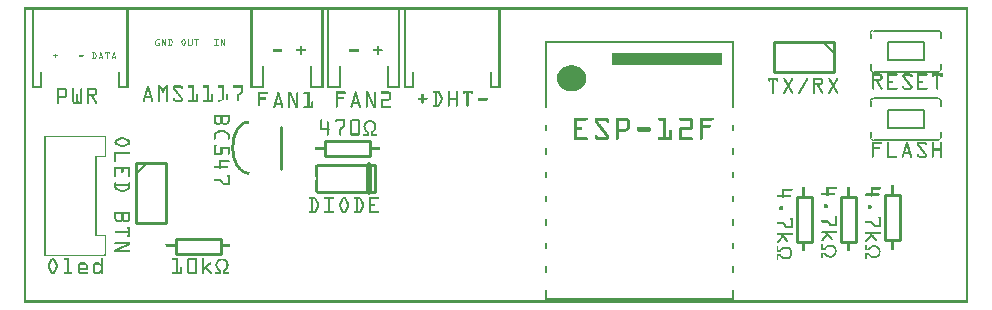
<source format=gto>
G04 MADE WITH FRITZING*
G04 WWW.FRITZING.ORG*
G04 DOUBLE SIDED*
G04 HOLES PLATED*
G04 CONTOUR ON CENTER OF CONTOUR VECTOR*
%ASAXBY*%
%FSLAX23Y23*%
%MOIN*%
%OFA0B0*%
%SFA1.0B1.0*%
%ADD10R,0.369546X0.039343*%
%ADD11C,0.010000*%
%ADD12C,0.020000*%
%ADD13C,0.005000*%
%ADD14C,0.008000*%
%ADD15R,0.001000X0.001000*%
%LNSILK1*%
G90*
G70*
G54D10*
X2145Y812D03*
G54D11*
X856Y585D02*
X856Y445D01*
D02*
X1171Y370D02*
X976Y370D01*
D02*
X976Y460D02*
X1171Y460D01*
D02*
X1171Y460D02*
X1171Y370D01*
G54D12*
D02*
X1151Y460D02*
X1151Y370D01*
G54D11*
D02*
X2700Y868D02*
X2500Y868D01*
D02*
X2500Y868D02*
X2500Y768D01*
D02*
X2500Y768D02*
X2700Y768D01*
D02*
X2700Y768D02*
X2700Y868D01*
G54D13*
D02*
X2665Y868D02*
X2700Y833D01*
G54D14*
D02*
X799Y789D02*
X799Y718D01*
D02*
X799Y718D02*
X760Y718D01*
D02*
X996Y718D02*
X957Y718D01*
D02*
X957Y718D02*
X957Y789D01*
D02*
X1055Y789D02*
X1055Y718D01*
D02*
X1055Y718D02*
X1016Y718D01*
D02*
X1252Y718D02*
X1213Y718D01*
D02*
X1213Y718D02*
X1213Y789D01*
D02*
X1272Y718D02*
X1299Y718D01*
D02*
X1587Y718D02*
X1559Y718D01*
D02*
X1299Y718D02*
X1299Y769D01*
D02*
X1559Y718D02*
X1559Y769D01*
G54D11*
D02*
X1004Y538D02*
X1154Y538D01*
D02*
X1154Y538D02*
X1154Y488D01*
D02*
X1154Y488D02*
X1004Y488D01*
D02*
X1004Y488D02*
X1004Y538D01*
D02*
X2920Y360D02*
X2920Y210D01*
D02*
X2920Y210D02*
X2870Y210D01*
D02*
X2870Y210D02*
X2870Y360D01*
D02*
X2870Y360D02*
X2920Y360D01*
D02*
X656Y164D02*
X506Y164D01*
D02*
X506Y164D02*
X506Y214D01*
D02*
X506Y214D02*
X656Y214D01*
D02*
X656Y214D02*
X656Y164D01*
D02*
X2576Y204D02*
X2576Y354D01*
D02*
X2576Y354D02*
X2626Y354D01*
D02*
X2626Y354D02*
X2626Y204D01*
D02*
X2626Y204D02*
X2576Y204D01*
D02*
X2723Y204D02*
X2723Y354D01*
D02*
X2723Y354D02*
X2773Y354D01*
D02*
X2773Y354D02*
X2773Y204D01*
D02*
X2773Y204D02*
X2723Y204D01*
D02*
X375Y465D02*
X375Y265D01*
D02*
X375Y265D02*
X475Y265D01*
D02*
X475Y265D02*
X475Y465D01*
D02*
X475Y465D02*
X375Y465D01*
G54D13*
D02*
X375Y430D02*
X410Y465D01*
D02*
X2833Y907D02*
X3049Y907D01*
D02*
X3045Y769D02*
X2833Y769D01*
D02*
X2823Y779D02*
X2823Y795D01*
D02*
X2823Y881D02*
X2823Y897D01*
D02*
X3059Y881D02*
X3059Y897D01*
D02*
X3059Y779D02*
X3059Y795D01*
D02*
X2882Y868D02*
X3000Y868D01*
D02*
X3000Y809D02*
X2882Y809D01*
D02*
X2882Y809D02*
X2882Y868D01*
D02*
X3000Y809D02*
X3000Y868D01*
D02*
X2833Y681D02*
X3049Y681D01*
D02*
X3045Y543D02*
X2833Y543D01*
D02*
X2823Y553D02*
X2823Y568D01*
D02*
X2823Y655D02*
X2823Y671D01*
D02*
X3059Y655D02*
X3059Y671D01*
D02*
X3059Y553D02*
X3059Y568D01*
D02*
X2882Y641D02*
X3000Y641D01*
D02*
X3000Y582D02*
X2882Y582D01*
D02*
X2882Y582D02*
X2882Y641D01*
D02*
X3000Y582D02*
X3000Y641D01*
G54D14*
D02*
X31Y718D02*
X59Y718D01*
D02*
X346Y718D02*
X319Y718D01*
D02*
X59Y718D02*
X59Y769D01*
D02*
X319Y718D02*
X319Y769D01*
G54D15*
X0Y984D02*
X3148Y984D01*
X0Y983D02*
X3148Y983D01*
X0Y982D02*
X3148Y982D01*
X0Y981D02*
X3148Y981D01*
X0Y980D02*
X3148Y980D01*
X0Y979D02*
X3148Y979D01*
X0Y978D02*
X3148Y978D01*
X0Y977D02*
X3148Y977D01*
X0Y976D02*
X7Y976D01*
X27Y976D02*
X34Y976D01*
X342Y976D02*
X349Y976D01*
X756Y976D02*
X763Y976D01*
X992Y976D02*
X999Y976D01*
X1011Y976D02*
X1018Y976D01*
X1248Y976D02*
X1255Y976D01*
X1267Y976D02*
X1274Y976D01*
X1582Y976D02*
X1589Y976D01*
X3141Y976D02*
X3148Y976D01*
X0Y975D02*
X7Y975D01*
X27Y975D02*
X34Y975D01*
X342Y975D02*
X349Y975D01*
X756Y975D02*
X763Y975D01*
X992Y975D02*
X999Y975D01*
X1011Y975D02*
X1018Y975D01*
X1248Y975D02*
X1255Y975D01*
X1267Y975D02*
X1274Y975D01*
X1582Y975D02*
X1589Y975D01*
X3141Y975D02*
X3148Y975D01*
X0Y974D02*
X7Y974D01*
X27Y974D02*
X34Y974D01*
X342Y974D02*
X349Y974D01*
X756Y974D02*
X763Y974D01*
X992Y974D02*
X999Y974D01*
X1011Y974D02*
X1018Y974D01*
X1248Y974D02*
X1255Y974D01*
X1267Y974D02*
X1274Y974D01*
X1582Y974D02*
X1589Y974D01*
X3141Y974D02*
X3148Y974D01*
X0Y973D02*
X7Y973D01*
X27Y973D02*
X34Y973D01*
X342Y973D02*
X349Y973D01*
X756Y973D02*
X763Y973D01*
X992Y973D02*
X999Y973D01*
X1011Y973D02*
X1018Y973D01*
X1248Y973D02*
X1255Y973D01*
X1267Y973D02*
X1274Y973D01*
X1582Y973D02*
X1589Y973D01*
X3141Y973D02*
X3148Y973D01*
X0Y972D02*
X7Y972D01*
X27Y972D02*
X34Y972D01*
X342Y972D02*
X349Y972D01*
X756Y972D02*
X763Y972D01*
X992Y972D02*
X999Y972D01*
X1011Y972D02*
X1018Y972D01*
X1248Y972D02*
X1255Y972D01*
X1267Y972D02*
X1274Y972D01*
X1582Y972D02*
X1589Y972D01*
X3141Y972D02*
X3148Y972D01*
X0Y971D02*
X7Y971D01*
X27Y971D02*
X34Y971D01*
X342Y971D02*
X349Y971D01*
X756Y971D02*
X763Y971D01*
X992Y971D02*
X999Y971D01*
X1011Y971D02*
X1018Y971D01*
X1248Y971D02*
X1255Y971D01*
X1267Y971D02*
X1274Y971D01*
X1582Y971D02*
X1589Y971D01*
X3141Y971D02*
X3148Y971D01*
X0Y970D02*
X7Y970D01*
X27Y970D02*
X34Y970D01*
X342Y970D02*
X349Y970D01*
X756Y970D02*
X763Y970D01*
X992Y970D02*
X999Y970D01*
X1011Y970D02*
X1018Y970D01*
X1248Y970D02*
X1255Y970D01*
X1267Y970D02*
X1274Y970D01*
X1582Y970D02*
X1589Y970D01*
X3141Y970D02*
X3148Y970D01*
X0Y969D02*
X7Y969D01*
X27Y969D02*
X34Y969D01*
X342Y969D02*
X349Y969D01*
X756Y969D02*
X763Y969D01*
X992Y969D02*
X999Y969D01*
X1011Y969D02*
X1018Y969D01*
X1248Y969D02*
X1255Y969D01*
X1267Y969D02*
X1274Y969D01*
X1582Y969D02*
X1589Y969D01*
X3141Y969D02*
X3148Y969D01*
X0Y968D02*
X7Y968D01*
X27Y968D02*
X34Y968D01*
X342Y968D02*
X349Y968D01*
X756Y968D02*
X763Y968D01*
X992Y968D02*
X999Y968D01*
X1011Y968D02*
X1018Y968D01*
X1248Y968D02*
X1255Y968D01*
X1267Y968D02*
X1274Y968D01*
X1582Y968D02*
X1589Y968D01*
X3141Y968D02*
X3148Y968D01*
X0Y967D02*
X7Y967D01*
X27Y967D02*
X34Y967D01*
X342Y967D02*
X349Y967D01*
X756Y967D02*
X763Y967D01*
X992Y967D02*
X999Y967D01*
X1011Y967D02*
X1018Y967D01*
X1248Y967D02*
X1255Y967D01*
X1267Y967D02*
X1274Y967D01*
X1582Y967D02*
X1589Y967D01*
X3141Y967D02*
X3148Y967D01*
X0Y966D02*
X7Y966D01*
X27Y966D02*
X34Y966D01*
X342Y966D02*
X349Y966D01*
X756Y966D02*
X763Y966D01*
X992Y966D02*
X999Y966D01*
X1011Y966D02*
X1018Y966D01*
X1248Y966D02*
X1255Y966D01*
X1267Y966D02*
X1274Y966D01*
X1582Y966D02*
X1589Y966D01*
X3141Y966D02*
X3148Y966D01*
X0Y965D02*
X7Y965D01*
X27Y965D02*
X34Y965D01*
X342Y965D02*
X349Y965D01*
X756Y965D02*
X763Y965D01*
X992Y965D02*
X999Y965D01*
X1011Y965D02*
X1018Y965D01*
X1248Y965D02*
X1255Y965D01*
X1267Y965D02*
X1274Y965D01*
X1582Y965D02*
X1589Y965D01*
X3141Y965D02*
X3148Y965D01*
X0Y964D02*
X7Y964D01*
X27Y964D02*
X34Y964D01*
X342Y964D02*
X349Y964D01*
X756Y964D02*
X763Y964D01*
X992Y964D02*
X999Y964D01*
X1011Y964D02*
X1018Y964D01*
X1248Y964D02*
X1255Y964D01*
X1267Y964D02*
X1274Y964D01*
X1582Y964D02*
X1589Y964D01*
X3141Y964D02*
X3148Y964D01*
X0Y963D02*
X7Y963D01*
X27Y963D02*
X34Y963D01*
X342Y963D02*
X349Y963D01*
X756Y963D02*
X763Y963D01*
X992Y963D02*
X999Y963D01*
X1011Y963D02*
X1018Y963D01*
X1248Y963D02*
X1255Y963D01*
X1267Y963D02*
X1274Y963D01*
X1582Y963D02*
X1589Y963D01*
X3141Y963D02*
X3148Y963D01*
X0Y962D02*
X7Y962D01*
X27Y962D02*
X34Y962D01*
X342Y962D02*
X349Y962D01*
X756Y962D02*
X763Y962D01*
X992Y962D02*
X999Y962D01*
X1011Y962D02*
X1018Y962D01*
X1248Y962D02*
X1255Y962D01*
X1267Y962D02*
X1274Y962D01*
X1582Y962D02*
X1589Y962D01*
X3141Y962D02*
X3148Y962D01*
X0Y961D02*
X7Y961D01*
X27Y961D02*
X34Y961D01*
X342Y961D02*
X349Y961D01*
X756Y961D02*
X763Y961D01*
X992Y961D02*
X999Y961D01*
X1011Y961D02*
X1018Y961D01*
X1248Y961D02*
X1255Y961D01*
X1267Y961D02*
X1274Y961D01*
X1582Y961D02*
X1589Y961D01*
X3141Y961D02*
X3148Y961D01*
X0Y960D02*
X7Y960D01*
X27Y960D02*
X34Y960D01*
X342Y960D02*
X349Y960D01*
X756Y960D02*
X763Y960D01*
X992Y960D02*
X999Y960D01*
X1011Y960D02*
X1018Y960D01*
X1248Y960D02*
X1255Y960D01*
X1267Y960D02*
X1274Y960D01*
X1582Y960D02*
X1589Y960D01*
X3141Y960D02*
X3148Y960D01*
X0Y959D02*
X7Y959D01*
X27Y959D02*
X34Y959D01*
X342Y959D02*
X349Y959D01*
X756Y959D02*
X763Y959D01*
X992Y959D02*
X999Y959D01*
X1011Y959D02*
X1018Y959D01*
X1248Y959D02*
X1255Y959D01*
X1267Y959D02*
X1274Y959D01*
X1582Y959D02*
X1589Y959D01*
X3141Y959D02*
X3148Y959D01*
X0Y958D02*
X7Y958D01*
X27Y958D02*
X34Y958D01*
X342Y958D02*
X349Y958D01*
X756Y958D02*
X763Y958D01*
X992Y958D02*
X999Y958D01*
X1011Y958D02*
X1018Y958D01*
X1248Y958D02*
X1255Y958D01*
X1267Y958D02*
X1274Y958D01*
X1582Y958D02*
X1589Y958D01*
X3141Y958D02*
X3148Y958D01*
X0Y957D02*
X7Y957D01*
X27Y957D02*
X34Y957D01*
X342Y957D02*
X349Y957D01*
X756Y957D02*
X763Y957D01*
X992Y957D02*
X999Y957D01*
X1011Y957D02*
X1018Y957D01*
X1248Y957D02*
X1255Y957D01*
X1267Y957D02*
X1274Y957D01*
X1582Y957D02*
X1589Y957D01*
X3141Y957D02*
X3148Y957D01*
X0Y956D02*
X7Y956D01*
X27Y956D02*
X34Y956D01*
X342Y956D02*
X349Y956D01*
X756Y956D02*
X763Y956D01*
X992Y956D02*
X999Y956D01*
X1011Y956D02*
X1018Y956D01*
X1248Y956D02*
X1255Y956D01*
X1267Y956D02*
X1274Y956D01*
X1582Y956D02*
X1589Y956D01*
X3141Y956D02*
X3148Y956D01*
X0Y955D02*
X7Y955D01*
X27Y955D02*
X34Y955D01*
X342Y955D02*
X349Y955D01*
X756Y955D02*
X763Y955D01*
X992Y955D02*
X999Y955D01*
X1011Y955D02*
X1018Y955D01*
X1248Y955D02*
X1255Y955D01*
X1267Y955D02*
X1274Y955D01*
X1582Y955D02*
X1589Y955D01*
X3141Y955D02*
X3148Y955D01*
X0Y954D02*
X7Y954D01*
X27Y954D02*
X34Y954D01*
X342Y954D02*
X349Y954D01*
X756Y954D02*
X763Y954D01*
X992Y954D02*
X999Y954D01*
X1011Y954D02*
X1018Y954D01*
X1248Y954D02*
X1255Y954D01*
X1267Y954D02*
X1274Y954D01*
X1582Y954D02*
X1589Y954D01*
X3141Y954D02*
X3148Y954D01*
X0Y953D02*
X7Y953D01*
X27Y953D02*
X34Y953D01*
X342Y953D02*
X349Y953D01*
X756Y953D02*
X763Y953D01*
X992Y953D02*
X999Y953D01*
X1011Y953D02*
X1018Y953D01*
X1248Y953D02*
X1255Y953D01*
X1267Y953D02*
X1274Y953D01*
X1582Y953D02*
X1589Y953D01*
X3141Y953D02*
X3148Y953D01*
X0Y952D02*
X7Y952D01*
X27Y952D02*
X34Y952D01*
X342Y952D02*
X349Y952D01*
X756Y952D02*
X763Y952D01*
X992Y952D02*
X999Y952D01*
X1011Y952D02*
X1018Y952D01*
X1248Y952D02*
X1255Y952D01*
X1267Y952D02*
X1274Y952D01*
X1582Y952D02*
X1589Y952D01*
X3141Y952D02*
X3148Y952D01*
X0Y951D02*
X7Y951D01*
X27Y951D02*
X34Y951D01*
X342Y951D02*
X349Y951D01*
X756Y951D02*
X763Y951D01*
X992Y951D02*
X999Y951D01*
X1011Y951D02*
X1018Y951D01*
X1248Y951D02*
X1255Y951D01*
X1267Y951D02*
X1274Y951D01*
X1582Y951D02*
X1589Y951D01*
X3141Y951D02*
X3148Y951D01*
X0Y950D02*
X7Y950D01*
X27Y950D02*
X34Y950D01*
X342Y950D02*
X349Y950D01*
X756Y950D02*
X763Y950D01*
X992Y950D02*
X999Y950D01*
X1011Y950D02*
X1018Y950D01*
X1248Y950D02*
X1255Y950D01*
X1267Y950D02*
X1274Y950D01*
X1582Y950D02*
X1589Y950D01*
X3141Y950D02*
X3148Y950D01*
X0Y949D02*
X7Y949D01*
X27Y949D02*
X34Y949D01*
X342Y949D02*
X349Y949D01*
X756Y949D02*
X763Y949D01*
X992Y949D02*
X999Y949D01*
X1011Y949D02*
X1018Y949D01*
X1248Y949D02*
X1255Y949D01*
X1267Y949D02*
X1274Y949D01*
X1582Y949D02*
X1589Y949D01*
X3141Y949D02*
X3148Y949D01*
X0Y948D02*
X7Y948D01*
X27Y948D02*
X34Y948D01*
X342Y948D02*
X349Y948D01*
X756Y948D02*
X763Y948D01*
X992Y948D02*
X999Y948D01*
X1011Y948D02*
X1018Y948D01*
X1248Y948D02*
X1255Y948D01*
X1267Y948D02*
X1274Y948D01*
X1582Y948D02*
X1589Y948D01*
X3141Y948D02*
X3148Y948D01*
X0Y947D02*
X7Y947D01*
X27Y947D02*
X34Y947D01*
X342Y947D02*
X349Y947D01*
X756Y947D02*
X763Y947D01*
X992Y947D02*
X999Y947D01*
X1011Y947D02*
X1018Y947D01*
X1248Y947D02*
X1255Y947D01*
X1267Y947D02*
X1274Y947D01*
X1582Y947D02*
X1589Y947D01*
X3141Y947D02*
X3148Y947D01*
X0Y946D02*
X7Y946D01*
X27Y946D02*
X34Y946D01*
X342Y946D02*
X349Y946D01*
X756Y946D02*
X763Y946D01*
X992Y946D02*
X999Y946D01*
X1011Y946D02*
X1018Y946D01*
X1248Y946D02*
X1255Y946D01*
X1267Y946D02*
X1274Y946D01*
X1582Y946D02*
X1589Y946D01*
X3141Y946D02*
X3148Y946D01*
X0Y945D02*
X7Y945D01*
X27Y945D02*
X34Y945D01*
X342Y945D02*
X349Y945D01*
X756Y945D02*
X763Y945D01*
X992Y945D02*
X999Y945D01*
X1011Y945D02*
X1018Y945D01*
X1248Y945D02*
X1255Y945D01*
X1267Y945D02*
X1274Y945D01*
X1582Y945D02*
X1589Y945D01*
X3141Y945D02*
X3148Y945D01*
X0Y944D02*
X7Y944D01*
X27Y944D02*
X34Y944D01*
X342Y944D02*
X349Y944D01*
X756Y944D02*
X763Y944D01*
X992Y944D02*
X999Y944D01*
X1011Y944D02*
X1018Y944D01*
X1248Y944D02*
X1255Y944D01*
X1267Y944D02*
X1274Y944D01*
X1582Y944D02*
X1589Y944D01*
X3141Y944D02*
X3148Y944D01*
X0Y943D02*
X7Y943D01*
X27Y943D02*
X34Y943D01*
X342Y943D02*
X349Y943D01*
X756Y943D02*
X763Y943D01*
X992Y943D02*
X999Y943D01*
X1011Y943D02*
X1018Y943D01*
X1248Y943D02*
X1255Y943D01*
X1267Y943D02*
X1274Y943D01*
X1582Y943D02*
X1589Y943D01*
X3141Y943D02*
X3148Y943D01*
X0Y942D02*
X7Y942D01*
X27Y942D02*
X34Y942D01*
X342Y942D02*
X349Y942D01*
X756Y942D02*
X763Y942D01*
X992Y942D02*
X999Y942D01*
X1011Y942D02*
X1018Y942D01*
X1248Y942D02*
X1255Y942D01*
X1267Y942D02*
X1274Y942D01*
X1582Y942D02*
X1589Y942D01*
X3141Y942D02*
X3148Y942D01*
X0Y941D02*
X7Y941D01*
X27Y941D02*
X34Y941D01*
X342Y941D02*
X349Y941D01*
X756Y941D02*
X763Y941D01*
X992Y941D02*
X999Y941D01*
X1011Y941D02*
X1018Y941D01*
X1248Y941D02*
X1255Y941D01*
X1267Y941D02*
X1274Y941D01*
X1582Y941D02*
X1589Y941D01*
X3141Y941D02*
X3148Y941D01*
X0Y940D02*
X7Y940D01*
X27Y940D02*
X34Y940D01*
X342Y940D02*
X349Y940D01*
X756Y940D02*
X763Y940D01*
X992Y940D02*
X999Y940D01*
X1011Y940D02*
X1018Y940D01*
X1248Y940D02*
X1255Y940D01*
X1267Y940D02*
X1274Y940D01*
X1582Y940D02*
X1589Y940D01*
X3141Y940D02*
X3148Y940D01*
X0Y939D02*
X7Y939D01*
X27Y939D02*
X34Y939D01*
X342Y939D02*
X349Y939D01*
X756Y939D02*
X763Y939D01*
X992Y939D02*
X999Y939D01*
X1011Y939D02*
X1018Y939D01*
X1248Y939D02*
X1255Y939D01*
X1267Y939D02*
X1274Y939D01*
X1582Y939D02*
X1589Y939D01*
X3141Y939D02*
X3148Y939D01*
X0Y938D02*
X7Y938D01*
X27Y938D02*
X34Y938D01*
X342Y938D02*
X349Y938D01*
X756Y938D02*
X763Y938D01*
X992Y938D02*
X999Y938D01*
X1011Y938D02*
X1018Y938D01*
X1248Y938D02*
X1255Y938D01*
X1267Y938D02*
X1274Y938D01*
X1582Y938D02*
X1589Y938D01*
X3141Y938D02*
X3148Y938D01*
X0Y937D02*
X7Y937D01*
X27Y937D02*
X34Y937D01*
X342Y937D02*
X349Y937D01*
X756Y937D02*
X763Y937D01*
X992Y937D02*
X999Y937D01*
X1011Y937D02*
X1018Y937D01*
X1248Y937D02*
X1255Y937D01*
X1267Y937D02*
X1274Y937D01*
X1582Y937D02*
X1589Y937D01*
X3141Y937D02*
X3148Y937D01*
X0Y936D02*
X7Y936D01*
X27Y936D02*
X34Y936D01*
X342Y936D02*
X349Y936D01*
X756Y936D02*
X763Y936D01*
X992Y936D02*
X999Y936D01*
X1011Y936D02*
X1018Y936D01*
X1248Y936D02*
X1255Y936D01*
X1267Y936D02*
X1274Y936D01*
X1582Y936D02*
X1589Y936D01*
X3141Y936D02*
X3148Y936D01*
X0Y935D02*
X7Y935D01*
X27Y935D02*
X34Y935D01*
X342Y935D02*
X349Y935D01*
X756Y935D02*
X763Y935D01*
X992Y935D02*
X999Y935D01*
X1011Y935D02*
X1018Y935D01*
X1248Y935D02*
X1255Y935D01*
X1267Y935D02*
X1274Y935D01*
X1582Y935D02*
X1589Y935D01*
X3141Y935D02*
X3148Y935D01*
X0Y934D02*
X7Y934D01*
X27Y934D02*
X34Y934D01*
X342Y934D02*
X349Y934D01*
X756Y934D02*
X763Y934D01*
X992Y934D02*
X999Y934D01*
X1011Y934D02*
X1018Y934D01*
X1248Y934D02*
X1255Y934D01*
X1267Y934D02*
X1274Y934D01*
X1582Y934D02*
X1589Y934D01*
X3141Y934D02*
X3148Y934D01*
X0Y933D02*
X7Y933D01*
X27Y933D02*
X34Y933D01*
X342Y933D02*
X349Y933D01*
X756Y933D02*
X763Y933D01*
X992Y933D02*
X999Y933D01*
X1011Y933D02*
X1018Y933D01*
X1248Y933D02*
X1255Y933D01*
X1267Y933D02*
X1274Y933D01*
X1582Y933D02*
X1589Y933D01*
X3141Y933D02*
X3148Y933D01*
X0Y932D02*
X7Y932D01*
X27Y932D02*
X34Y932D01*
X342Y932D02*
X349Y932D01*
X756Y932D02*
X763Y932D01*
X992Y932D02*
X999Y932D01*
X1011Y932D02*
X1018Y932D01*
X1248Y932D02*
X1255Y932D01*
X1267Y932D02*
X1274Y932D01*
X1582Y932D02*
X1589Y932D01*
X3141Y932D02*
X3148Y932D01*
X0Y931D02*
X7Y931D01*
X27Y931D02*
X34Y931D01*
X342Y931D02*
X349Y931D01*
X756Y931D02*
X763Y931D01*
X992Y931D02*
X999Y931D01*
X1011Y931D02*
X1018Y931D01*
X1248Y931D02*
X1255Y931D01*
X1267Y931D02*
X1274Y931D01*
X1582Y931D02*
X1589Y931D01*
X3141Y931D02*
X3148Y931D01*
X0Y930D02*
X7Y930D01*
X27Y930D02*
X34Y930D01*
X342Y930D02*
X349Y930D01*
X756Y930D02*
X763Y930D01*
X992Y930D02*
X999Y930D01*
X1011Y930D02*
X1018Y930D01*
X1248Y930D02*
X1255Y930D01*
X1267Y930D02*
X1274Y930D01*
X1582Y930D02*
X1589Y930D01*
X3141Y930D02*
X3148Y930D01*
X0Y929D02*
X7Y929D01*
X27Y929D02*
X34Y929D01*
X342Y929D02*
X349Y929D01*
X756Y929D02*
X763Y929D01*
X992Y929D02*
X999Y929D01*
X1011Y929D02*
X1018Y929D01*
X1248Y929D02*
X1255Y929D01*
X1267Y929D02*
X1274Y929D01*
X1582Y929D02*
X1589Y929D01*
X3141Y929D02*
X3148Y929D01*
X0Y928D02*
X7Y928D01*
X27Y928D02*
X34Y928D01*
X342Y928D02*
X349Y928D01*
X756Y928D02*
X763Y928D01*
X992Y928D02*
X999Y928D01*
X1011Y928D02*
X1018Y928D01*
X1248Y928D02*
X1255Y928D01*
X1267Y928D02*
X1274Y928D01*
X1582Y928D02*
X1589Y928D01*
X3141Y928D02*
X3148Y928D01*
X0Y927D02*
X7Y927D01*
X27Y927D02*
X34Y927D01*
X342Y927D02*
X349Y927D01*
X756Y927D02*
X763Y927D01*
X992Y927D02*
X999Y927D01*
X1011Y927D02*
X1018Y927D01*
X1248Y927D02*
X1255Y927D01*
X1267Y927D02*
X1274Y927D01*
X1582Y927D02*
X1589Y927D01*
X3141Y927D02*
X3148Y927D01*
X0Y926D02*
X7Y926D01*
X27Y926D02*
X34Y926D01*
X342Y926D02*
X349Y926D01*
X756Y926D02*
X763Y926D01*
X992Y926D02*
X999Y926D01*
X1011Y926D02*
X1018Y926D01*
X1248Y926D02*
X1255Y926D01*
X1267Y926D02*
X1274Y926D01*
X1582Y926D02*
X1589Y926D01*
X3141Y926D02*
X3148Y926D01*
X0Y925D02*
X7Y925D01*
X27Y925D02*
X34Y925D01*
X342Y925D02*
X349Y925D01*
X756Y925D02*
X763Y925D01*
X992Y925D02*
X999Y925D01*
X1011Y925D02*
X1018Y925D01*
X1248Y925D02*
X1255Y925D01*
X1267Y925D02*
X1274Y925D01*
X1582Y925D02*
X1589Y925D01*
X3141Y925D02*
X3148Y925D01*
X0Y924D02*
X7Y924D01*
X27Y924D02*
X34Y924D01*
X342Y924D02*
X349Y924D01*
X756Y924D02*
X763Y924D01*
X992Y924D02*
X999Y924D01*
X1011Y924D02*
X1018Y924D01*
X1248Y924D02*
X1255Y924D01*
X1267Y924D02*
X1274Y924D01*
X1582Y924D02*
X1589Y924D01*
X3141Y924D02*
X3148Y924D01*
X0Y923D02*
X7Y923D01*
X27Y923D02*
X34Y923D01*
X342Y923D02*
X349Y923D01*
X756Y923D02*
X763Y923D01*
X992Y923D02*
X999Y923D01*
X1011Y923D02*
X1018Y923D01*
X1248Y923D02*
X1255Y923D01*
X1267Y923D02*
X1274Y923D01*
X1582Y923D02*
X1589Y923D01*
X3141Y923D02*
X3148Y923D01*
X0Y922D02*
X7Y922D01*
X27Y922D02*
X34Y922D01*
X342Y922D02*
X349Y922D01*
X756Y922D02*
X763Y922D01*
X992Y922D02*
X999Y922D01*
X1011Y922D02*
X1018Y922D01*
X1248Y922D02*
X1255Y922D01*
X1267Y922D02*
X1274Y922D01*
X1582Y922D02*
X1589Y922D01*
X3141Y922D02*
X3148Y922D01*
X0Y921D02*
X7Y921D01*
X27Y921D02*
X34Y921D01*
X342Y921D02*
X349Y921D01*
X756Y921D02*
X763Y921D01*
X992Y921D02*
X999Y921D01*
X1011Y921D02*
X1018Y921D01*
X1248Y921D02*
X1255Y921D01*
X1267Y921D02*
X1274Y921D01*
X1582Y921D02*
X1589Y921D01*
X3141Y921D02*
X3148Y921D01*
X0Y920D02*
X7Y920D01*
X27Y920D02*
X34Y920D01*
X342Y920D02*
X349Y920D01*
X756Y920D02*
X763Y920D01*
X992Y920D02*
X999Y920D01*
X1011Y920D02*
X1018Y920D01*
X1248Y920D02*
X1255Y920D01*
X1267Y920D02*
X1274Y920D01*
X1582Y920D02*
X1589Y920D01*
X3141Y920D02*
X3148Y920D01*
X0Y919D02*
X7Y919D01*
X27Y919D02*
X34Y919D01*
X342Y919D02*
X349Y919D01*
X756Y919D02*
X763Y919D01*
X992Y919D02*
X999Y919D01*
X1011Y919D02*
X1018Y919D01*
X1248Y919D02*
X1255Y919D01*
X1267Y919D02*
X1274Y919D01*
X1582Y919D02*
X1589Y919D01*
X3141Y919D02*
X3148Y919D01*
X0Y918D02*
X7Y918D01*
X27Y918D02*
X34Y918D01*
X342Y918D02*
X349Y918D01*
X756Y918D02*
X763Y918D01*
X992Y918D02*
X999Y918D01*
X1011Y918D02*
X1018Y918D01*
X1248Y918D02*
X1255Y918D01*
X1267Y918D02*
X1274Y918D01*
X1582Y918D02*
X1589Y918D01*
X3141Y918D02*
X3148Y918D01*
X0Y917D02*
X7Y917D01*
X27Y917D02*
X34Y917D01*
X342Y917D02*
X349Y917D01*
X756Y917D02*
X763Y917D01*
X992Y917D02*
X999Y917D01*
X1011Y917D02*
X1018Y917D01*
X1248Y917D02*
X1255Y917D01*
X1267Y917D02*
X1274Y917D01*
X1582Y917D02*
X1589Y917D01*
X3141Y917D02*
X3148Y917D01*
X0Y916D02*
X7Y916D01*
X27Y916D02*
X34Y916D01*
X342Y916D02*
X349Y916D01*
X756Y916D02*
X763Y916D01*
X992Y916D02*
X999Y916D01*
X1011Y916D02*
X1018Y916D01*
X1248Y916D02*
X1255Y916D01*
X1267Y916D02*
X1274Y916D01*
X1582Y916D02*
X1589Y916D01*
X3141Y916D02*
X3148Y916D01*
X0Y915D02*
X7Y915D01*
X27Y915D02*
X34Y915D01*
X342Y915D02*
X349Y915D01*
X756Y915D02*
X763Y915D01*
X992Y915D02*
X999Y915D01*
X1011Y915D02*
X1018Y915D01*
X1248Y915D02*
X1255Y915D01*
X1267Y915D02*
X1274Y915D01*
X1582Y915D02*
X1589Y915D01*
X3141Y915D02*
X3148Y915D01*
X0Y914D02*
X7Y914D01*
X27Y914D02*
X34Y914D01*
X342Y914D02*
X349Y914D01*
X756Y914D02*
X763Y914D01*
X992Y914D02*
X999Y914D01*
X1011Y914D02*
X1018Y914D01*
X1248Y914D02*
X1255Y914D01*
X1267Y914D02*
X1274Y914D01*
X1582Y914D02*
X1589Y914D01*
X3141Y914D02*
X3148Y914D01*
X0Y913D02*
X7Y913D01*
X27Y913D02*
X34Y913D01*
X342Y913D02*
X349Y913D01*
X756Y913D02*
X763Y913D01*
X992Y913D02*
X999Y913D01*
X1011Y913D02*
X1018Y913D01*
X1248Y913D02*
X1255Y913D01*
X1267Y913D02*
X1274Y913D01*
X1582Y913D02*
X1589Y913D01*
X3141Y913D02*
X3148Y913D01*
X0Y912D02*
X7Y912D01*
X27Y912D02*
X34Y912D01*
X342Y912D02*
X349Y912D01*
X756Y912D02*
X763Y912D01*
X992Y912D02*
X999Y912D01*
X1011Y912D02*
X1018Y912D01*
X1248Y912D02*
X1255Y912D01*
X1267Y912D02*
X1274Y912D01*
X1582Y912D02*
X1589Y912D01*
X3141Y912D02*
X3148Y912D01*
X0Y911D02*
X7Y911D01*
X27Y911D02*
X34Y911D01*
X342Y911D02*
X349Y911D01*
X756Y911D02*
X763Y911D01*
X992Y911D02*
X999Y911D01*
X1011Y911D02*
X1018Y911D01*
X1248Y911D02*
X1255Y911D01*
X1267Y911D02*
X1274Y911D01*
X1582Y911D02*
X1589Y911D01*
X3141Y911D02*
X3148Y911D01*
X0Y910D02*
X7Y910D01*
X27Y910D02*
X34Y910D01*
X342Y910D02*
X349Y910D01*
X756Y910D02*
X763Y910D01*
X992Y910D02*
X999Y910D01*
X1011Y910D02*
X1018Y910D01*
X1248Y910D02*
X1255Y910D01*
X1267Y910D02*
X1274Y910D01*
X1582Y910D02*
X1589Y910D01*
X3141Y910D02*
X3148Y910D01*
X0Y909D02*
X7Y909D01*
X27Y909D02*
X34Y909D01*
X342Y909D02*
X349Y909D01*
X756Y909D02*
X763Y909D01*
X992Y909D02*
X999Y909D01*
X1011Y909D02*
X1018Y909D01*
X1248Y909D02*
X1255Y909D01*
X1267Y909D02*
X1274Y909D01*
X1582Y909D02*
X1589Y909D01*
X2828Y909D02*
X2831Y909D01*
X3049Y909D02*
X3051Y909D01*
X3141Y909D02*
X3148Y909D01*
X0Y908D02*
X7Y908D01*
X27Y908D02*
X34Y908D01*
X342Y908D02*
X349Y908D01*
X756Y908D02*
X763Y908D01*
X992Y908D02*
X999Y908D01*
X1011Y908D02*
X1018Y908D01*
X1248Y908D02*
X1255Y908D01*
X1267Y908D02*
X1274Y908D01*
X1582Y908D02*
X1589Y908D01*
X2826Y908D02*
X2831Y908D01*
X3049Y908D02*
X3053Y908D01*
X3141Y908D02*
X3148Y908D01*
X0Y907D02*
X7Y907D01*
X27Y907D02*
X34Y907D01*
X342Y907D02*
X349Y907D01*
X756Y907D02*
X763Y907D01*
X992Y907D02*
X999Y907D01*
X1011Y907D02*
X1018Y907D01*
X1248Y907D02*
X1255Y907D01*
X1267Y907D02*
X1274Y907D01*
X1582Y907D02*
X1589Y907D01*
X2825Y907D02*
X2831Y907D01*
X3049Y907D02*
X3055Y907D01*
X3141Y907D02*
X3148Y907D01*
X0Y906D02*
X7Y906D01*
X27Y906D02*
X34Y906D01*
X342Y906D02*
X349Y906D01*
X756Y906D02*
X763Y906D01*
X992Y906D02*
X999Y906D01*
X1011Y906D02*
X1018Y906D01*
X1248Y906D02*
X1255Y906D01*
X1267Y906D02*
X1274Y906D01*
X1582Y906D02*
X1589Y906D01*
X2824Y906D02*
X2831Y906D01*
X3049Y906D02*
X3056Y906D01*
X3141Y906D02*
X3148Y906D01*
X0Y905D02*
X7Y905D01*
X27Y905D02*
X34Y905D01*
X342Y905D02*
X349Y905D01*
X756Y905D02*
X763Y905D01*
X992Y905D02*
X999Y905D01*
X1011Y905D02*
X1018Y905D01*
X1248Y905D02*
X1255Y905D01*
X1267Y905D02*
X1274Y905D01*
X1582Y905D02*
X1589Y905D01*
X2823Y905D02*
X2831Y905D01*
X3049Y905D02*
X3057Y905D01*
X3141Y905D02*
X3148Y905D01*
X0Y904D02*
X7Y904D01*
X27Y904D02*
X34Y904D01*
X342Y904D02*
X349Y904D01*
X756Y904D02*
X763Y904D01*
X992Y904D02*
X999Y904D01*
X1011Y904D02*
X1018Y904D01*
X1248Y904D02*
X1255Y904D01*
X1267Y904D02*
X1274Y904D01*
X1582Y904D02*
X1589Y904D01*
X2822Y904D02*
X2828Y904D01*
X3052Y904D02*
X3058Y904D01*
X3141Y904D02*
X3148Y904D01*
X0Y903D02*
X7Y903D01*
X27Y903D02*
X34Y903D01*
X342Y903D02*
X349Y903D01*
X756Y903D02*
X763Y903D01*
X992Y903D02*
X999Y903D01*
X1011Y903D02*
X1018Y903D01*
X1248Y903D02*
X1255Y903D01*
X1267Y903D02*
X1274Y903D01*
X1582Y903D02*
X1589Y903D01*
X2821Y903D02*
X2826Y903D01*
X3053Y903D02*
X3058Y903D01*
X3141Y903D02*
X3148Y903D01*
X0Y902D02*
X7Y902D01*
X27Y902D02*
X34Y902D01*
X342Y902D02*
X349Y902D01*
X756Y902D02*
X763Y902D01*
X992Y902D02*
X999Y902D01*
X1011Y902D02*
X1018Y902D01*
X1248Y902D02*
X1255Y902D01*
X1267Y902D02*
X1274Y902D01*
X1582Y902D02*
X1589Y902D01*
X2821Y902D02*
X2825Y902D01*
X3054Y902D02*
X3059Y902D01*
X3141Y902D02*
X3148Y902D01*
X0Y901D02*
X7Y901D01*
X27Y901D02*
X34Y901D01*
X342Y901D02*
X349Y901D01*
X756Y901D02*
X763Y901D01*
X992Y901D02*
X999Y901D01*
X1011Y901D02*
X1018Y901D01*
X1248Y901D02*
X1255Y901D01*
X1267Y901D02*
X1274Y901D01*
X1582Y901D02*
X1589Y901D01*
X2820Y901D02*
X2825Y901D01*
X3055Y901D02*
X3059Y901D01*
X3141Y901D02*
X3148Y901D01*
X0Y900D02*
X7Y900D01*
X27Y900D02*
X34Y900D01*
X342Y900D02*
X349Y900D01*
X756Y900D02*
X763Y900D01*
X992Y900D02*
X999Y900D01*
X1011Y900D02*
X1018Y900D01*
X1248Y900D02*
X1255Y900D01*
X1267Y900D02*
X1274Y900D01*
X1582Y900D02*
X1589Y900D01*
X2820Y900D02*
X2824Y900D01*
X3055Y900D02*
X3060Y900D01*
X3141Y900D02*
X3148Y900D01*
X0Y899D02*
X7Y899D01*
X27Y899D02*
X34Y899D01*
X342Y899D02*
X349Y899D01*
X756Y899D02*
X763Y899D01*
X992Y899D02*
X999Y899D01*
X1011Y899D02*
X1018Y899D01*
X1248Y899D02*
X1255Y899D01*
X1267Y899D02*
X1274Y899D01*
X1582Y899D02*
X1589Y899D01*
X2820Y899D02*
X2824Y899D01*
X3056Y899D02*
X3060Y899D01*
X3141Y899D02*
X3148Y899D01*
X0Y898D02*
X7Y898D01*
X27Y898D02*
X34Y898D01*
X342Y898D02*
X349Y898D01*
X756Y898D02*
X763Y898D01*
X992Y898D02*
X999Y898D01*
X1011Y898D02*
X1018Y898D01*
X1248Y898D02*
X1255Y898D01*
X1267Y898D02*
X1274Y898D01*
X1582Y898D02*
X1589Y898D01*
X2820Y898D02*
X2824Y898D01*
X3056Y898D02*
X3060Y898D01*
X3141Y898D02*
X3148Y898D01*
X0Y897D02*
X7Y897D01*
X27Y897D02*
X34Y897D01*
X342Y897D02*
X349Y897D01*
X756Y897D02*
X763Y897D01*
X992Y897D02*
X999Y897D01*
X1011Y897D02*
X1018Y897D01*
X1248Y897D02*
X1255Y897D01*
X1267Y897D02*
X1274Y897D01*
X1582Y897D02*
X1589Y897D01*
X3141Y897D02*
X3148Y897D01*
X0Y896D02*
X7Y896D01*
X27Y896D02*
X34Y896D01*
X342Y896D02*
X349Y896D01*
X756Y896D02*
X763Y896D01*
X992Y896D02*
X999Y896D01*
X1011Y896D02*
X1018Y896D01*
X1248Y896D02*
X1255Y896D01*
X1267Y896D02*
X1274Y896D01*
X1582Y896D02*
X1589Y896D01*
X3141Y896D02*
X3148Y896D01*
X0Y895D02*
X7Y895D01*
X27Y895D02*
X34Y895D01*
X342Y895D02*
X349Y895D01*
X756Y895D02*
X763Y895D01*
X992Y895D02*
X999Y895D01*
X1011Y895D02*
X1018Y895D01*
X1248Y895D02*
X1255Y895D01*
X1267Y895D02*
X1274Y895D01*
X1582Y895D02*
X1589Y895D01*
X3141Y895D02*
X3148Y895D01*
X0Y894D02*
X7Y894D01*
X27Y894D02*
X34Y894D01*
X342Y894D02*
X349Y894D01*
X756Y894D02*
X763Y894D01*
X992Y894D02*
X999Y894D01*
X1011Y894D02*
X1018Y894D01*
X1248Y894D02*
X1255Y894D01*
X1267Y894D02*
X1274Y894D01*
X1582Y894D02*
X1589Y894D01*
X3141Y894D02*
X3148Y894D01*
X0Y893D02*
X7Y893D01*
X27Y893D02*
X34Y893D01*
X342Y893D02*
X349Y893D01*
X756Y893D02*
X763Y893D01*
X992Y893D02*
X999Y893D01*
X1011Y893D02*
X1018Y893D01*
X1248Y893D02*
X1255Y893D01*
X1267Y893D02*
X1274Y893D01*
X1582Y893D02*
X1589Y893D01*
X3141Y893D02*
X3148Y893D01*
X0Y892D02*
X7Y892D01*
X27Y892D02*
X34Y892D01*
X342Y892D02*
X349Y892D01*
X756Y892D02*
X763Y892D01*
X992Y892D02*
X999Y892D01*
X1011Y892D02*
X1018Y892D01*
X1248Y892D02*
X1255Y892D01*
X1267Y892D02*
X1274Y892D01*
X1582Y892D02*
X1589Y892D01*
X3141Y892D02*
X3148Y892D01*
X0Y891D02*
X7Y891D01*
X27Y891D02*
X34Y891D01*
X342Y891D02*
X349Y891D01*
X756Y891D02*
X763Y891D01*
X992Y891D02*
X999Y891D01*
X1011Y891D02*
X1018Y891D01*
X1248Y891D02*
X1255Y891D01*
X1267Y891D02*
X1274Y891D01*
X1582Y891D02*
X1589Y891D01*
X3141Y891D02*
X3148Y891D01*
X0Y890D02*
X7Y890D01*
X27Y890D02*
X34Y890D01*
X342Y890D02*
X349Y890D01*
X756Y890D02*
X763Y890D01*
X992Y890D02*
X999Y890D01*
X1011Y890D02*
X1018Y890D01*
X1248Y890D02*
X1255Y890D01*
X1267Y890D02*
X1274Y890D01*
X1582Y890D02*
X1589Y890D01*
X3141Y890D02*
X3148Y890D01*
X0Y889D02*
X7Y889D01*
X27Y889D02*
X34Y889D01*
X342Y889D02*
X349Y889D01*
X756Y889D02*
X763Y889D01*
X992Y889D02*
X999Y889D01*
X1011Y889D02*
X1018Y889D01*
X1248Y889D02*
X1255Y889D01*
X1267Y889D02*
X1274Y889D01*
X1582Y889D02*
X1589Y889D01*
X3141Y889D02*
X3148Y889D01*
X0Y888D02*
X7Y888D01*
X27Y888D02*
X34Y888D01*
X342Y888D02*
X349Y888D01*
X756Y888D02*
X763Y888D01*
X992Y888D02*
X999Y888D01*
X1011Y888D02*
X1018Y888D01*
X1248Y888D02*
X1255Y888D01*
X1267Y888D02*
X1274Y888D01*
X1582Y888D02*
X1589Y888D01*
X3141Y888D02*
X3148Y888D01*
X0Y887D02*
X7Y887D01*
X27Y887D02*
X34Y887D01*
X342Y887D02*
X349Y887D01*
X756Y887D02*
X763Y887D01*
X992Y887D02*
X999Y887D01*
X1011Y887D02*
X1018Y887D01*
X1248Y887D02*
X1255Y887D01*
X1267Y887D02*
X1274Y887D01*
X1582Y887D02*
X1589Y887D01*
X3141Y887D02*
X3148Y887D01*
X0Y886D02*
X7Y886D01*
X27Y886D02*
X34Y886D01*
X342Y886D02*
X349Y886D01*
X756Y886D02*
X763Y886D01*
X992Y886D02*
X999Y886D01*
X1011Y886D02*
X1018Y886D01*
X1248Y886D02*
X1255Y886D01*
X1267Y886D02*
X1274Y886D01*
X1582Y886D02*
X1589Y886D01*
X3141Y886D02*
X3148Y886D01*
X0Y885D02*
X7Y885D01*
X27Y885D02*
X34Y885D01*
X342Y885D02*
X349Y885D01*
X756Y885D02*
X763Y885D01*
X992Y885D02*
X999Y885D01*
X1011Y885D02*
X1018Y885D01*
X1248Y885D02*
X1255Y885D01*
X1267Y885D02*
X1274Y885D01*
X1582Y885D02*
X1589Y885D01*
X3141Y885D02*
X3148Y885D01*
X0Y884D02*
X7Y884D01*
X27Y884D02*
X34Y884D01*
X342Y884D02*
X349Y884D01*
X756Y884D02*
X763Y884D01*
X992Y884D02*
X999Y884D01*
X1011Y884D02*
X1018Y884D01*
X1248Y884D02*
X1255Y884D01*
X1267Y884D02*
X1274Y884D01*
X1582Y884D02*
X1589Y884D01*
X3141Y884D02*
X3148Y884D01*
X0Y883D02*
X7Y883D01*
X27Y883D02*
X34Y883D01*
X342Y883D02*
X349Y883D01*
X756Y883D02*
X763Y883D01*
X992Y883D02*
X999Y883D01*
X1011Y883D02*
X1018Y883D01*
X1248Y883D02*
X1255Y883D01*
X1267Y883D02*
X1274Y883D01*
X1582Y883D02*
X1589Y883D01*
X3141Y883D02*
X3148Y883D01*
X0Y882D02*
X7Y882D01*
X27Y882D02*
X34Y882D01*
X342Y882D02*
X349Y882D01*
X756Y882D02*
X763Y882D01*
X992Y882D02*
X999Y882D01*
X1011Y882D02*
X1018Y882D01*
X1248Y882D02*
X1255Y882D01*
X1267Y882D02*
X1274Y882D01*
X1582Y882D02*
X1589Y882D01*
X3141Y882D02*
X3148Y882D01*
X0Y881D02*
X7Y881D01*
X27Y881D02*
X34Y881D01*
X342Y881D02*
X349Y881D01*
X756Y881D02*
X763Y881D01*
X992Y881D02*
X999Y881D01*
X1011Y881D02*
X1018Y881D01*
X1248Y881D02*
X1255Y881D01*
X1267Y881D02*
X1274Y881D01*
X1582Y881D02*
X1589Y881D01*
X3141Y881D02*
X3148Y881D01*
X0Y880D02*
X7Y880D01*
X27Y880D02*
X34Y880D01*
X342Y880D02*
X349Y880D01*
X756Y880D02*
X763Y880D01*
X992Y880D02*
X999Y880D01*
X1011Y880D02*
X1018Y880D01*
X1248Y880D02*
X1255Y880D01*
X1267Y880D02*
X1274Y880D01*
X1582Y880D02*
X1589Y880D01*
X3141Y880D02*
X3148Y880D01*
X0Y879D02*
X7Y879D01*
X27Y879D02*
X34Y879D01*
X342Y879D02*
X349Y879D01*
X445Y879D02*
X452Y879D01*
X460Y879D02*
X464Y879D01*
X473Y879D02*
X474Y879D01*
X482Y879D02*
X491Y879D01*
X531Y879D02*
X535Y879D01*
X548Y879D02*
X549Y879D01*
X560Y879D02*
X561Y879D01*
X569Y879D02*
X583Y879D01*
X635Y879D02*
X649Y879D01*
X657Y879D02*
X660Y879D01*
X669Y879D02*
X670Y879D01*
X756Y879D02*
X763Y879D01*
X992Y879D02*
X999Y879D01*
X1011Y879D02*
X1018Y879D01*
X1248Y879D02*
X1255Y879D01*
X1267Y879D02*
X1274Y879D01*
X1582Y879D02*
X1589Y879D01*
X3141Y879D02*
X3148Y879D01*
X0Y878D02*
X7Y878D01*
X27Y878D02*
X34Y878D01*
X342Y878D02*
X349Y878D01*
X444Y878D02*
X452Y878D01*
X460Y878D02*
X464Y878D01*
X472Y878D02*
X474Y878D01*
X482Y878D02*
X492Y878D01*
X530Y878D02*
X536Y878D01*
X548Y878D02*
X550Y878D01*
X560Y878D02*
X562Y878D01*
X569Y878D02*
X583Y878D01*
X635Y878D02*
X649Y878D01*
X657Y878D02*
X660Y878D01*
X669Y878D02*
X671Y878D01*
X756Y878D02*
X763Y878D01*
X992Y878D02*
X999Y878D01*
X1011Y878D02*
X1018Y878D01*
X1248Y878D02*
X1255Y878D01*
X1267Y878D02*
X1274Y878D01*
X1582Y878D02*
X1589Y878D01*
X3141Y878D02*
X3148Y878D01*
X0Y877D02*
X7Y877D01*
X27Y877D02*
X34Y877D01*
X342Y877D02*
X349Y877D01*
X443Y877D02*
X452Y877D01*
X460Y877D02*
X465Y877D01*
X472Y877D02*
X474Y877D01*
X483Y877D02*
X493Y877D01*
X529Y877D02*
X536Y877D01*
X548Y877D02*
X550Y877D01*
X560Y877D02*
X562Y877D01*
X569Y877D02*
X583Y877D01*
X636Y877D02*
X648Y877D01*
X657Y877D02*
X661Y877D01*
X669Y877D02*
X671Y877D01*
X756Y877D02*
X763Y877D01*
X992Y877D02*
X999Y877D01*
X1011Y877D02*
X1018Y877D01*
X1248Y877D02*
X1255Y877D01*
X1267Y877D02*
X1274Y877D01*
X1582Y877D02*
X1589Y877D01*
X3141Y877D02*
X3148Y877D01*
X0Y876D02*
X7Y876D01*
X27Y876D02*
X34Y876D01*
X342Y876D02*
X349Y876D01*
X442Y876D02*
X445Y876D01*
X460Y876D02*
X465Y876D01*
X472Y876D02*
X474Y876D01*
X485Y876D02*
X487Y876D01*
X491Y876D02*
X493Y876D01*
X529Y876D02*
X531Y876D01*
X534Y876D02*
X537Y876D01*
X548Y876D02*
X550Y876D01*
X560Y876D02*
X562Y876D01*
X569Y876D02*
X571Y876D01*
X575Y876D02*
X577Y876D01*
X581Y876D02*
X583Y876D01*
X641Y876D02*
X643Y876D01*
X657Y876D02*
X661Y876D01*
X669Y876D02*
X671Y876D01*
X756Y876D02*
X763Y876D01*
X992Y876D02*
X999Y876D01*
X1011Y876D02*
X1018Y876D01*
X1248Y876D02*
X1255Y876D01*
X1267Y876D02*
X1274Y876D01*
X1582Y876D02*
X1589Y876D01*
X3141Y876D02*
X3148Y876D01*
X0Y875D02*
X7Y875D01*
X27Y875D02*
X34Y875D01*
X342Y875D02*
X349Y875D01*
X442Y875D02*
X444Y875D01*
X460Y875D02*
X466Y875D01*
X472Y875D02*
X474Y875D01*
X485Y875D02*
X487Y875D01*
X491Y875D02*
X494Y875D01*
X528Y875D02*
X531Y875D01*
X535Y875D02*
X537Y875D01*
X548Y875D02*
X550Y875D01*
X560Y875D02*
X562Y875D01*
X570Y875D02*
X571Y875D01*
X575Y875D02*
X577Y875D01*
X582Y875D02*
X583Y875D01*
X641Y875D02*
X643Y875D01*
X657Y875D02*
X662Y875D01*
X669Y875D02*
X671Y875D01*
X756Y875D02*
X763Y875D01*
X992Y875D02*
X999Y875D01*
X1011Y875D02*
X1018Y875D01*
X1248Y875D02*
X1255Y875D01*
X1267Y875D02*
X1274Y875D01*
X1582Y875D02*
X1589Y875D01*
X3141Y875D02*
X3148Y875D01*
X0Y874D02*
X7Y874D01*
X27Y874D02*
X34Y874D01*
X342Y874D02*
X349Y874D01*
X441Y874D02*
X444Y874D01*
X460Y874D02*
X466Y874D01*
X472Y874D02*
X474Y874D01*
X485Y874D02*
X487Y874D01*
X492Y874D02*
X494Y874D01*
X528Y874D02*
X530Y874D01*
X535Y874D02*
X538Y874D01*
X548Y874D02*
X550Y874D01*
X560Y874D02*
X562Y874D01*
X575Y874D02*
X577Y874D01*
X641Y874D02*
X643Y874D01*
X657Y874D02*
X662Y874D01*
X669Y874D02*
X671Y874D01*
X756Y874D02*
X763Y874D01*
X992Y874D02*
X999Y874D01*
X1011Y874D02*
X1018Y874D01*
X1248Y874D02*
X1255Y874D01*
X1267Y874D02*
X1274Y874D01*
X1582Y874D02*
X1589Y874D01*
X3141Y874D02*
X3148Y874D01*
X0Y873D02*
X7Y873D01*
X27Y873D02*
X34Y873D01*
X342Y873D02*
X349Y873D01*
X440Y873D02*
X443Y873D01*
X460Y873D02*
X462Y873D01*
X464Y873D02*
X466Y873D01*
X472Y873D02*
X474Y873D01*
X485Y873D02*
X487Y873D01*
X492Y873D02*
X495Y873D01*
X527Y873D02*
X530Y873D01*
X536Y873D02*
X538Y873D01*
X548Y873D02*
X550Y873D01*
X560Y873D02*
X562Y873D01*
X575Y873D02*
X577Y873D01*
X641Y873D02*
X643Y873D01*
X657Y873D02*
X663Y873D01*
X669Y873D02*
X671Y873D01*
X756Y873D02*
X763Y873D01*
X992Y873D02*
X999Y873D01*
X1011Y873D02*
X1018Y873D01*
X1248Y873D02*
X1255Y873D01*
X1267Y873D02*
X1274Y873D01*
X1582Y873D02*
X1589Y873D01*
X1739Y873D02*
X2367Y873D01*
X3141Y873D02*
X3148Y873D01*
X0Y872D02*
X7Y872D01*
X27Y872D02*
X34Y872D01*
X342Y872D02*
X349Y872D01*
X439Y872D02*
X442Y872D01*
X460Y872D02*
X462Y872D01*
X464Y872D02*
X467Y872D01*
X472Y872D02*
X474Y872D01*
X485Y872D02*
X487Y872D01*
X493Y872D02*
X495Y872D01*
X527Y872D02*
X529Y872D01*
X536Y872D02*
X539Y872D01*
X548Y872D02*
X550Y872D01*
X560Y872D02*
X562Y872D01*
X575Y872D02*
X577Y872D01*
X641Y872D02*
X643Y872D01*
X657Y872D02*
X659Y872D01*
X661Y872D02*
X663Y872D01*
X669Y872D02*
X671Y872D01*
X756Y872D02*
X763Y872D01*
X992Y872D02*
X999Y872D01*
X1011Y872D02*
X1018Y872D01*
X1248Y872D02*
X1255Y872D01*
X1267Y872D02*
X1274Y872D01*
X1582Y872D02*
X1589Y872D01*
X1739Y872D02*
X2367Y872D01*
X3141Y872D02*
X3148Y872D01*
X0Y871D02*
X7Y871D01*
X27Y871D02*
X34Y871D01*
X342Y871D02*
X349Y871D01*
X439Y871D02*
X441Y871D01*
X460Y871D02*
X462Y871D01*
X465Y871D02*
X467Y871D01*
X472Y871D02*
X474Y871D01*
X485Y871D02*
X487Y871D01*
X493Y871D02*
X496Y871D01*
X526Y871D02*
X529Y871D01*
X537Y871D02*
X539Y871D01*
X548Y871D02*
X550Y871D01*
X560Y871D02*
X562Y871D01*
X575Y871D02*
X577Y871D01*
X641Y871D02*
X643Y871D01*
X657Y871D02*
X659Y871D01*
X661Y871D02*
X663Y871D01*
X669Y871D02*
X671Y871D01*
X756Y871D02*
X763Y871D01*
X992Y871D02*
X999Y871D01*
X1011Y871D02*
X1018Y871D01*
X1248Y871D02*
X1255Y871D01*
X1267Y871D02*
X1274Y871D01*
X1582Y871D02*
X1589Y871D01*
X1739Y871D02*
X2367Y871D01*
X3141Y871D02*
X3148Y871D01*
X0Y870D02*
X7Y870D01*
X27Y870D02*
X34Y870D01*
X342Y870D02*
X349Y870D01*
X439Y870D02*
X441Y870D01*
X460Y870D02*
X462Y870D01*
X465Y870D02*
X468Y870D01*
X472Y870D02*
X474Y870D01*
X485Y870D02*
X487Y870D01*
X494Y870D02*
X496Y870D01*
X526Y870D02*
X528Y870D01*
X537Y870D02*
X540Y870D01*
X548Y870D02*
X550Y870D01*
X560Y870D02*
X562Y870D01*
X575Y870D02*
X577Y870D01*
X641Y870D02*
X643Y870D01*
X657Y870D02*
X659Y870D01*
X662Y870D02*
X664Y870D01*
X669Y870D02*
X671Y870D01*
X756Y870D02*
X763Y870D01*
X992Y870D02*
X999Y870D01*
X1011Y870D02*
X1018Y870D01*
X1248Y870D02*
X1255Y870D01*
X1267Y870D02*
X1274Y870D01*
X1582Y870D02*
X1589Y870D01*
X1739Y870D02*
X2367Y870D01*
X3141Y870D02*
X3148Y870D01*
X0Y869D02*
X7Y869D01*
X27Y869D02*
X34Y869D01*
X342Y869D02*
X349Y869D01*
X439Y869D02*
X441Y869D01*
X460Y869D02*
X462Y869D01*
X466Y869D02*
X468Y869D01*
X472Y869D02*
X474Y869D01*
X485Y869D02*
X487Y869D01*
X494Y869D02*
X496Y869D01*
X526Y869D02*
X528Y869D01*
X538Y869D02*
X540Y869D01*
X548Y869D02*
X550Y869D01*
X560Y869D02*
X562Y869D01*
X575Y869D02*
X577Y869D01*
X641Y869D02*
X643Y869D01*
X657Y869D02*
X659Y869D01*
X662Y869D02*
X664Y869D01*
X669Y869D02*
X671Y869D01*
X756Y869D02*
X763Y869D01*
X992Y869D02*
X999Y869D01*
X1011Y869D02*
X1018Y869D01*
X1248Y869D02*
X1255Y869D01*
X1267Y869D02*
X1274Y869D01*
X1582Y869D02*
X1589Y869D01*
X1739Y869D02*
X2367Y869D01*
X3141Y869D02*
X3148Y869D01*
X0Y868D02*
X7Y868D01*
X27Y868D02*
X34Y868D01*
X342Y868D02*
X349Y868D01*
X439Y868D02*
X441Y868D01*
X460Y868D02*
X462Y868D01*
X466Y868D02*
X469Y868D01*
X472Y868D02*
X474Y868D01*
X485Y868D02*
X487Y868D01*
X494Y868D02*
X496Y868D01*
X526Y868D02*
X528Y868D01*
X538Y868D02*
X540Y868D01*
X548Y868D02*
X550Y868D01*
X560Y868D02*
X562Y868D01*
X575Y868D02*
X577Y868D01*
X641Y868D02*
X643Y868D01*
X657Y868D02*
X659Y868D01*
X662Y868D02*
X665Y868D01*
X669Y868D02*
X671Y868D01*
X756Y868D02*
X763Y868D01*
X992Y868D02*
X999Y868D01*
X1011Y868D02*
X1018Y868D01*
X1248Y868D02*
X1255Y868D01*
X1267Y868D02*
X1274Y868D01*
X1582Y868D02*
X1589Y868D01*
X1739Y868D02*
X2367Y868D01*
X3141Y868D02*
X3148Y868D01*
X0Y867D02*
X7Y867D01*
X27Y867D02*
X34Y867D01*
X342Y867D02*
X349Y867D01*
X439Y867D02*
X441Y867D01*
X447Y867D02*
X452Y867D01*
X460Y867D02*
X462Y867D01*
X467Y867D02*
X469Y867D01*
X472Y867D02*
X474Y867D01*
X485Y867D02*
X487Y867D01*
X494Y867D02*
X496Y867D01*
X526Y867D02*
X528Y867D01*
X538Y867D02*
X540Y867D01*
X548Y867D02*
X550Y867D01*
X560Y867D02*
X562Y867D01*
X575Y867D02*
X577Y867D01*
X641Y867D02*
X643Y867D01*
X657Y867D02*
X659Y867D01*
X663Y867D02*
X665Y867D01*
X669Y867D02*
X671Y867D01*
X756Y867D02*
X763Y867D01*
X992Y867D02*
X999Y867D01*
X1011Y867D02*
X1018Y867D01*
X1248Y867D02*
X1255Y867D01*
X1267Y867D02*
X1274Y867D01*
X1582Y867D02*
X1589Y867D01*
X1739Y867D02*
X2367Y867D01*
X3141Y867D02*
X3148Y867D01*
X0Y866D02*
X7Y866D01*
X27Y866D02*
X34Y866D01*
X342Y866D02*
X349Y866D01*
X439Y866D02*
X441Y866D01*
X446Y866D02*
X453Y866D01*
X460Y866D02*
X462Y866D01*
X467Y866D02*
X469Y866D01*
X472Y866D02*
X474Y866D01*
X485Y866D02*
X487Y866D01*
X494Y866D02*
X496Y866D01*
X526Y866D02*
X528Y866D01*
X537Y866D02*
X539Y866D01*
X548Y866D02*
X550Y866D01*
X560Y866D02*
X562Y866D01*
X575Y866D02*
X577Y866D01*
X641Y866D02*
X643Y866D01*
X657Y866D02*
X659Y866D01*
X663Y866D02*
X666Y866D01*
X669Y866D02*
X671Y866D01*
X756Y866D02*
X763Y866D01*
X992Y866D02*
X999Y866D01*
X1011Y866D02*
X1018Y866D01*
X1248Y866D02*
X1255Y866D01*
X1267Y866D02*
X1274Y866D01*
X1582Y866D02*
X1589Y866D01*
X1739Y866D02*
X1745Y866D01*
X2361Y866D02*
X2367Y866D01*
X3141Y866D02*
X3148Y866D01*
X0Y865D02*
X7Y865D01*
X27Y865D02*
X34Y865D01*
X342Y865D02*
X349Y865D01*
X439Y865D02*
X441Y865D01*
X446Y865D02*
X453Y865D01*
X460Y865D02*
X462Y865D01*
X468Y865D02*
X470Y865D01*
X472Y865D02*
X474Y865D01*
X485Y865D02*
X487Y865D01*
X493Y865D02*
X495Y865D01*
X526Y865D02*
X529Y865D01*
X537Y865D02*
X539Y865D01*
X548Y865D02*
X550Y865D01*
X560Y865D02*
X562Y865D01*
X575Y865D02*
X577Y865D01*
X641Y865D02*
X643Y865D01*
X657Y865D02*
X659Y865D01*
X664Y865D02*
X666Y865D01*
X669Y865D02*
X671Y865D01*
X756Y865D02*
X763Y865D01*
X992Y865D02*
X999Y865D01*
X1011Y865D02*
X1018Y865D01*
X1248Y865D02*
X1255Y865D01*
X1267Y865D02*
X1274Y865D01*
X1582Y865D02*
X1589Y865D01*
X1739Y865D02*
X1745Y865D01*
X2361Y865D02*
X2367Y865D01*
X3141Y865D02*
X3148Y865D01*
X0Y864D02*
X7Y864D01*
X27Y864D02*
X34Y864D01*
X342Y864D02*
X349Y864D01*
X439Y864D02*
X441Y864D01*
X448Y864D02*
X453Y864D01*
X460Y864D02*
X462Y864D01*
X468Y864D02*
X470Y864D01*
X472Y864D02*
X474Y864D01*
X485Y864D02*
X487Y864D01*
X493Y864D02*
X495Y864D01*
X527Y864D02*
X529Y864D01*
X536Y864D02*
X539Y864D01*
X548Y864D02*
X550Y864D01*
X560Y864D02*
X562Y864D01*
X575Y864D02*
X577Y864D01*
X641Y864D02*
X643Y864D01*
X657Y864D02*
X659Y864D01*
X664Y864D02*
X667Y864D01*
X669Y864D02*
X671Y864D01*
X756Y864D02*
X763Y864D01*
X992Y864D02*
X999Y864D01*
X1011Y864D02*
X1018Y864D01*
X1248Y864D02*
X1255Y864D01*
X1267Y864D02*
X1274Y864D01*
X1582Y864D02*
X1589Y864D01*
X1739Y864D02*
X1745Y864D01*
X2361Y864D02*
X2367Y864D01*
X3141Y864D02*
X3148Y864D01*
X0Y863D02*
X7Y863D01*
X27Y863D02*
X34Y863D01*
X342Y863D02*
X349Y863D01*
X439Y863D02*
X441Y863D01*
X451Y863D02*
X453Y863D01*
X460Y863D02*
X462Y863D01*
X468Y863D02*
X474Y863D01*
X485Y863D02*
X487Y863D01*
X492Y863D02*
X495Y863D01*
X527Y863D02*
X530Y863D01*
X536Y863D02*
X538Y863D01*
X548Y863D02*
X550Y863D01*
X560Y863D02*
X562Y863D01*
X575Y863D02*
X577Y863D01*
X641Y863D02*
X643Y863D01*
X657Y863D02*
X659Y863D01*
X665Y863D02*
X667Y863D01*
X669Y863D02*
X671Y863D01*
X756Y863D02*
X763Y863D01*
X992Y863D02*
X999Y863D01*
X1011Y863D02*
X1018Y863D01*
X1248Y863D02*
X1255Y863D01*
X1267Y863D02*
X1274Y863D01*
X1582Y863D02*
X1589Y863D01*
X1739Y863D02*
X1745Y863D01*
X2361Y863D02*
X2367Y863D01*
X3141Y863D02*
X3148Y863D01*
X0Y862D02*
X7Y862D01*
X27Y862D02*
X34Y862D01*
X342Y862D02*
X349Y862D01*
X439Y862D02*
X441Y862D01*
X451Y862D02*
X453Y862D01*
X460Y862D02*
X462Y862D01*
X469Y862D02*
X474Y862D01*
X485Y862D02*
X487Y862D01*
X492Y862D02*
X494Y862D01*
X528Y862D02*
X530Y862D01*
X535Y862D02*
X538Y862D01*
X548Y862D02*
X550Y862D01*
X560Y862D02*
X562Y862D01*
X575Y862D02*
X577Y862D01*
X641Y862D02*
X643Y862D01*
X657Y862D02*
X659Y862D01*
X665Y862D02*
X671Y862D01*
X756Y862D02*
X763Y862D01*
X992Y862D02*
X999Y862D01*
X1011Y862D02*
X1018Y862D01*
X1248Y862D02*
X1255Y862D01*
X1267Y862D02*
X1274Y862D01*
X1582Y862D02*
X1589Y862D01*
X1739Y862D02*
X1745Y862D01*
X2361Y862D02*
X2367Y862D01*
X3141Y862D02*
X3148Y862D01*
X0Y861D02*
X7Y861D01*
X27Y861D02*
X34Y861D01*
X342Y861D02*
X349Y861D01*
X439Y861D02*
X441Y861D01*
X451Y861D02*
X453Y861D01*
X460Y861D02*
X462Y861D01*
X469Y861D02*
X474Y861D01*
X485Y861D02*
X487Y861D01*
X491Y861D02*
X494Y861D01*
X528Y861D02*
X531Y861D01*
X535Y861D02*
X537Y861D01*
X548Y861D02*
X550Y861D01*
X560Y861D02*
X562Y861D01*
X575Y861D02*
X577Y861D01*
X641Y861D02*
X643Y861D01*
X657Y861D02*
X659Y861D01*
X666Y861D02*
X671Y861D01*
X756Y861D02*
X763Y861D01*
X992Y861D02*
X999Y861D01*
X1011Y861D02*
X1018Y861D01*
X1248Y861D02*
X1255Y861D01*
X1267Y861D02*
X1274Y861D01*
X1582Y861D02*
X1589Y861D01*
X1739Y861D02*
X1745Y861D01*
X2361Y861D02*
X2367Y861D01*
X3141Y861D02*
X3148Y861D01*
X0Y860D02*
X7Y860D01*
X27Y860D02*
X34Y860D01*
X342Y860D02*
X349Y860D01*
X439Y860D02*
X441Y860D01*
X450Y860D02*
X452Y860D01*
X460Y860D02*
X462Y860D01*
X470Y860D02*
X474Y860D01*
X485Y860D02*
X487Y860D01*
X490Y860D02*
X493Y860D01*
X529Y860D02*
X531Y860D01*
X534Y860D02*
X537Y860D01*
X548Y860D02*
X550Y860D01*
X559Y860D02*
X561Y860D01*
X575Y860D02*
X577Y860D01*
X641Y860D02*
X643Y860D01*
X657Y860D02*
X659Y860D01*
X666Y860D02*
X671Y860D01*
X756Y860D02*
X763Y860D01*
X992Y860D02*
X999Y860D01*
X1011Y860D02*
X1018Y860D01*
X1248Y860D02*
X1255Y860D01*
X1267Y860D02*
X1274Y860D01*
X1582Y860D02*
X1589Y860D01*
X1739Y860D02*
X1745Y860D01*
X2361Y860D02*
X2367Y860D01*
X3141Y860D02*
X3148Y860D01*
X0Y859D02*
X7Y859D01*
X27Y859D02*
X34Y859D01*
X342Y859D02*
X349Y859D01*
X439Y859D02*
X452Y859D01*
X460Y859D02*
X462Y859D01*
X470Y859D02*
X474Y859D01*
X483Y859D02*
X493Y859D01*
X529Y859D02*
X536Y859D01*
X548Y859D02*
X561Y859D01*
X575Y859D02*
X577Y859D01*
X635Y859D02*
X648Y859D01*
X657Y859D02*
X659Y859D01*
X666Y859D02*
X671Y859D01*
X756Y859D02*
X763Y859D01*
X992Y859D02*
X999Y859D01*
X1011Y859D02*
X1018Y859D01*
X1248Y859D02*
X1255Y859D01*
X1267Y859D02*
X1274Y859D01*
X1582Y859D02*
X1589Y859D01*
X1739Y859D02*
X1745Y859D01*
X2361Y859D02*
X2367Y859D01*
X3141Y859D02*
X3148Y859D01*
X0Y858D02*
X7Y858D01*
X27Y858D02*
X34Y858D01*
X342Y858D02*
X349Y858D01*
X440Y858D02*
X452Y858D01*
X460Y858D02*
X462Y858D01*
X471Y858D02*
X474Y858D01*
X482Y858D02*
X492Y858D01*
X530Y858D02*
X536Y858D01*
X549Y858D02*
X561Y858D01*
X575Y858D02*
X577Y858D01*
X635Y858D02*
X649Y858D01*
X657Y858D02*
X659Y858D01*
X667Y858D02*
X671Y858D01*
X756Y858D02*
X763Y858D01*
X924Y858D02*
X925Y858D01*
X992Y858D02*
X999Y858D01*
X1011Y858D02*
X1018Y858D01*
X1180Y858D02*
X1181Y858D01*
X1248Y858D02*
X1255Y858D01*
X1267Y858D02*
X1274Y858D01*
X1582Y858D02*
X1589Y858D01*
X1739Y858D02*
X1745Y858D01*
X2361Y858D02*
X2367Y858D01*
X3141Y858D02*
X3148Y858D01*
X0Y857D02*
X7Y857D01*
X27Y857D02*
X34Y857D01*
X342Y857D02*
X349Y857D01*
X441Y857D02*
X450Y857D01*
X461Y857D02*
X462Y857D01*
X471Y857D02*
X474Y857D01*
X483Y857D02*
X491Y857D01*
X531Y857D02*
X534Y857D01*
X550Y857D02*
X559Y857D01*
X576Y857D02*
X577Y857D01*
X635Y857D02*
X648Y857D01*
X657Y857D02*
X658Y857D01*
X667Y857D02*
X671Y857D01*
X756Y857D02*
X763Y857D01*
X922Y857D02*
X926Y857D01*
X992Y857D02*
X999Y857D01*
X1011Y857D02*
X1018Y857D01*
X1178Y857D02*
X1182Y857D01*
X1248Y857D02*
X1255Y857D01*
X1267Y857D02*
X1274Y857D01*
X1582Y857D02*
X1589Y857D01*
X1739Y857D02*
X1745Y857D01*
X2361Y857D02*
X2367Y857D01*
X3141Y857D02*
X3148Y857D01*
X0Y856D02*
X7Y856D01*
X27Y856D02*
X34Y856D01*
X342Y856D02*
X349Y856D01*
X756Y856D02*
X763Y856D01*
X922Y856D02*
X927Y856D01*
X992Y856D02*
X999Y856D01*
X1011Y856D02*
X1018Y856D01*
X1178Y856D02*
X1183Y856D01*
X1248Y856D02*
X1255Y856D01*
X1267Y856D02*
X1274Y856D01*
X1582Y856D02*
X1589Y856D01*
X1739Y856D02*
X1745Y856D01*
X2361Y856D02*
X2367Y856D01*
X3141Y856D02*
X3148Y856D01*
X0Y855D02*
X7Y855D01*
X27Y855D02*
X34Y855D01*
X342Y855D02*
X349Y855D01*
X756Y855D02*
X763Y855D01*
X922Y855D02*
X927Y855D01*
X992Y855D02*
X999Y855D01*
X1011Y855D02*
X1018Y855D01*
X1177Y855D02*
X1183Y855D01*
X1248Y855D02*
X1255Y855D01*
X1267Y855D02*
X1274Y855D01*
X1582Y855D02*
X1589Y855D01*
X1739Y855D02*
X1745Y855D01*
X2361Y855D02*
X2367Y855D01*
X3141Y855D02*
X3148Y855D01*
X0Y854D02*
X7Y854D01*
X27Y854D02*
X34Y854D01*
X342Y854D02*
X349Y854D01*
X756Y854D02*
X763Y854D01*
X922Y854D02*
X927Y854D01*
X992Y854D02*
X999Y854D01*
X1011Y854D02*
X1018Y854D01*
X1177Y854D02*
X1183Y854D01*
X1248Y854D02*
X1255Y854D01*
X1267Y854D02*
X1274Y854D01*
X1582Y854D02*
X1589Y854D01*
X1739Y854D02*
X1745Y854D01*
X2361Y854D02*
X2367Y854D01*
X3141Y854D02*
X3148Y854D01*
X0Y853D02*
X7Y853D01*
X27Y853D02*
X34Y853D01*
X342Y853D02*
X349Y853D01*
X756Y853D02*
X763Y853D01*
X922Y853D02*
X927Y853D01*
X992Y853D02*
X999Y853D01*
X1011Y853D02*
X1018Y853D01*
X1177Y853D02*
X1183Y853D01*
X1248Y853D02*
X1255Y853D01*
X1267Y853D02*
X1274Y853D01*
X1582Y853D02*
X1589Y853D01*
X1739Y853D02*
X1745Y853D01*
X2361Y853D02*
X2367Y853D01*
X3141Y853D02*
X3148Y853D01*
X0Y852D02*
X7Y852D01*
X27Y852D02*
X34Y852D01*
X342Y852D02*
X349Y852D01*
X756Y852D02*
X763Y852D01*
X922Y852D02*
X927Y852D01*
X992Y852D02*
X999Y852D01*
X1011Y852D02*
X1018Y852D01*
X1177Y852D02*
X1183Y852D01*
X1248Y852D02*
X1255Y852D01*
X1267Y852D02*
X1274Y852D01*
X1582Y852D02*
X1589Y852D01*
X1739Y852D02*
X1745Y852D01*
X2361Y852D02*
X2367Y852D01*
X3141Y852D02*
X3148Y852D01*
X0Y851D02*
X7Y851D01*
X27Y851D02*
X34Y851D01*
X342Y851D02*
X349Y851D01*
X756Y851D02*
X763Y851D01*
X922Y851D02*
X927Y851D01*
X992Y851D02*
X999Y851D01*
X1011Y851D02*
X1018Y851D01*
X1177Y851D02*
X1183Y851D01*
X1248Y851D02*
X1255Y851D01*
X1267Y851D02*
X1274Y851D01*
X1582Y851D02*
X1589Y851D01*
X1739Y851D02*
X1745Y851D01*
X2361Y851D02*
X2367Y851D01*
X3141Y851D02*
X3148Y851D01*
X0Y850D02*
X7Y850D01*
X27Y850D02*
X34Y850D01*
X342Y850D02*
X349Y850D01*
X756Y850D02*
X763Y850D01*
X922Y850D02*
X927Y850D01*
X992Y850D02*
X999Y850D01*
X1011Y850D02*
X1018Y850D01*
X1177Y850D02*
X1183Y850D01*
X1248Y850D02*
X1255Y850D01*
X1267Y850D02*
X1274Y850D01*
X1582Y850D02*
X1589Y850D01*
X1739Y850D02*
X1745Y850D01*
X2361Y850D02*
X2367Y850D01*
X3141Y850D02*
X3148Y850D01*
X0Y849D02*
X7Y849D01*
X27Y849D02*
X34Y849D01*
X342Y849D02*
X349Y849D01*
X756Y849D02*
X763Y849D01*
X922Y849D02*
X927Y849D01*
X992Y849D02*
X999Y849D01*
X1011Y849D02*
X1018Y849D01*
X1177Y849D02*
X1183Y849D01*
X1248Y849D02*
X1255Y849D01*
X1267Y849D02*
X1274Y849D01*
X1582Y849D02*
X1589Y849D01*
X1739Y849D02*
X1745Y849D01*
X2361Y849D02*
X2367Y849D01*
X3141Y849D02*
X3148Y849D01*
X0Y848D02*
X7Y848D01*
X27Y848D02*
X34Y848D01*
X342Y848D02*
X349Y848D01*
X756Y848D02*
X763Y848D01*
X922Y848D02*
X927Y848D01*
X992Y848D02*
X999Y848D01*
X1011Y848D02*
X1018Y848D01*
X1177Y848D02*
X1183Y848D01*
X1248Y848D02*
X1255Y848D01*
X1267Y848D02*
X1274Y848D01*
X1582Y848D02*
X1589Y848D01*
X1739Y848D02*
X1745Y848D01*
X2361Y848D02*
X2367Y848D01*
X3141Y848D02*
X3148Y848D01*
X0Y847D02*
X7Y847D01*
X27Y847D02*
X34Y847D01*
X342Y847D02*
X349Y847D01*
X756Y847D02*
X763Y847D01*
X922Y847D02*
X927Y847D01*
X992Y847D02*
X999Y847D01*
X1011Y847D02*
X1018Y847D01*
X1177Y847D02*
X1183Y847D01*
X1248Y847D02*
X1255Y847D01*
X1267Y847D02*
X1274Y847D01*
X1582Y847D02*
X1589Y847D01*
X1739Y847D02*
X1745Y847D01*
X2361Y847D02*
X2367Y847D01*
X3141Y847D02*
X3148Y847D01*
X0Y846D02*
X7Y846D01*
X27Y846D02*
X34Y846D01*
X342Y846D02*
X349Y846D01*
X756Y846D02*
X763Y846D01*
X922Y846D02*
X927Y846D01*
X992Y846D02*
X999Y846D01*
X1011Y846D02*
X1018Y846D01*
X1177Y846D02*
X1183Y846D01*
X1248Y846D02*
X1255Y846D01*
X1267Y846D02*
X1274Y846D01*
X1582Y846D02*
X1589Y846D01*
X1739Y846D02*
X1745Y846D01*
X2361Y846D02*
X2367Y846D01*
X3141Y846D02*
X3148Y846D01*
X0Y845D02*
X7Y845D01*
X27Y845D02*
X34Y845D01*
X342Y845D02*
X349Y845D01*
X756Y845D02*
X763Y845D01*
X832Y845D02*
X859Y845D01*
X911Y845D02*
X938Y845D01*
X992Y845D02*
X999Y845D01*
X1011Y845D02*
X1018Y845D01*
X1088Y845D02*
X1115Y845D01*
X1166Y845D02*
X1194Y845D01*
X1248Y845D02*
X1255Y845D01*
X1267Y845D02*
X1274Y845D01*
X1582Y845D02*
X1589Y845D01*
X1739Y845D02*
X1745Y845D01*
X2361Y845D02*
X2367Y845D01*
X3141Y845D02*
X3148Y845D01*
X0Y844D02*
X7Y844D01*
X27Y844D02*
X34Y844D01*
X342Y844D02*
X349Y844D01*
X756Y844D02*
X763Y844D01*
X831Y844D02*
X861Y844D01*
X909Y844D02*
X939Y844D01*
X992Y844D02*
X999Y844D01*
X1011Y844D02*
X1018Y844D01*
X1086Y844D02*
X1116Y844D01*
X1165Y844D02*
X1195Y844D01*
X1248Y844D02*
X1255Y844D01*
X1267Y844D02*
X1274Y844D01*
X1582Y844D02*
X1589Y844D01*
X1739Y844D02*
X1745Y844D01*
X2361Y844D02*
X2367Y844D01*
X3141Y844D02*
X3148Y844D01*
X0Y843D02*
X7Y843D01*
X27Y843D02*
X34Y843D01*
X342Y843D02*
X349Y843D01*
X756Y843D02*
X763Y843D01*
X830Y843D02*
X861Y843D01*
X909Y843D02*
X940Y843D01*
X992Y843D02*
X999Y843D01*
X1011Y843D02*
X1018Y843D01*
X1086Y843D02*
X1117Y843D01*
X1165Y843D02*
X1196Y843D01*
X1248Y843D02*
X1255Y843D01*
X1267Y843D02*
X1274Y843D01*
X1582Y843D02*
X1589Y843D01*
X1739Y843D02*
X1745Y843D01*
X2361Y843D02*
X2367Y843D01*
X3141Y843D02*
X3148Y843D01*
X0Y842D02*
X7Y842D01*
X27Y842D02*
X34Y842D01*
X342Y842D02*
X349Y842D01*
X756Y842D02*
X763Y842D01*
X830Y842D02*
X861Y842D01*
X909Y842D02*
X940Y842D01*
X992Y842D02*
X999Y842D01*
X1011Y842D02*
X1018Y842D01*
X1086Y842D02*
X1117Y842D01*
X1165Y842D02*
X1196Y842D01*
X1248Y842D02*
X1255Y842D01*
X1267Y842D02*
X1274Y842D01*
X1582Y842D02*
X1589Y842D01*
X1739Y842D02*
X1745Y842D01*
X2361Y842D02*
X2367Y842D01*
X3141Y842D02*
X3148Y842D01*
X0Y841D02*
X7Y841D01*
X27Y841D02*
X34Y841D01*
X342Y841D02*
X349Y841D01*
X756Y841D02*
X763Y841D01*
X830Y841D02*
X861Y841D01*
X909Y841D02*
X940Y841D01*
X992Y841D02*
X999Y841D01*
X1011Y841D02*
X1018Y841D01*
X1086Y841D02*
X1117Y841D01*
X1165Y841D02*
X1196Y841D01*
X1248Y841D02*
X1255Y841D01*
X1267Y841D02*
X1274Y841D01*
X1582Y841D02*
X1589Y841D01*
X1739Y841D02*
X1745Y841D01*
X2361Y841D02*
X2367Y841D01*
X3141Y841D02*
X3148Y841D01*
X0Y840D02*
X7Y840D01*
X27Y840D02*
X34Y840D01*
X342Y840D02*
X349Y840D01*
X756Y840D02*
X763Y840D01*
X830Y840D02*
X861Y840D01*
X909Y840D02*
X939Y840D01*
X992Y840D02*
X999Y840D01*
X1011Y840D02*
X1018Y840D01*
X1086Y840D02*
X1117Y840D01*
X1165Y840D02*
X1195Y840D01*
X1248Y840D02*
X1255Y840D01*
X1267Y840D02*
X1274Y840D01*
X1582Y840D02*
X1589Y840D01*
X1739Y840D02*
X1745Y840D01*
X2361Y840D02*
X2367Y840D01*
X3141Y840D02*
X3148Y840D01*
X0Y839D02*
X7Y839D01*
X27Y839D02*
X34Y839D01*
X342Y839D02*
X349Y839D01*
X756Y839D02*
X763Y839D01*
X830Y839D02*
X861Y839D01*
X911Y839D02*
X938Y839D01*
X992Y839D02*
X999Y839D01*
X1011Y839D02*
X1018Y839D01*
X1086Y839D02*
X1117Y839D01*
X1167Y839D02*
X1194Y839D01*
X1248Y839D02*
X1255Y839D01*
X1267Y839D02*
X1274Y839D01*
X1582Y839D02*
X1589Y839D01*
X1739Y839D02*
X1745Y839D01*
X2361Y839D02*
X2367Y839D01*
X3141Y839D02*
X3148Y839D01*
X0Y838D02*
X7Y838D01*
X27Y838D02*
X34Y838D01*
X342Y838D02*
X349Y838D01*
X756Y838D02*
X763Y838D01*
X830Y838D02*
X861Y838D01*
X922Y838D02*
X927Y838D01*
X992Y838D02*
X999Y838D01*
X1011Y838D02*
X1018Y838D01*
X1086Y838D02*
X1117Y838D01*
X1177Y838D02*
X1183Y838D01*
X1248Y838D02*
X1255Y838D01*
X1267Y838D02*
X1274Y838D01*
X1582Y838D02*
X1589Y838D01*
X1739Y838D02*
X1745Y838D01*
X2361Y838D02*
X2367Y838D01*
X3141Y838D02*
X3148Y838D01*
X0Y837D02*
X7Y837D01*
X27Y837D02*
X34Y837D01*
X342Y837D02*
X349Y837D01*
X756Y837D02*
X763Y837D01*
X831Y837D02*
X860Y837D01*
X922Y837D02*
X927Y837D01*
X992Y837D02*
X999Y837D01*
X1011Y837D02*
X1018Y837D01*
X1087Y837D02*
X1116Y837D01*
X1177Y837D02*
X1183Y837D01*
X1248Y837D02*
X1255Y837D01*
X1267Y837D02*
X1274Y837D01*
X1582Y837D02*
X1589Y837D01*
X1739Y837D02*
X1745Y837D01*
X2361Y837D02*
X2367Y837D01*
X3141Y837D02*
X3148Y837D01*
X0Y836D02*
X7Y836D01*
X27Y836D02*
X34Y836D01*
X342Y836D02*
X349Y836D01*
X756Y836D02*
X763Y836D01*
X833Y836D02*
X858Y836D01*
X922Y836D02*
X927Y836D01*
X992Y836D02*
X999Y836D01*
X1011Y836D02*
X1018Y836D01*
X1089Y836D02*
X1114Y836D01*
X1177Y836D02*
X1183Y836D01*
X1248Y836D02*
X1255Y836D01*
X1267Y836D02*
X1274Y836D01*
X1582Y836D02*
X1589Y836D01*
X1739Y836D02*
X1745Y836D01*
X2361Y836D02*
X2367Y836D01*
X3141Y836D02*
X3148Y836D01*
X0Y835D02*
X7Y835D01*
X27Y835D02*
X34Y835D01*
X229Y835D02*
X236Y835D01*
X257Y835D02*
X258Y835D01*
X272Y835D02*
X286Y835D01*
X301Y835D02*
X301Y835D01*
X342Y835D02*
X349Y835D01*
X756Y835D02*
X763Y835D01*
X922Y835D02*
X927Y835D01*
X992Y835D02*
X999Y835D01*
X1011Y835D02*
X1018Y835D01*
X1177Y835D02*
X1183Y835D01*
X1248Y835D02*
X1255Y835D01*
X1267Y835D02*
X1274Y835D01*
X1582Y835D02*
X1589Y835D01*
X1739Y835D02*
X1745Y835D01*
X2361Y835D02*
X2367Y835D01*
X3141Y835D02*
X3148Y835D01*
X0Y834D02*
X7Y834D01*
X27Y834D02*
X34Y834D01*
X229Y834D02*
X238Y834D01*
X256Y834D02*
X258Y834D01*
X272Y834D02*
X286Y834D01*
X300Y834D02*
X302Y834D01*
X342Y834D02*
X349Y834D01*
X756Y834D02*
X763Y834D01*
X922Y834D02*
X927Y834D01*
X992Y834D02*
X999Y834D01*
X1011Y834D02*
X1018Y834D01*
X1177Y834D02*
X1183Y834D01*
X1248Y834D02*
X1255Y834D01*
X1267Y834D02*
X1274Y834D01*
X1582Y834D02*
X1589Y834D01*
X1739Y834D02*
X1745Y834D01*
X2361Y834D02*
X2367Y834D01*
X3141Y834D02*
X3148Y834D01*
X0Y833D02*
X7Y833D01*
X27Y833D02*
X34Y833D01*
X229Y833D02*
X239Y833D01*
X256Y833D02*
X259Y833D01*
X272Y833D02*
X286Y833D01*
X300Y833D02*
X302Y833D01*
X342Y833D02*
X349Y833D01*
X756Y833D02*
X763Y833D01*
X922Y833D02*
X927Y833D01*
X992Y833D02*
X999Y833D01*
X1011Y833D02*
X1018Y833D01*
X1177Y833D02*
X1183Y833D01*
X1248Y833D02*
X1255Y833D01*
X1267Y833D02*
X1274Y833D01*
X1582Y833D02*
X1589Y833D01*
X1739Y833D02*
X1745Y833D01*
X2361Y833D02*
X2367Y833D01*
X3141Y833D02*
X3148Y833D01*
X0Y832D02*
X7Y832D01*
X27Y832D02*
X34Y832D01*
X231Y832D02*
X234Y832D01*
X236Y832D02*
X239Y832D01*
X256Y832D02*
X259Y832D01*
X272Y832D02*
X275Y832D01*
X278Y832D02*
X281Y832D01*
X284Y832D02*
X286Y832D01*
X299Y832D02*
X303Y832D01*
X342Y832D02*
X349Y832D01*
X756Y832D02*
X763Y832D01*
X922Y832D02*
X927Y832D01*
X992Y832D02*
X999Y832D01*
X1011Y832D02*
X1018Y832D01*
X1177Y832D02*
X1183Y832D01*
X1248Y832D02*
X1255Y832D01*
X1267Y832D02*
X1274Y832D01*
X1582Y832D02*
X1589Y832D01*
X1739Y832D02*
X1745Y832D01*
X2361Y832D02*
X2367Y832D01*
X3141Y832D02*
X3148Y832D01*
X0Y831D02*
X7Y831D01*
X27Y831D02*
X34Y831D01*
X232Y831D02*
X234Y831D01*
X237Y831D02*
X240Y831D01*
X256Y831D02*
X259Y831D01*
X272Y831D02*
X274Y831D01*
X278Y831D02*
X280Y831D01*
X284Y831D02*
X286Y831D01*
X299Y831D02*
X303Y831D01*
X342Y831D02*
X349Y831D01*
X756Y831D02*
X763Y831D01*
X922Y831D02*
X927Y831D01*
X992Y831D02*
X999Y831D01*
X1011Y831D02*
X1018Y831D01*
X1177Y831D02*
X1183Y831D01*
X1248Y831D02*
X1255Y831D01*
X1267Y831D02*
X1274Y831D01*
X1582Y831D02*
X1589Y831D01*
X1739Y831D02*
X1745Y831D01*
X2361Y831D02*
X2367Y831D01*
X3141Y831D02*
X3148Y831D01*
X0Y830D02*
X7Y830D01*
X27Y830D02*
X34Y830D01*
X104Y830D02*
X106Y830D01*
X232Y830D02*
X234Y830D01*
X238Y830D02*
X240Y830D01*
X255Y830D02*
X260Y830D01*
X273Y830D02*
X274Y830D01*
X278Y830D02*
X280Y830D01*
X285Y830D02*
X286Y830D01*
X299Y830D02*
X303Y830D01*
X342Y830D02*
X349Y830D01*
X756Y830D02*
X763Y830D01*
X922Y830D02*
X927Y830D01*
X992Y830D02*
X999Y830D01*
X1011Y830D02*
X1018Y830D01*
X1177Y830D02*
X1183Y830D01*
X1248Y830D02*
X1255Y830D01*
X1267Y830D02*
X1274Y830D01*
X1582Y830D02*
X1589Y830D01*
X1739Y830D02*
X1745Y830D01*
X2361Y830D02*
X2367Y830D01*
X3141Y830D02*
X3148Y830D01*
X0Y829D02*
X7Y829D01*
X27Y829D02*
X34Y829D01*
X104Y829D02*
X106Y829D01*
X232Y829D02*
X234Y829D01*
X238Y829D02*
X241Y829D01*
X255Y829D02*
X260Y829D01*
X278Y829D02*
X280Y829D01*
X299Y829D02*
X304Y829D01*
X342Y829D02*
X349Y829D01*
X756Y829D02*
X763Y829D01*
X922Y829D02*
X927Y829D01*
X992Y829D02*
X999Y829D01*
X1011Y829D02*
X1018Y829D01*
X1177Y829D02*
X1183Y829D01*
X1248Y829D02*
X1255Y829D01*
X1267Y829D02*
X1274Y829D01*
X1582Y829D02*
X1589Y829D01*
X1739Y829D02*
X1745Y829D01*
X2361Y829D02*
X2367Y829D01*
X3141Y829D02*
X3148Y829D01*
X0Y828D02*
X7Y828D01*
X27Y828D02*
X34Y828D01*
X104Y828D02*
X106Y828D01*
X232Y828D02*
X234Y828D01*
X239Y828D02*
X241Y828D01*
X255Y828D02*
X260Y828D01*
X278Y828D02*
X280Y828D01*
X298Y828D02*
X304Y828D01*
X342Y828D02*
X349Y828D01*
X756Y828D02*
X763Y828D01*
X922Y828D02*
X927Y828D01*
X992Y828D02*
X999Y828D01*
X1011Y828D02*
X1018Y828D01*
X1178Y828D02*
X1183Y828D01*
X1248Y828D02*
X1255Y828D01*
X1267Y828D02*
X1274Y828D01*
X1582Y828D02*
X1589Y828D01*
X1739Y828D02*
X1745Y828D01*
X2361Y828D02*
X2367Y828D01*
X3141Y828D02*
X3148Y828D01*
X0Y827D02*
X7Y827D01*
X27Y827D02*
X34Y827D01*
X104Y827D02*
X106Y827D01*
X232Y827D02*
X234Y827D01*
X239Y827D02*
X242Y827D01*
X254Y827D02*
X260Y827D01*
X278Y827D02*
X280Y827D01*
X298Y827D02*
X300Y827D01*
X302Y827D02*
X304Y827D01*
X342Y827D02*
X349Y827D01*
X756Y827D02*
X763Y827D01*
X922Y827D02*
X926Y827D01*
X992Y827D02*
X999Y827D01*
X1011Y827D02*
X1018Y827D01*
X1178Y827D02*
X1182Y827D01*
X1248Y827D02*
X1255Y827D01*
X1267Y827D02*
X1274Y827D01*
X1582Y827D02*
X1589Y827D01*
X1739Y827D02*
X1745Y827D01*
X2361Y827D02*
X2367Y827D01*
X3141Y827D02*
X3148Y827D01*
X0Y826D02*
X7Y826D01*
X27Y826D02*
X34Y826D01*
X104Y826D02*
X106Y826D01*
X232Y826D02*
X234Y826D01*
X240Y826D02*
X242Y826D01*
X254Y826D02*
X256Y826D01*
X259Y826D02*
X261Y826D01*
X278Y826D02*
X280Y826D01*
X298Y826D02*
X300Y826D01*
X302Y826D02*
X304Y826D01*
X342Y826D02*
X349Y826D01*
X756Y826D02*
X763Y826D01*
X924Y826D02*
X925Y826D01*
X992Y826D02*
X999Y826D01*
X1011Y826D02*
X1018Y826D01*
X1180Y826D02*
X1181Y826D01*
X1248Y826D02*
X1255Y826D01*
X1267Y826D02*
X1274Y826D01*
X1582Y826D02*
X1589Y826D01*
X1739Y826D02*
X1745Y826D01*
X2361Y826D02*
X2367Y826D01*
X3141Y826D02*
X3148Y826D01*
X0Y825D02*
X7Y825D01*
X27Y825D02*
X34Y825D01*
X103Y825D02*
X106Y825D01*
X232Y825D02*
X234Y825D01*
X240Y825D02*
X242Y825D01*
X254Y825D02*
X256Y825D01*
X259Y825D02*
X261Y825D01*
X278Y825D02*
X280Y825D01*
X297Y825D02*
X300Y825D01*
X302Y825D02*
X305Y825D01*
X342Y825D02*
X349Y825D01*
X756Y825D02*
X763Y825D01*
X992Y825D02*
X999Y825D01*
X1011Y825D02*
X1018Y825D01*
X1248Y825D02*
X1255Y825D01*
X1267Y825D02*
X1274Y825D01*
X1582Y825D02*
X1589Y825D01*
X1739Y825D02*
X1745Y825D01*
X2361Y825D02*
X2367Y825D01*
X3141Y825D02*
X3148Y825D01*
X0Y824D02*
X7Y824D01*
X27Y824D02*
X34Y824D01*
X98Y824D02*
X112Y824D01*
X185Y824D02*
X199Y824D01*
X232Y824D02*
X234Y824D01*
X240Y824D02*
X243Y824D01*
X253Y824D02*
X256Y824D01*
X259Y824D02*
X261Y824D01*
X278Y824D02*
X280Y824D01*
X297Y824D02*
X299Y824D01*
X303Y824D02*
X305Y824D01*
X342Y824D02*
X349Y824D01*
X756Y824D02*
X763Y824D01*
X992Y824D02*
X999Y824D01*
X1011Y824D02*
X1018Y824D01*
X1248Y824D02*
X1255Y824D01*
X1267Y824D02*
X1274Y824D01*
X1582Y824D02*
X1589Y824D01*
X1739Y824D02*
X1745Y824D01*
X2361Y824D02*
X2367Y824D01*
X3141Y824D02*
X3148Y824D01*
X0Y823D02*
X7Y823D01*
X27Y823D02*
X34Y823D01*
X98Y823D02*
X112Y823D01*
X185Y823D02*
X199Y823D01*
X232Y823D02*
X234Y823D01*
X241Y823D02*
X243Y823D01*
X253Y823D02*
X255Y823D01*
X259Y823D02*
X262Y823D01*
X278Y823D02*
X280Y823D01*
X297Y823D02*
X299Y823D01*
X303Y823D02*
X305Y823D01*
X342Y823D02*
X349Y823D01*
X756Y823D02*
X763Y823D01*
X992Y823D02*
X999Y823D01*
X1011Y823D02*
X1018Y823D01*
X1248Y823D02*
X1255Y823D01*
X1267Y823D02*
X1274Y823D01*
X1582Y823D02*
X1589Y823D01*
X1739Y823D02*
X1745Y823D01*
X2361Y823D02*
X2367Y823D01*
X3141Y823D02*
X3148Y823D01*
X0Y822D02*
X7Y822D01*
X27Y822D02*
X34Y822D01*
X99Y822D02*
X111Y822D01*
X185Y822D02*
X199Y822D01*
X232Y822D02*
X234Y822D01*
X240Y822D02*
X243Y822D01*
X253Y822D02*
X255Y822D01*
X260Y822D02*
X262Y822D01*
X278Y822D02*
X280Y822D01*
X297Y822D02*
X299Y822D01*
X303Y822D02*
X306Y822D01*
X342Y822D02*
X349Y822D01*
X756Y822D02*
X763Y822D01*
X992Y822D02*
X999Y822D01*
X1011Y822D02*
X1018Y822D01*
X1248Y822D02*
X1255Y822D01*
X1267Y822D02*
X1274Y822D01*
X1582Y822D02*
X1589Y822D01*
X1739Y822D02*
X1745Y822D01*
X2361Y822D02*
X2367Y822D01*
X3141Y822D02*
X3148Y822D01*
X0Y821D02*
X7Y821D01*
X27Y821D02*
X34Y821D01*
X104Y821D02*
X106Y821D01*
X186Y821D02*
X198Y821D01*
X232Y821D02*
X234Y821D01*
X240Y821D02*
X242Y821D01*
X253Y821D02*
X255Y821D01*
X260Y821D02*
X262Y821D01*
X278Y821D02*
X280Y821D01*
X296Y821D02*
X298Y821D01*
X304Y821D02*
X306Y821D01*
X342Y821D02*
X349Y821D01*
X756Y821D02*
X763Y821D01*
X992Y821D02*
X999Y821D01*
X1011Y821D02*
X1018Y821D01*
X1248Y821D02*
X1255Y821D01*
X1267Y821D02*
X1274Y821D01*
X1582Y821D02*
X1589Y821D01*
X1739Y821D02*
X1745Y821D01*
X2361Y821D02*
X2367Y821D01*
X3141Y821D02*
X3148Y821D01*
X0Y820D02*
X7Y820D01*
X27Y820D02*
X34Y820D01*
X104Y820D02*
X106Y820D01*
X232Y820D02*
X234Y820D01*
X239Y820D02*
X242Y820D01*
X252Y820D02*
X255Y820D01*
X260Y820D02*
X263Y820D01*
X278Y820D02*
X280Y820D01*
X296Y820D02*
X298Y820D01*
X304Y820D02*
X306Y820D01*
X342Y820D02*
X349Y820D01*
X756Y820D02*
X763Y820D01*
X992Y820D02*
X999Y820D01*
X1011Y820D02*
X1018Y820D01*
X1248Y820D02*
X1255Y820D01*
X1267Y820D02*
X1274Y820D01*
X1582Y820D02*
X1589Y820D01*
X1739Y820D02*
X1745Y820D01*
X2361Y820D02*
X2367Y820D01*
X3141Y820D02*
X3148Y820D01*
X0Y819D02*
X7Y819D01*
X27Y819D02*
X34Y819D01*
X104Y819D02*
X106Y819D01*
X232Y819D02*
X234Y819D01*
X239Y819D02*
X241Y819D01*
X252Y819D02*
X263Y819D01*
X278Y819D02*
X280Y819D01*
X296Y819D02*
X306Y819D01*
X342Y819D02*
X349Y819D01*
X756Y819D02*
X763Y819D01*
X992Y819D02*
X999Y819D01*
X1011Y819D02*
X1018Y819D01*
X1248Y819D02*
X1255Y819D01*
X1267Y819D02*
X1274Y819D01*
X1582Y819D02*
X1589Y819D01*
X1739Y819D02*
X1745Y819D01*
X2361Y819D02*
X2367Y819D01*
X3141Y819D02*
X3148Y819D01*
X0Y818D02*
X7Y818D01*
X27Y818D02*
X34Y818D01*
X104Y818D02*
X106Y818D01*
X232Y818D02*
X234Y818D01*
X238Y818D02*
X241Y818D01*
X252Y818D02*
X263Y818D01*
X278Y818D02*
X280Y818D01*
X295Y818D02*
X307Y818D01*
X342Y818D02*
X349Y818D01*
X756Y818D02*
X763Y818D01*
X992Y818D02*
X999Y818D01*
X1011Y818D02*
X1018Y818D01*
X1248Y818D02*
X1255Y818D01*
X1267Y818D02*
X1274Y818D01*
X1582Y818D02*
X1589Y818D01*
X1739Y818D02*
X1745Y818D01*
X2361Y818D02*
X2367Y818D01*
X3141Y818D02*
X3148Y818D01*
X0Y817D02*
X7Y817D01*
X27Y817D02*
X34Y817D01*
X104Y817D02*
X106Y817D01*
X232Y817D02*
X234Y817D01*
X238Y817D02*
X240Y817D01*
X251Y817D02*
X263Y817D01*
X278Y817D02*
X280Y817D01*
X295Y817D02*
X307Y817D01*
X342Y817D02*
X349Y817D01*
X756Y817D02*
X763Y817D01*
X992Y817D02*
X999Y817D01*
X1011Y817D02*
X1018Y817D01*
X1248Y817D02*
X1255Y817D01*
X1267Y817D02*
X1274Y817D01*
X1582Y817D02*
X1589Y817D01*
X1739Y817D02*
X1745Y817D01*
X2361Y817D02*
X2367Y817D01*
X3141Y817D02*
X3148Y817D01*
X0Y816D02*
X7Y816D01*
X27Y816D02*
X34Y816D01*
X105Y816D02*
X105Y816D01*
X232Y816D02*
X234Y816D01*
X237Y816D02*
X240Y816D01*
X251Y816D02*
X253Y816D01*
X262Y816D02*
X264Y816D01*
X278Y816D02*
X280Y816D01*
X295Y816D02*
X297Y816D01*
X305Y816D02*
X307Y816D01*
X342Y816D02*
X349Y816D01*
X756Y816D02*
X763Y816D01*
X992Y816D02*
X999Y816D01*
X1011Y816D02*
X1018Y816D01*
X1248Y816D02*
X1255Y816D01*
X1267Y816D02*
X1274Y816D01*
X1582Y816D02*
X1589Y816D01*
X1739Y816D02*
X1745Y816D01*
X2361Y816D02*
X2367Y816D01*
X3141Y816D02*
X3148Y816D01*
X0Y815D02*
X7Y815D01*
X27Y815D02*
X34Y815D01*
X232Y815D02*
X234Y815D01*
X237Y815D02*
X239Y815D01*
X251Y815D02*
X253Y815D01*
X262Y815D02*
X264Y815D01*
X278Y815D02*
X280Y815D01*
X294Y815D02*
X297Y815D01*
X305Y815D02*
X308Y815D01*
X342Y815D02*
X349Y815D01*
X756Y815D02*
X763Y815D01*
X992Y815D02*
X999Y815D01*
X1011Y815D02*
X1018Y815D01*
X1248Y815D02*
X1255Y815D01*
X1267Y815D02*
X1274Y815D01*
X1582Y815D02*
X1589Y815D01*
X1739Y815D02*
X1745Y815D01*
X2361Y815D02*
X2367Y815D01*
X3141Y815D02*
X3148Y815D01*
X0Y814D02*
X7Y814D01*
X27Y814D02*
X34Y814D01*
X229Y814D02*
X239Y814D01*
X251Y814D02*
X253Y814D01*
X262Y814D02*
X264Y814D01*
X278Y814D02*
X280Y814D01*
X294Y814D02*
X296Y814D01*
X306Y814D02*
X308Y814D01*
X342Y814D02*
X349Y814D01*
X756Y814D02*
X763Y814D01*
X992Y814D02*
X999Y814D01*
X1011Y814D02*
X1018Y814D01*
X1248Y814D02*
X1255Y814D01*
X1267Y814D02*
X1274Y814D01*
X1582Y814D02*
X1589Y814D01*
X1739Y814D02*
X1745Y814D01*
X2361Y814D02*
X2367Y814D01*
X3141Y814D02*
X3148Y814D01*
X0Y813D02*
X7Y813D01*
X27Y813D02*
X34Y813D01*
X229Y813D02*
X238Y813D01*
X250Y813D02*
X252Y813D01*
X262Y813D02*
X264Y813D01*
X278Y813D02*
X280Y813D01*
X294Y813D02*
X296Y813D01*
X306Y813D02*
X308Y813D01*
X342Y813D02*
X349Y813D01*
X756Y813D02*
X763Y813D01*
X992Y813D02*
X999Y813D01*
X1011Y813D02*
X1018Y813D01*
X1248Y813D02*
X1255Y813D01*
X1267Y813D02*
X1274Y813D01*
X1582Y813D02*
X1589Y813D01*
X1739Y813D02*
X1745Y813D01*
X2361Y813D02*
X2367Y813D01*
X3141Y813D02*
X3148Y813D01*
X0Y812D02*
X7Y812D01*
X27Y812D02*
X34Y812D01*
X229Y812D02*
X237Y812D01*
X251Y812D02*
X252Y812D01*
X263Y812D02*
X264Y812D01*
X279Y812D02*
X280Y812D01*
X295Y812D02*
X295Y812D01*
X307Y812D02*
X307Y812D01*
X342Y812D02*
X349Y812D01*
X756Y812D02*
X763Y812D01*
X992Y812D02*
X999Y812D01*
X1011Y812D02*
X1018Y812D01*
X1248Y812D02*
X1255Y812D01*
X1267Y812D02*
X1274Y812D01*
X1582Y812D02*
X1589Y812D01*
X1739Y812D02*
X1745Y812D01*
X2361Y812D02*
X2367Y812D01*
X3141Y812D02*
X3148Y812D01*
X0Y811D02*
X7Y811D01*
X27Y811D02*
X34Y811D01*
X342Y811D02*
X349Y811D01*
X756Y811D02*
X763Y811D01*
X992Y811D02*
X999Y811D01*
X1011Y811D02*
X1018Y811D01*
X1248Y811D02*
X1255Y811D01*
X1267Y811D02*
X1274Y811D01*
X1582Y811D02*
X1589Y811D01*
X1739Y811D02*
X1745Y811D01*
X2361Y811D02*
X2367Y811D01*
X3141Y811D02*
X3148Y811D01*
X0Y810D02*
X7Y810D01*
X27Y810D02*
X34Y810D01*
X342Y810D02*
X349Y810D01*
X756Y810D02*
X763Y810D01*
X992Y810D02*
X999Y810D01*
X1011Y810D02*
X1018Y810D01*
X1248Y810D02*
X1255Y810D01*
X1267Y810D02*
X1274Y810D01*
X1582Y810D02*
X1589Y810D01*
X1739Y810D02*
X1745Y810D01*
X2361Y810D02*
X2367Y810D01*
X3141Y810D02*
X3148Y810D01*
X0Y809D02*
X7Y809D01*
X27Y809D02*
X34Y809D01*
X342Y809D02*
X349Y809D01*
X756Y809D02*
X763Y809D01*
X992Y809D02*
X999Y809D01*
X1011Y809D02*
X1018Y809D01*
X1248Y809D02*
X1255Y809D01*
X1267Y809D02*
X1274Y809D01*
X1582Y809D02*
X1589Y809D01*
X1739Y809D02*
X1745Y809D01*
X2361Y809D02*
X2367Y809D01*
X3141Y809D02*
X3148Y809D01*
X0Y808D02*
X7Y808D01*
X27Y808D02*
X34Y808D01*
X342Y808D02*
X349Y808D01*
X756Y808D02*
X763Y808D01*
X992Y808D02*
X999Y808D01*
X1011Y808D02*
X1018Y808D01*
X1248Y808D02*
X1255Y808D01*
X1267Y808D02*
X1274Y808D01*
X1582Y808D02*
X1589Y808D01*
X1739Y808D02*
X1745Y808D01*
X2361Y808D02*
X2367Y808D01*
X3141Y808D02*
X3148Y808D01*
X0Y807D02*
X7Y807D01*
X27Y807D02*
X34Y807D01*
X342Y807D02*
X349Y807D01*
X756Y807D02*
X763Y807D01*
X992Y807D02*
X999Y807D01*
X1011Y807D02*
X1018Y807D01*
X1248Y807D02*
X1255Y807D01*
X1267Y807D02*
X1274Y807D01*
X1582Y807D02*
X1589Y807D01*
X1739Y807D02*
X1745Y807D01*
X2361Y807D02*
X2367Y807D01*
X3141Y807D02*
X3148Y807D01*
X0Y806D02*
X7Y806D01*
X27Y806D02*
X34Y806D01*
X342Y806D02*
X349Y806D01*
X756Y806D02*
X763Y806D01*
X992Y806D02*
X999Y806D01*
X1011Y806D02*
X1018Y806D01*
X1248Y806D02*
X1255Y806D01*
X1267Y806D02*
X1274Y806D01*
X1582Y806D02*
X1589Y806D01*
X1739Y806D02*
X1745Y806D01*
X2361Y806D02*
X2367Y806D01*
X3141Y806D02*
X3148Y806D01*
X0Y805D02*
X7Y805D01*
X27Y805D02*
X34Y805D01*
X342Y805D02*
X349Y805D01*
X756Y805D02*
X763Y805D01*
X992Y805D02*
X999Y805D01*
X1011Y805D02*
X1018Y805D01*
X1248Y805D02*
X1255Y805D01*
X1267Y805D02*
X1274Y805D01*
X1582Y805D02*
X1589Y805D01*
X1739Y805D02*
X1745Y805D01*
X2361Y805D02*
X2367Y805D01*
X3141Y805D02*
X3148Y805D01*
X0Y804D02*
X7Y804D01*
X27Y804D02*
X34Y804D01*
X342Y804D02*
X349Y804D01*
X756Y804D02*
X763Y804D01*
X992Y804D02*
X999Y804D01*
X1011Y804D02*
X1018Y804D01*
X1248Y804D02*
X1255Y804D01*
X1267Y804D02*
X1274Y804D01*
X1582Y804D02*
X1589Y804D01*
X1739Y804D02*
X1745Y804D01*
X2361Y804D02*
X2367Y804D01*
X3141Y804D02*
X3148Y804D01*
X0Y803D02*
X7Y803D01*
X27Y803D02*
X34Y803D01*
X342Y803D02*
X349Y803D01*
X756Y803D02*
X763Y803D01*
X992Y803D02*
X999Y803D01*
X1011Y803D02*
X1018Y803D01*
X1248Y803D02*
X1255Y803D01*
X1267Y803D02*
X1274Y803D01*
X1582Y803D02*
X1589Y803D01*
X1739Y803D02*
X1745Y803D01*
X2361Y803D02*
X2367Y803D01*
X3141Y803D02*
X3148Y803D01*
X0Y802D02*
X7Y802D01*
X27Y802D02*
X34Y802D01*
X342Y802D02*
X349Y802D01*
X756Y802D02*
X763Y802D01*
X992Y802D02*
X999Y802D01*
X1011Y802D02*
X1018Y802D01*
X1248Y802D02*
X1255Y802D01*
X1267Y802D02*
X1274Y802D01*
X1582Y802D02*
X1589Y802D01*
X1739Y802D02*
X1745Y802D01*
X2361Y802D02*
X2367Y802D01*
X3141Y802D02*
X3148Y802D01*
X0Y801D02*
X7Y801D01*
X27Y801D02*
X34Y801D01*
X342Y801D02*
X349Y801D01*
X756Y801D02*
X763Y801D01*
X992Y801D02*
X999Y801D01*
X1011Y801D02*
X1018Y801D01*
X1248Y801D02*
X1255Y801D01*
X1267Y801D02*
X1274Y801D01*
X1582Y801D02*
X1589Y801D01*
X1739Y801D02*
X1745Y801D01*
X2361Y801D02*
X2367Y801D01*
X3141Y801D02*
X3148Y801D01*
X0Y800D02*
X7Y800D01*
X27Y800D02*
X34Y800D01*
X342Y800D02*
X349Y800D01*
X756Y800D02*
X763Y800D01*
X992Y800D02*
X999Y800D01*
X1011Y800D02*
X1018Y800D01*
X1248Y800D02*
X1255Y800D01*
X1267Y800D02*
X1274Y800D01*
X1582Y800D02*
X1589Y800D01*
X1739Y800D02*
X1745Y800D01*
X2361Y800D02*
X2367Y800D01*
X3141Y800D02*
X3148Y800D01*
X0Y799D02*
X7Y799D01*
X27Y799D02*
X34Y799D01*
X342Y799D02*
X349Y799D01*
X756Y799D02*
X763Y799D01*
X992Y799D02*
X999Y799D01*
X1011Y799D02*
X1018Y799D01*
X1248Y799D02*
X1255Y799D01*
X1267Y799D02*
X1274Y799D01*
X1582Y799D02*
X1589Y799D01*
X1739Y799D02*
X1745Y799D01*
X2361Y799D02*
X2367Y799D01*
X3141Y799D02*
X3148Y799D01*
X0Y798D02*
X7Y798D01*
X27Y798D02*
X34Y798D01*
X342Y798D02*
X349Y798D01*
X756Y798D02*
X763Y798D01*
X992Y798D02*
X999Y798D01*
X1011Y798D02*
X1018Y798D01*
X1248Y798D02*
X1255Y798D01*
X1267Y798D02*
X1274Y798D01*
X1582Y798D02*
X1589Y798D01*
X1739Y798D02*
X1745Y798D01*
X2361Y798D02*
X2367Y798D01*
X3141Y798D02*
X3148Y798D01*
X0Y797D02*
X7Y797D01*
X27Y797D02*
X34Y797D01*
X342Y797D02*
X349Y797D01*
X756Y797D02*
X763Y797D01*
X992Y797D02*
X999Y797D01*
X1011Y797D02*
X1018Y797D01*
X1248Y797D02*
X1255Y797D01*
X1267Y797D02*
X1274Y797D01*
X1582Y797D02*
X1589Y797D01*
X1739Y797D02*
X1745Y797D01*
X2361Y797D02*
X2367Y797D01*
X3141Y797D02*
X3148Y797D01*
X0Y796D02*
X7Y796D01*
X27Y796D02*
X34Y796D01*
X342Y796D02*
X349Y796D01*
X756Y796D02*
X763Y796D01*
X992Y796D02*
X999Y796D01*
X1011Y796D02*
X1018Y796D01*
X1248Y796D02*
X1255Y796D01*
X1267Y796D02*
X1274Y796D01*
X1582Y796D02*
X1589Y796D01*
X1739Y796D02*
X1745Y796D01*
X2361Y796D02*
X2367Y796D01*
X3141Y796D02*
X3148Y796D01*
X0Y795D02*
X7Y795D01*
X27Y795D02*
X34Y795D01*
X342Y795D02*
X349Y795D01*
X756Y795D02*
X763Y795D01*
X992Y795D02*
X999Y795D01*
X1011Y795D02*
X1018Y795D01*
X1248Y795D02*
X1255Y795D01*
X1267Y795D02*
X1274Y795D01*
X1582Y795D02*
X1589Y795D01*
X1739Y795D02*
X1745Y795D01*
X2361Y795D02*
X2367Y795D01*
X3141Y795D02*
X3148Y795D01*
X0Y794D02*
X7Y794D01*
X27Y794D02*
X34Y794D01*
X342Y794D02*
X349Y794D01*
X756Y794D02*
X763Y794D01*
X992Y794D02*
X999Y794D01*
X1011Y794D02*
X1018Y794D01*
X1248Y794D02*
X1255Y794D01*
X1267Y794D02*
X1274Y794D01*
X1582Y794D02*
X1589Y794D01*
X1739Y794D02*
X1745Y794D01*
X2361Y794D02*
X2367Y794D01*
X3141Y794D02*
X3148Y794D01*
X0Y793D02*
X7Y793D01*
X27Y793D02*
X34Y793D01*
X342Y793D02*
X349Y793D01*
X756Y793D02*
X763Y793D01*
X992Y793D02*
X999Y793D01*
X1011Y793D02*
X1018Y793D01*
X1248Y793D02*
X1255Y793D01*
X1267Y793D02*
X1274Y793D01*
X1582Y793D02*
X1589Y793D01*
X1739Y793D02*
X1745Y793D01*
X2361Y793D02*
X2367Y793D01*
X3141Y793D02*
X3148Y793D01*
X0Y792D02*
X7Y792D01*
X27Y792D02*
X34Y792D01*
X342Y792D02*
X349Y792D01*
X756Y792D02*
X763Y792D01*
X992Y792D02*
X999Y792D01*
X1011Y792D02*
X1018Y792D01*
X1248Y792D02*
X1255Y792D01*
X1267Y792D02*
X1274Y792D01*
X1582Y792D02*
X1589Y792D01*
X1739Y792D02*
X1745Y792D01*
X2361Y792D02*
X2367Y792D01*
X3141Y792D02*
X3148Y792D01*
X0Y791D02*
X7Y791D01*
X27Y791D02*
X34Y791D01*
X342Y791D02*
X349Y791D01*
X756Y791D02*
X763Y791D01*
X992Y791D02*
X999Y791D01*
X1011Y791D02*
X1018Y791D01*
X1248Y791D02*
X1255Y791D01*
X1267Y791D02*
X1274Y791D01*
X1582Y791D02*
X1589Y791D01*
X1739Y791D02*
X1745Y791D01*
X1819Y791D02*
X1833Y791D01*
X2361Y791D02*
X2367Y791D01*
X3141Y791D02*
X3148Y791D01*
X0Y790D02*
X7Y790D01*
X27Y790D02*
X34Y790D01*
X342Y790D02*
X349Y790D01*
X756Y790D02*
X763Y790D01*
X992Y790D02*
X999Y790D01*
X1011Y790D02*
X1018Y790D01*
X1248Y790D02*
X1255Y790D01*
X1267Y790D02*
X1274Y790D01*
X1582Y790D02*
X1589Y790D01*
X1739Y790D02*
X1745Y790D01*
X1814Y790D02*
X1838Y790D01*
X2361Y790D02*
X2367Y790D01*
X3141Y790D02*
X3148Y790D01*
X0Y789D02*
X7Y789D01*
X27Y789D02*
X34Y789D01*
X342Y789D02*
X349Y789D01*
X756Y789D02*
X763Y789D01*
X992Y789D02*
X999Y789D01*
X1011Y789D02*
X1018Y789D01*
X1248Y789D02*
X1255Y789D01*
X1267Y789D02*
X1274Y789D01*
X1582Y789D02*
X1589Y789D01*
X1739Y789D02*
X1745Y789D01*
X1810Y789D02*
X1842Y789D01*
X2361Y789D02*
X2367Y789D01*
X3141Y789D02*
X3148Y789D01*
X0Y788D02*
X7Y788D01*
X27Y788D02*
X34Y788D01*
X342Y788D02*
X349Y788D01*
X756Y788D02*
X763Y788D01*
X992Y788D02*
X999Y788D01*
X1011Y788D02*
X1018Y788D01*
X1248Y788D02*
X1255Y788D01*
X1267Y788D02*
X1274Y788D01*
X1582Y788D02*
X1589Y788D01*
X1739Y788D02*
X1745Y788D01*
X1807Y788D02*
X1845Y788D01*
X2361Y788D02*
X2367Y788D01*
X3141Y788D02*
X3148Y788D01*
X0Y787D02*
X7Y787D01*
X27Y787D02*
X34Y787D01*
X342Y787D02*
X349Y787D01*
X756Y787D02*
X763Y787D01*
X992Y787D02*
X999Y787D01*
X1011Y787D02*
X1018Y787D01*
X1248Y787D02*
X1255Y787D01*
X1267Y787D02*
X1274Y787D01*
X1582Y787D02*
X1589Y787D01*
X1739Y787D02*
X1745Y787D01*
X1805Y787D02*
X1847Y787D01*
X2361Y787D02*
X2367Y787D01*
X3141Y787D02*
X3148Y787D01*
X0Y786D02*
X7Y786D01*
X27Y786D02*
X34Y786D01*
X342Y786D02*
X349Y786D01*
X756Y786D02*
X763Y786D01*
X992Y786D02*
X999Y786D01*
X1011Y786D02*
X1018Y786D01*
X1248Y786D02*
X1255Y786D01*
X1267Y786D02*
X1274Y786D01*
X1582Y786D02*
X1589Y786D01*
X1739Y786D02*
X1745Y786D01*
X1803Y786D02*
X1849Y786D01*
X2361Y786D02*
X2367Y786D01*
X3141Y786D02*
X3148Y786D01*
X0Y785D02*
X7Y785D01*
X27Y785D02*
X34Y785D01*
X342Y785D02*
X349Y785D01*
X756Y785D02*
X763Y785D01*
X992Y785D02*
X999Y785D01*
X1011Y785D02*
X1018Y785D01*
X1248Y785D02*
X1255Y785D01*
X1267Y785D02*
X1274Y785D01*
X1582Y785D02*
X1589Y785D01*
X1739Y785D02*
X1745Y785D01*
X1801Y785D02*
X1851Y785D01*
X2361Y785D02*
X2367Y785D01*
X3141Y785D02*
X3148Y785D01*
X0Y784D02*
X7Y784D01*
X27Y784D02*
X34Y784D01*
X342Y784D02*
X349Y784D01*
X756Y784D02*
X763Y784D01*
X992Y784D02*
X999Y784D01*
X1011Y784D02*
X1018Y784D01*
X1248Y784D02*
X1255Y784D01*
X1267Y784D02*
X1274Y784D01*
X1582Y784D02*
X1589Y784D01*
X1739Y784D02*
X1745Y784D01*
X1799Y784D02*
X1853Y784D01*
X2361Y784D02*
X2367Y784D01*
X3141Y784D02*
X3148Y784D01*
X0Y783D02*
X7Y783D01*
X27Y783D02*
X34Y783D01*
X342Y783D02*
X349Y783D01*
X756Y783D02*
X763Y783D01*
X992Y783D02*
X999Y783D01*
X1011Y783D02*
X1018Y783D01*
X1248Y783D02*
X1255Y783D01*
X1267Y783D02*
X1274Y783D01*
X1582Y783D02*
X1589Y783D01*
X1739Y783D02*
X1745Y783D01*
X1798Y783D02*
X1854Y783D01*
X2361Y783D02*
X2367Y783D01*
X3141Y783D02*
X3148Y783D01*
X0Y782D02*
X7Y782D01*
X27Y782D02*
X34Y782D01*
X342Y782D02*
X349Y782D01*
X756Y782D02*
X763Y782D01*
X992Y782D02*
X999Y782D01*
X1011Y782D02*
X1018Y782D01*
X1248Y782D02*
X1255Y782D01*
X1267Y782D02*
X1274Y782D01*
X1582Y782D02*
X1589Y782D01*
X1739Y782D02*
X1745Y782D01*
X1796Y782D02*
X1856Y782D01*
X2361Y782D02*
X2367Y782D01*
X3141Y782D02*
X3148Y782D01*
X0Y781D02*
X7Y781D01*
X27Y781D02*
X34Y781D01*
X342Y781D02*
X349Y781D01*
X756Y781D02*
X763Y781D01*
X992Y781D02*
X999Y781D01*
X1011Y781D02*
X1018Y781D01*
X1248Y781D02*
X1255Y781D01*
X1267Y781D02*
X1274Y781D01*
X1582Y781D02*
X1589Y781D01*
X1739Y781D02*
X1745Y781D01*
X1795Y781D02*
X1857Y781D01*
X2361Y781D02*
X2367Y781D01*
X3141Y781D02*
X3148Y781D01*
X0Y780D02*
X7Y780D01*
X27Y780D02*
X34Y780D01*
X342Y780D02*
X349Y780D01*
X756Y780D02*
X763Y780D01*
X992Y780D02*
X999Y780D01*
X1011Y780D02*
X1018Y780D01*
X1248Y780D02*
X1255Y780D01*
X1267Y780D02*
X1274Y780D01*
X1582Y780D02*
X1589Y780D01*
X1739Y780D02*
X1745Y780D01*
X1794Y780D02*
X1858Y780D01*
X2361Y780D02*
X2367Y780D01*
X3141Y780D02*
X3148Y780D01*
X0Y779D02*
X7Y779D01*
X27Y779D02*
X34Y779D01*
X342Y779D02*
X349Y779D01*
X756Y779D02*
X763Y779D01*
X992Y779D02*
X999Y779D01*
X1011Y779D02*
X1018Y779D01*
X1248Y779D02*
X1255Y779D01*
X1267Y779D02*
X1274Y779D01*
X1582Y779D02*
X1589Y779D01*
X1739Y779D02*
X1745Y779D01*
X1792Y779D02*
X1860Y779D01*
X2361Y779D02*
X2367Y779D01*
X2820Y779D02*
X2824Y779D01*
X3056Y779D02*
X3059Y779D01*
X3141Y779D02*
X3148Y779D01*
X0Y778D02*
X7Y778D01*
X27Y778D02*
X34Y778D01*
X342Y778D02*
X349Y778D01*
X756Y778D02*
X763Y778D01*
X992Y778D02*
X999Y778D01*
X1011Y778D02*
X1018Y778D01*
X1248Y778D02*
X1255Y778D01*
X1267Y778D02*
X1274Y778D01*
X1582Y778D02*
X1589Y778D01*
X1739Y778D02*
X1745Y778D01*
X1791Y778D02*
X1861Y778D01*
X2361Y778D02*
X2367Y778D01*
X2820Y778D02*
X2824Y778D01*
X3055Y778D02*
X3060Y778D01*
X3141Y778D02*
X3148Y778D01*
X0Y777D02*
X7Y777D01*
X27Y777D02*
X34Y777D01*
X342Y777D02*
X349Y777D01*
X756Y777D02*
X763Y777D01*
X992Y777D02*
X999Y777D01*
X1011Y777D02*
X1018Y777D01*
X1248Y777D02*
X1255Y777D01*
X1267Y777D02*
X1274Y777D01*
X1582Y777D02*
X1589Y777D01*
X1739Y777D02*
X1745Y777D01*
X1790Y777D02*
X1862Y777D01*
X2361Y777D02*
X2367Y777D01*
X2820Y777D02*
X2824Y777D01*
X3055Y777D02*
X3059Y777D01*
X3141Y777D02*
X3148Y777D01*
X0Y776D02*
X7Y776D01*
X27Y776D02*
X34Y776D01*
X342Y776D02*
X349Y776D01*
X756Y776D02*
X763Y776D01*
X992Y776D02*
X999Y776D01*
X1011Y776D02*
X1018Y776D01*
X1248Y776D02*
X1255Y776D01*
X1267Y776D02*
X1274Y776D01*
X1582Y776D02*
X1589Y776D01*
X1739Y776D02*
X1745Y776D01*
X1789Y776D02*
X1863Y776D01*
X2361Y776D02*
X2367Y776D01*
X2820Y776D02*
X2824Y776D01*
X3055Y776D02*
X3059Y776D01*
X3141Y776D02*
X3148Y776D01*
X0Y775D02*
X7Y775D01*
X27Y775D02*
X34Y775D01*
X342Y775D02*
X349Y775D01*
X756Y775D02*
X763Y775D01*
X992Y775D02*
X999Y775D01*
X1011Y775D02*
X1018Y775D01*
X1248Y775D02*
X1255Y775D01*
X1267Y775D02*
X1274Y775D01*
X1582Y775D02*
X1589Y775D01*
X1739Y775D02*
X1745Y775D01*
X1788Y775D02*
X1864Y775D01*
X2361Y775D02*
X2367Y775D01*
X2821Y775D02*
X2825Y775D01*
X3054Y775D02*
X3058Y775D01*
X3141Y775D02*
X3148Y775D01*
X0Y774D02*
X7Y774D01*
X27Y774D02*
X34Y774D01*
X342Y774D02*
X349Y774D01*
X756Y774D02*
X763Y774D01*
X992Y774D02*
X999Y774D01*
X1011Y774D02*
X1018Y774D01*
X1248Y774D02*
X1255Y774D01*
X1267Y774D02*
X1274Y774D01*
X1582Y774D02*
X1589Y774D01*
X1739Y774D02*
X1745Y774D01*
X1787Y774D02*
X1865Y774D01*
X2361Y774D02*
X2367Y774D01*
X2821Y774D02*
X2826Y774D01*
X3053Y774D02*
X3058Y774D01*
X3141Y774D02*
X3148Y774D01*
X0Y773D02*
X7Y773D01*
X27Y773D02*
X34Y773D01*
X342Y773D02*
X349Y773D01*
X756Y773D02*
X763Y773D01*
X992Y773D02*
X999Y773D01*
X1011Y773D02*
X1018Y773D01*
X1248Y773D02*
X1255Y773D01*
X1267Y773D02*
X1274Y773D01*
X1582Y773D02*
X1589Y773D01*
X1739Y773D02*
X1745Y773D01*
X1786Y773D02*
X1866Y773D01*
X2361Y773D02*
X2367Y773D01*
X2822Y773D02*
X2827Y773D01*
X3051Y773D02*
X3057Y773D01*
X3141Y773D02*
X3148Y773D01*
X0Y772D02*
X7Y772D01*
X27Y772D02*
X34Y772D01*
X342Y772D02*
X349Y772D01*
X756Y772D02*
X763Y772D01*
X992Y772D02*
X999Y772D01*
X1011Y772D02*
X1018Y772D01*
X1248Y772D02*
X1255Y772D01*
X1267Y772D02*
X1274Y772D01*
X1582Y772D02*
X1589Y772D01*
X1739Y772D02*
X1745Y772D01*
X1786Y772D02*
X1866Y772D01*
X2361Y772D02*
X2367Y772D01*
X2822Y772D02*
X2830Y772D01*
X3049Y772D02*
X3056Y772D01*
X3141Y772D02*
X3148Y772D01*
X0Y771D02*
X7Y771D01*
X27Y771D02*
X34Y771D01*
X342Y771D02*
X349Y771D01*
X756Y771D02*
X763Y771D01*
X992Y771D02*
X999Y771D01*
X1011Y771D02*
X1018Y771D01*
X1248Y771D02*
X1255Y771D01*
X1267Y771D02*
X1274Y771D01*
X1582Y771D02*
X1589Y771D01*
X1739Y771D02*
X1745Y771D01*
X1785Y771D02*
X1867Y771D01*
X2361Y771D02*
X2367Y771D01*
X2823Y771D02*
X2831Y771D01*
X3045Y771D02*
X3055Y771D01*
X3141Y771D02*
X3148Y771D01*
X0Y770D02*
X7Y770D01*
X27Y770D02*
X34Y770D01*
X342Y770D02*
X349Y770D01*
X756Y770D02*
X763Y770D01*
X992Y770D02*
X999Y770D01*
X1011Y770D02*
X1018Y770D01*
X1248Y770D02*
X1255Y770D01*
X1267Y770D02*
X1274Y770D01*
X1582Y770D02*
X1589Y770D01*
X1739Y770D02*
X1745Y770D01*
X1784Y770D02*
X1868Y770D01*
X2361Y770D02*
X2367Y770D01*
X2824Y770D02*
X2831Y770D01*
X3045Y770D02*
X3054Y770D01*
X3141Y770D02*
X3148Y770D01*
X0Y769D02*
X7Y769D01*
X27Y769D02*
X34Y769D01*
X342Y769D02*
X349Y769D01*
X756Y769D02*
X763Y769D01*
X992Y769D02*
X999Y769D01*
X1011Y769D02*
X1018Y769D01*
X1248Y769D02*
X1255Y769D01*
X1267Y769D02*
X1274Y769D01*
X1582Y769D02*
X1589Y769D01*
X1739Y769D02*
X1745Y769D01*
X1783Y769D02*
X1868Y769D01*
X2361Y769D02*
X2367Y769D01*
X2826Y769D02*
X2831Y769D01*
X3045Y769D02*
X3053Y769D01*
X3141Y769D02*
X3148Y769D01*
X0Y768D02*
X7Y768D01*
X27Y768D02*
X34Y768D01*
X342Y768D02*
X349Y768D01*
X756Y768D02*
X763Y768D01*
X992Y768D02*
X999Y768D01*
X1011Y768D02*
X1018Y768D01*
X1248Y768D02*
X1255Y768D01*
X1267Y768D02*
X1274Y768D01*
X1582Y768D02*
X1589Y768D01*
X1739Y768D02*
X1745Y768D01*
X1783Y768D02*
X1869Y768D01*
X2361Y768D02*
X2367Y768D01*
X2827Y768D02*
X2831Y768D01*
X3044Y768D02*
X3051Y768D01*
X3141Y768D02*
X3148Y768D01*
X0Y767D02*
X7Y767D01*
X27Y767D02*
X34Y767D01*
X342Y767D02*
X349Y767D01*
X756Y767D02*
X763Y767D01*
X992Y767D02*
X999Y767D01*
X1011Y767D02*
X1018Y767D01*
X1248Y767D02*
X1255Y767D01*
X1267Y767D02*
X1274Y767D01*
X1582Y767D02*
X1589Y767D01*
X1739Y767D02*
X1745Y767D01*
X1782Y767D02*
X1870Y767D01*
X2361Y767D02*
X2367Y767D01*
X2831Y767D02*
X2831Y767D01*
X3045Y767D02*
X3047Y767D01*
X3141Y767D02*
X3148Y767D01*
X0Y766D02*
X7Y766D01*
X27Y766D02*
X34Y766D01*
X342Y766D02*
X349Y766D01*
X756Y766D02*
X763Y766D01*
X992Y766D02*
X999Y766D01*
X1011Y766D02*
X1018Y766D01*
X1248Y766D02*
X1255Y766D01*
X1267Y766D02*
X1274Y766D01*
X1582Y766D02*
X1589Y766D01*
X1739Y766D02*
X1745Y766D01*
X1782Y766D02*
X1870Y766D01*
X2361Y766D02*
X2367Y766D01*
X3141Y766D02*
X3148Y766D01*
X0Y765D02*
X7Y765D01*
X27Y765D02*
X34Y765D01*
X342Y765D02*
X349Y765D01*
X756Y765D02*
X763Y765D01*
X992Y765D02*
X999Y765D01*
X1011Y765D02*
X1018Y765D01*
X1248Y765D02*
X1255Y765D01*
X1267Y765D02*
X1274Y765D01*
X1582Y765D02*
X1589Y765D01*
X1739Y765D02*
X1745Y765D01*
X1781Y765D02*
X1871Y765D01*
X2361Y765D02*
X2367Y765D01*
X3141Y765D02*
X3148Y765D01*
X0Y764D02*
X7Y764D01*
X27Y764D02*
X34Y764D01*
X342Y764D02*
X349Y764D01*
X756Y764D02*
X763Y764D01*
X992Y764D02*
X999Y764D01*
X1011Y764D02*
X1018Y764D01*
X1248Y764D02*
X1255Y764D01*
X1267Y764D02*
X1274Y764D01*
X1582Y764D02*
X1589Y764D01*
X1739Y764D02*
X1745Y764D01*
X1781Y764D02*
X1871Y764D01*
X2361Y764D02*
X2367Y764D01*
X2829Y764D02*
X2854Y764D01*
X2879Y764D02*
X2910Y764D01*
X2934Y764D02*
X2955Y764D01*
X2979Y764D02*
X3010Y764D01*
X3029Y764D02*
X3062Y764D01*
X3141Y764D02*
X3148Y764D01*
X0Y763D02*
X7Y763D01*
X27Y763D02*
X34Y763D01*
X342Y763D02*
X349Y763D01*
X756Y763D02*
X763Y763D01*
X992Y763D02*
X999Y763D01*
X1011Y763D02*
X1018Y763D01*
X1248Y763D02*
X1255Y763D01*
X1267Y763D02*
X1274Y763D01*
X1582Y763D02*
X1589Y763D01*
X1739Y763D02*
X1745Y763D01*
X1780Y763D02*
X1872Y763D01*
X2361Y763D02*
X2367Y763D01*
X2829Y763D02*
X2857Y763D01*
X2879Y763D02*
X2911Y763D01*
X2932Y763D02*
X2957Y763D01*
X2979Y763D02*
X3011Y763D01*
X3029Y763D02*
X3062Y763D01*
X3141Y763D02*
X3148Y763D01*
X0Y762D02*
X7Y762D01*
X27Y762D02*
X34Y762D01*
X342Y762D02*
X349Y762D01*
X756Y762D02*
X763Y762D01*
X992Y762D02*
X999Y762D01*
X1011Y762D02*
X1018Y762D01*
X1248Y762D02*
X1255Y762D01*
X1267Y762D02*
X1274Y762D01*
X1582Y762D02*
X1589Y762D01*
X1739Y762D02*
X1745Y762D01*
X1780Y762D02*
X1872Y762D01*
X2361Y762D02*
X2367Y762D01*
X2829Y762D02*
X2858Y762D01*
X2879Y762D02*
X2912Y762D01*
X2931Y762D02*
X2959Y762D01*
X2979Y762D02*
X3012Y762D01*
X3029Y762D02*
X3062Y762D01*
X3141Y762D02*
X3148Y762D01*
X0Y761D02*
X7Y761D01*
X27Y761D02*
X34Y761D01*
X342Y761D02*
X349Y761D01*
X756Y761D02*
X763Y761D01*
X992Y761D02*
X999Y761D01*
X1011Y761D02*
X1018Y761D01*
X1248Y761D02*
X1255Y761D01*
X1267Y761D02*
X1274Y761D01*
X1582Y761D02*
X1589Y761D01*
X1739Y761D02*
X1745Y761D01*
X1779Y761D02*
X1873Y761D01*
X2361Y761D02*
X2367Y761D01*
X2829Y761D02*
X2859Y761D01*
X2879Y761D02*
X2912Y761D01*
X2930Y761D02*
X2960Y761D01*
X2979Y761D02*
X3012Y761D01*
X3029Y761D02*
X3062Y761D01*
X3141Y761D02*
X3148Y761D01*
X0Y760D02*
X7Y760D01*
X27Y760D02*
X34Y760D01*
X342Y760D02*
X349Y760D01*
X756Y760D02*
X763Y760D01*
X992Y760D02*
X999Y760D01*
X1011Y760D02*
X1018Y760D01*
X1248Y760D02*
X1255Y760D01*
X1267Y760D02*
X1274Y760D01*
X1582Y760D02*
X1589Y760D01*
X1739Y760D02*
X1745Y760D01*
X1779Y760D02*
X1873Y760D01*
X2361Y760D02*
X2367Y760D01*
X2829Y760D02*
X2860Y760D01*
X2879Y760D02*
X2912Y760D01*
X2929Y760D02*
X2961Y760D01*
X2979Y760D02*
X3012Y760D01*
X3029Y760D02*
X3062Y760D01*
X3141Y760D02*
X3148Y760D01*
X0Y759D02*
X7Y759D01*
X27Y759D02*
X34Y759D01*
X342Y759D02*
X349Y759D01*
X756Y759D02*
X763Y759D01*
X992Y759D02*
X999Y759D01*
X1011Y759D02*
X1018Y759D01*
X1248Y759D02*
X1255Y759D01*
X1267Y759D02*
X1274Y759D01*
X1582Y759D02*
X1589Y759D01*
X1739Y759D02*
X1745Y759D01*
X1779Y759D02*
X1873Y759D01*
X2361Y759D02*
X2367Y759D01*
X2829Y759D02*
X2861Y759D01*
X2879Y759D02*
X2912Y759D01*
X2929Y759D02*
X2961Y759D01*
X2979Y759D02*
X3012Y759D01*
X3029Y759D02*
X3062Y759D01*
X3141Y759D02*
X3148Y759D01*
X0Y758D02*
X7Y758D01*
X27Y758D02*
X34Y758D01*
X342Y758D02*
X349Y758D01*
X756Y758D02*
X763Y758D01*
X992Y758D02*
X999Y758D01*
X1011Y758D02*
X1018Y758D01*
X1248Y758D02*
X1255Y758D01*
X1267Y758D02*
X1274Y758D01*
X1582Y758D02*
X1589Y758D01*
X1739Y758D02*
X1745Y758D01*
X1778Y758D02*
X1873Y758D01*
X2361Y758D02*
X2367Y758D01*
X2829Y758D02*
X2861Y758D01*
X2879Y758D02*
X2911Y758D01*
X2929Y758D02*
X2962Y758D01*
X2979Y758D02*
X3011Y758D01*
X3029Y758D02*
X3062Y758D01*
X3141Y758D02*
X3148Y758D01*
X0Y757D02*
X7Y757D01*
X27Y757D02*
X34Y757D01*
X342Y757D02*
X349Y757D01*
X756Y757D02*
X763Y757D01*
X992Y757D02*
X999Y757D01*
X1011Y757D02*
X1018Y757D01*
X1248Y757D02*
X1255Y757D01*
X1267Y757D02*
X1274Y757D01*
X1582Y757D02*
X1589Y757D01*
X1739Y757D02*
X1745Y757D01*
X1778Y757D02*
X1874Y757D01*
X2361Y757D02*
X2367Y757D01*
X2829Y757D02*
X2835Y757D01*
X2854Y757D02*
X2862Y757D01*
X2879Y757D02*
X2885Y757D01*
X2929Y757D02*
X2935Y757D01*
X2955Y757D02*
X2962Y757D01*
X2979Y757D02*
X2985Y757D01*
X3029Y757D02*
X3035Y757D01*
X3042Y757D02*
X3048Y757D01*
X3056Y757D02*
X3062Y757D01*
X3141Y757D02*
X3148Y757D01*
X0Y756D02*
X7Y756D01*
X27Y756D02*
X34Y756D01*
X342Y756D02*
X349Y756D01*
X756Y756D02*
X763Y756D01*
X992Y756D02*
X999Y756D01*
X1011Y756D02*
X1018Y756D01*
X1248Y756D02*
X1255Y756D01*
X1267Y756D02*
X1274Y756D01*
X1582Y756D02*
X1589Y756D01*
X1739Y756D02*
X1745Y756D01*
X1778Y756D02*
X1874Y756D01*
X2361Y756D02*
X2367Y756D01*
X2829Y756D02*
X2835Y756D01*
X2855Y756D02*
X2862Y756D01*
X2879Y756D02*
X2885Y756D01*
X2929Y756D02*
X2935Y756D01*
X2956Y756D02*
X2962Y756D01*
X2979Y756D02*
X2985Y756D01*
X3029Y756D02*
X3035Y756D01*
X3042Y756D02*
X3048Y756D01*
X3056Y756D02*
X3062Y756D01*
X3141Y756D02*
X3148Y756D01*
X0Y755D02*
X7Y755D01*
X27Y755D02*
X34Y755D01*
X342Y755D02*
X349Y755D01*
X756Y755D02*
X763Y755D01*
X992Y755D02*
X999Y755D01*
X1011Y755D02*
X1018Y755D01*
X1248Y755D02*
X1255Y755D01*
X1267Y755D02*
X1274Y755D01*
X1582Y755D02*
X1589Y755D01*
X1739Y755D02*
X1745Y755D01*
X1778Y755D02*
X1874Y755D01*
X2361Y755D02*
X2367Y755D01*
X2829Y755D02*
X2835Y755D01*
X2856Y755D02*
X2862Y755D01*
X2879Y755D02*
X2885Y755D01*
X2929Y755D02*
X2935Y755D01*
X2956Y755D02*
X2962Y755D01*
X2979Y755D02*
X2985Y755D01*
X3029Y755D02*
X3035Y755D01*
X3042Y755D02*
X3048Y755D01*
X3056Y755D02*
X3062Y755D01*
X3141Y755D02*
X3148Y755D01*
X0Y754D02*
X7Y754D01*
X27Y754D02*
X34Y754D01*
X342Y754D02*
X349Y754D01*
X756Y754D02*
X763Y754D01*
X992Y754D02*
X999Y754D01*
X1011Y754D02*
X1018Y754D01*
X1248Y754D02*
X1255Y754D01*
X1267Y754D02*
X1274Y754D01*
X1582Y754D02*
X1589Y754D01*
X1739Y754D02*
X1745Y754D01*
X1778Y754D02*
X1874Y754D01*
X2361Y754D02*
X2367Y754D01*
X2829Y754D02*
X2835Y754D01*
X2856Y754D02*
X2862Y754D01*
X2879Y754D02*
X2885Y754D01*
X2929Y754D02*
X2936Y754D01*
X2956Y754D02*
X2962Y754D01*
X2979Y754D02*
X2985Y754D01*
X3029Y754D02*
X3034Y754D01*
X3042Y754D02*
X3048Y754D01*
X3056Y754D02*
X3062Y754D01*
X3141Y754D02*
X3148Y754D01*
X0Y753D02*
X7Y753D01*
X27Y753D02*
X34Y753D01*
X342Y753D02*
X349Y753D01*
X756Y753D02*
X763Y753D01*
X992Y753D02*
X999Y753D01*
X1011Y753D02*
X1018Y753D01*
X1248Y753D02*
X1255Y753D01*
X1267Y753D02*
X1274Y753D01*
X1582Y753D02*
X1589Y753D01*
X1739Y753D02*
X1745Y753D01*
X1777Y753D02*
X1875Y753D01*
X2361Y753D02*
X2367Y753D01*
X2829Y753D02*
X2835Y753D01*
X2856Y753D02*
X2862Y753D01*
X2879Y753D02*
X2885Y753D01*
X2929Y753D02*
X2937Y753D01*
X2957Y753D02*
X2961Y753D01*
X2979Y753D02*
X2985Y753D01*
X3029Y753D02*
X3034Y753D01*
X3042Y753D02*
X3048Y753D01*
X3057Y753D02*
X3061Y753D01*
X3141Y753D02*
X3148Y753D01*
X0Y752D02*
X7Y752D01*
X27Y752D02*
X34Y752D01*
X342Y752D02*
X349Y752D01*
X756Y752D02*
X763Y752D01*
X992Y752D02*
X999Y752D01*
X1011Y752D02*
X1018Y752D01*
X1248Y752D02*
X1255Y752D01*
X1267Y752D02*
X1274Y752D01*
X1582Y752D02*
X1589Y752D01*
X1739Y752D02*
X1745Y752D01*
X1777Y752D02*
X1875Y752D01*
X2361Y752D02*
X2367Y752D01*
X2829Y752D02*
X2835Y752D01*
X2856Y752D02*
X2862Y752D01*
X2879Y752D02*
X2885Y752D01*
X2930Y752D02*
X2938Y752D01*
X2958Y752D02*
X2960Y752D01*
X2979Y752D02*
X2985Y752D01*
X3030Y752D02*
X3033Y752D01*
X3042Y752D02*
X3048Y752D01*
X3058Y752D02*
X3060Y752D01*
X3141Y752D02*
X3148Y752D01*
X0Y751D02*
X7Y751D01*
X27Y751D02*
X34Y751D01*
X342Y751D02*
X349Y751D01*
X756Y751D02*
X763Y751D01*
X992Y751D02*
X999Y751D01*
X1011Y751D02*
X1018Y751D01*
X1248Y751D02*
X1255Y751D01*
X1267Y751D02*
X1274Y751D01*
X1582Y751D02*
X1589Y751D01*
X1739Y751D02*
X1745Y751D01*
X1777Y751D02*
X1875Y751D01*
X2361Y751D02*
X2367Y751D01*
X2829Y751D02*
X2835Y751D01*
X2856Y751D02*
X2862Y751D01*
X2879Y751D02*
X2885Y751D01*
X2931Y751D02*
X2939Y751D01*
X2979Y751D02*
X2985Y751D01*
X3042Y751D02*
X3048Y751D01*
X3141Y751D02*
X3148Y751D01*
X0Y750D02*
X7Y750D01*
X27Y750D02*
X34Y750D01*
X342Y750D02*
X349Y750D01*
X756Y750D02*
X763Y750D01*
X992Y750D02*
X999Y750D01*
X1011Y750D02*
X1018Y750D01*
X1248Y750D02*
X1255Y750D01*
X1267Y750D02*
X1274Y750D01*
X1582Y750D02*
X1589Y750D01*
X1739Y750D02*
X1745Y750D01*
X1777Y750D02*
X1875Y750D01*
X2361Y750D02*
X2367Y750D01*
X2482Y750D02*
X2515Y750D01*
X2533Y750D02*
X2536Y750D01*
X2561Y750D02*
X2563Y750D01*
X2611Y750D02*
X2613Y750D01*
X2632Y750D02*
X2658Y750D01*
X2683Y750D02*
X2686Y750D01*
X2711Y750D02*
X2713Y750D01*
X2829Y750D02*
X2835Y750D01*
X2856Y750D02*
X2862Y750D01*
X2879Y750D02*
X2885Y750D01*
X2931Y750D02*
X2939Y750D01*
X2979Y750D02*
X2985Y750D01*
X3042Y750D02*
X3048Y750D01*
X3141Y750D02*
X3148Y750D01*
X0Y749D02*
X7Y749D01*
X27Y749D02*
X34Y749D01*
X342Y749D02*
X349Y749D01*
X756Y749D02*
X763Y749D01*
X992Y749D02*
X999Y749D01*
X1011Y749D02*
X1018Y749D01*
X1248Y749D02*
X1255Y749D01*
X1267Y749D02*
X1274Y749D01*
X1582Y749D02*
X1589Y749D01*
X1739Y749D02*
X1745Y749D01*
X1777Y749D02*
X1875Y749D01*
X2361Y749D02*
X2367Y749D01*
X2482Y749D02*
X2515Y749D01*
X2532Y749D02*
X2537Y749D01*
X2560Y749D02*
X2565Y749D01*
X2610Y749D02*
X2615Y749D01*
X2632Y749D02*
X2660Y749D01*
X2682Y749D02*
X2687Y749D01*
X2710Y749D02*
X2715Y749D01*
X2829Y749D02*
X2835Y749D01*
X2856Y749D02*
X2862Y749D01*
X2879Y749D02*
X2885Y749D01*
X2932Y749D02*
X2940Y749D01*
X2979Y749D02*
X2985Y749D01*
X3042Y749D02*
X3048Y749D01*
X3141Y749D02*
X3148Y749D01*
X0Y748D02*
X7Y748D01*
X27Y748D02*
X34Y748D01*
X342Y748D02*
X349Y748D01*
X756Y748D02*
X763Y748D01*
X992Y748D02*
X999Y748D01*
X1011Y748D02*
X1018Y748D01*
X1248Y748D02*
X1255Y748D01*
X1267Y748D02*
X1274Y748D01*
X1582Y748D02*
X1589Y748D01*
X1739Y748D02*
X1745Y748D01*
X1777Y748D02*
X1875Y748D01*
X2361Y748D02*
X2367Y748D01*
X2482Y748D02*
X2515Y748D01*
X2532Y748D02*
X2538Y748D01*
X2559Y748D02*
X2565Y748D01*
X2609Y748D02*
X2615Y748D01*
X2632Y748D02*
X2661Y748D01*
X2682Y748D02*
X2688Y748D01*
X2709Y748D02*
X2715Y748D01*
X2829Y748D02*
X2835Y748D01*
X2855Y748D02*
X2862Y748D01*
X2879Y748D02*
X2885Y748D01*
X2933Y748D02*
X2941Y748D01*
X2979Y748D02*
X2985Y748D01*
X3042Y748D02*
X3048Y748D01*
X3141Y748D02*
X3148Y748D01*
X0Y747D02*
X7Y747D01*
X27Y747D02*
X34Y747D01*
X342Y747D02*
X349Y747D01*
X756Y747D02*
X763Y747D01*
X992Y747D02*
X999Y747D01*
X1011Y747D02*
X1018Y747D01*
X1248Y747D02*
X1255Y747D01*
X1267Y747D02*
X1274Y747D01*
X1582Y747D02*
X1589Y747D01*
X1739Y747D02*
X1745Y747D01*
X1777Y747D02*
X1875Y747D01*
X2361Y747D02*
X2367Y747D01*
X2482Y747D02*
X2515Y747D01*
X2532Y747D02*
X2538Y747D01*
X2559Y747D02*
X2565Y747D01*
X2609Y747D02*
X2615Y747D01*
X2632Y747D02*
X2662Y747D01*
X2682Y747D02*
X2688Y747D01*
X2709Y747D02*
X2715Y747D01*
X2829Y747D02*
X2835Y747D01*
X2854Y747D02*
X2862Y747D01*
X2879Y747D02*
X2885Y747D01*
X2934Y747D02*
X2942Y747D01*
X2979Y747D02*
X2985Y747D01*
X3042Y747D02*
X3048Y747D01*
X3141Y747D02*
X3148Y747D01*
X0Y746D02*
X7Y746D01*
X27Y746D02*
X34Y746D01*
X342Y746D02*
X349Y746D01*
X756Y746D02*
X763Y746D01*
X992Y746D02*
X999Y746D01*
X1011Y746D02*
X1018Y746D01*
X1248Y746D02*
X1255Y746D01*
X1267Y746D02*
X1274Y746D01*
X1582Y746D02*
X1589Y746D01*
X1739Y746D02*
X1745Y746D01*
X1777Y746D02*
X1875Y746D01*
X2361Y746D02*
X2367Y746D01*
X2482Y746D02*
X2515Y746D01*
X2532Y746D02*
X2539Y746D01*
X2558Y746D02*
X2565Y746D01*
X2608Y746D02*
X2615Y746D01*
X2632Y746D02*
X2663Y746D01*
X2682Y746D02*
X2689Y746D01*
X2708Y746D02*
X2715Y746D01*
X2829Y746D02*
X2861Y746D01*
X2879Y746D02*
X2885Y746D01*
X2934Y746D02*
X2942Y746D01*
X2979Y746D02*
X2985Y746D01*
X3042Y746D02*
X3048Y746D01*
X3141Y746D02*
X3148Y746D01*
X0Y745D02*
X7Y745D01*
X27Y745D02*
X34Y745D01*
X342Y745D02*
X349Y745D01*
X756Y745D02*
X763Y745D01*
X992Y745D02*
X999Y745D01*
X1011Y745D02*
X1018Y745D01*
X1248Y745D02*
X1255Y745D01*
X1267Y745D02*
X1274Y745D01*
X1582Y745D02*
X1589Y745D01*
X1739Y745D02*
X1745Y745D01*
X1777Y745D02*
X1875Y745D01*
X2361Y745D02*
X2367Y745D01*
X2482Y745D02*
X2515Y745D01*
X2532Y745D02*
X2539Y745D01*
X2557Y745D02*
X2565Y745D01*
X2607Y745D02*
X2615Y745D01*
X2632Y745D02*
X2664Y745D01*
X2682Y745D02*
X2689Y745D01*
X2707Y745D02*
X2715Y745D01*
X2829Y745D02*
X2861Y745D01*
X2879Y745D02*
X2885Y745D01*
X2935Y745D02*
X2943Y745D01*
X2979Y745D02*
X2985Y745D01*
X3042Y745D02*
X3048Y745D01*
X3141Y745D02*
X3148Y745D01*
X0Y744D02*
X7Y744D01*
X27Y744D02*
X34Y744D01*
X342Y744D02*
X349Y744D01*
X756Y744D02*
X763Y744D01*
X992Y744D02*
X999Y744D01*
X1011Y744D02*
X1018Y744D01*
X1248Y744D02*
X1255Y744D01*
X1267Y744D02*
X1274Y744D01*
X1582Y744D02*
X1589Y744D01*
X1739Y744D02*
X1745Y744D01*
X1777Y744D02*
X1875Y744D01*
X2361Y744D02*
X2367Y744D01*
X2482Y744D02*
X2515Y744D01*
X2533Y744D02*
X2540Y744D01*
X2557Y744D02*
X2564Y744D01*
X2607Y744D02*
X2614Y744D01*
X2632Y744D02*
X2664Y744D01*
X2683Y744D02*
X2690Y744D01*
X2707Y744D02*
X2714Y744D01*
X2829Y744D02*
X2860Y744D01*
X2879Y744D02*
X2885Y744D01*
X2936Y744D02*
X2944Y744D01*
X2979Y744D02*
X2985Y744D01*
X3042Y744D02*
X3048Y744D01*
X3141Y744D02*
X3148Y744D01*
X0Y743D02*
X7Y743D01*
X27Y743D02*
X34Y743D01*
X342Y743D02*
X349Y743D01*
X756Y743D02*
X763Y743D01*
X992Y743D02*
X999Y743D01*
X1011Y743D02*
X1018Y743D01*
X1248Y743D02*
X1255Y743D01*
X1267Y743D02*
X1274Y743D01*
X1582Y743D02*
X1589Y743D01*
X1739Y743D02*
X1745Y743D01*
X1777Y743D02*
X1875Y743D01*
X2361Y743D02*
X2367Y743D01*
X2482Y743D02*
X2488Y743D01*
X2495Y743D02*
X2501Y743D01*
X2509Y743D02*
X2515Y743D01*
X2533Y743D02*
X2541Y743D01*
X2556Y743D02*
X2563Y743D01*
X2606Y743D02*
X2613Y743D01*
X2632Y743D02*
X2638Y743D01*
X2657Y743D02*
X2665Y743D01*
X2683Y743D02*
X2691Y743D01*
X2706Y743D02*
X2713Y743D01*
X2829Y743D02*
X2859Y743D01*
X2879Y743D02*
X2885Y743D01*
X2937Y743D02*
X2945Y743D01*
X2979Y743D02*
X2985Y743D01*
X3042Y743D02*
X3048Y743D01*
X3141Y743D02*
X3148Y743D01*
X0Y742D02*
X7Y742D01*
X27Y742D02*
X34Y742D01*
X342Y742D02*
X349Y742D01*
X756Y742D02*
X763Y742D01*
X992Y742D02*
X999Y742D01*
X1011Y742D02*
X1018Y742D01*
X1248Y742D02*
X1255Y742D01*
X1267Y742D02*
X1274Y742D01*
X1582Y742D02*
X1589Y742D01*
X1739Y742D02*
X1745Y742D01*
X1778Y742D02*
X1874Y742D01*
X2361Y742D02*
X2367Y742D01*
X2482Y742D02*
X2488Y742D01*
X2495Y742D02*
X2501Y742D01*
X2509Y742D02*
X2515Y742D01*
X2534Y742D02*
X2541Y742D01*
X2556Y742D02*
X2563Y742D01*
X2606Y742D02*
X2613Y742D01*
X2632Y742D02*
X2638Y742D01*
X2658Y742D02*
X2665Y742D01*
X2684Y742D02*
X2691Y742D01*
X2706Y742D02*
X2713Y742D01*
X2829Y742D02*
X2858Y742D01*
X2879Y742D02*
X2885Y742D01*
X2938Y742D02*
X2946Y742D01*
X2979Y742D02*
X2985Y742D01*
X3042Y742D02*
X3048Y742D01*
X3141Y742D02*
X3148Y742D01*
X0Y741D02*
X7Y741D01*
X27Y741D02*
X34Y741D01*
X342Y741D02*
X349Y741D01*
X756Y741D02*
X763Y741D01*
X992Y741D02*
X999Y741D01*
X1011Y741D02*
X1018Y741D01*
X1248Y741D02*
X1255Y741D01*
X1267Y741D02*
X1274Y741D01*
X1582Y741D02*
X1589Y741D01*
X1739Y741D02*
X1745Y741D01*
X1778Y741D02*
X1874Y741D01*
X2361Y741D02*
X2367Y741D01*
X2482Y741D02*
X2488Y741D01*
X2495Y741D02*
X2501Y741D01*
X2509Y741D02*
X2515Y741D01*
X2535Y741D02*
X2542Y741D01*
X2555Y741D02*
X2562Y741D01*
X2605Y741D02*
X2612Y741D01*
X2632Y741D02*
X2638Y741D01*
X2659Y741D02*
X2665Y741D01*
X2685Y741D02*
X2692Y741D01*
X2705Y741D02*
X2712Y741D01*
X2829Y741D02*
X2857Y741D01*
X2879Y741D02*
X2885Y741D01*
X2938Y741D02*
X2946Y741D01*
X2979Y741D02*
X2985Y741D01*
X3042Y741D02*
X3048Y741D01*
X3141Y741D02*
X3148Y741D01*
X0Y740D02*
X7Y740D01*
X27Y740D02*
X34Y740D01*
X342Y740D02*
X349Y740D01*
X756Y740D02*
X763Y740D01*
X992Y740D02*
X999Y740D01*
X1011Y740D02*
X1018Y740D01*
X1248Y740D02*
X1255Y740D01*
X1267Y740D02*
X1274Y740D01*
X1582Y740D02*
X1589Y740D01*
X1739Y740D02*
X1745Y740D01*
X1778Y740D02*
X1874Y740D01*
X2361Y740D02*
X2367Y740D01*
X2482Y740D02*
X2487Y740D01*
X2495Y740D02*
X2501Y740D01*
X2509Y740D02*
X2515Y740D01*
X2535Y740D02*
X2542Y740D01*
X2555Y740D02*
X2562Y740D01*
X2604Y740D02*
X2612Y740D01*
X2632Y740D02*
X2638Y740D01*
X2659Y740D02*
X2665Y740D01*
X2685Y740D02*
X2692Y740D01*
X2704Y740D02*
X2712Y740D01*
X2829Y740D02*
X2854Y740D01*
X2879Y740D02*
X2897Y740D01*
X2939Y740D02*
X2947Y740D01*
X2979Y740D02*
X2997Y740D01*
X3042Y740D02*
X3048Y740D01*
X3141Y740D02*
X3148Y740D01*
X0Y739D02*
X7Y739D01*
X27Y739D02*
X34Y739D01*
X342Y739D02*
X349Y739D01*
X756Y739D02*
X763Y739D01*
X992Y739D02*
X999Y739D01*
X1011Y739D02*
X1018Y739D01*
X1248Y739D02*
X1255Y739D01*
X1267Y739D02*
X1274Y739D01*
X1582Y739D02*
X1589Y739D01*
X1739Y739D02*
X1745Y739D01*
X1778Y739D02*
X1874Y739D01*
X2361Y739D02*
X2367Y739D01*
X2482Y739D02*
X2487Y739D01*
X2495Y739D02*
X2501Y739D01*
X2510Y739D02*
X2514Y739D01*
X2536Y739D02*
X2543Y739D01*
X2554Y739D02*
X2561Y739D01*
X2604Y739D02*
X2611Y739D01*
X2632Y739D02*
X2638Y739D01*
X2659Y739D02*
X2665Y739D01*
X2686Y739D02*
X2693Y739D01*
X2704Y739D02*
X2711Y739D01*
X2829Y739D02*
X2835Y739D01*
X2841Y739D02*
X2848Y739D01*
X2879Y739D02*
X2898Y739D01*
X2940Y739D02*
X2948Y739D01*
X2979Y739D02*
X2998Y739D01*
X3042Y739D02*
X3048Y739D01*
X3141Y739D02*
X3148Y739D01*
X0Y738D02*
X7Y738D01*
X27Y738D02*
X34Y738D01*
X342Y738D02*
X349Y738D01*
X756Y738D02*
X763Y738D01*
X992Y738D02*
X999Y738D01*
X1011Y738D02*
X1018Y738D01*
X1248Y738D02*
X1255Y738D01*
X1267Y738D02*
X1274Y738D01*
X1582Y738D02*
X1589Y738D01*
X1739Y738D02*
X1745Y738D01*
X1779Y738D02*
X1873Y738D01*
X2361Y738D02*
X2367Y738D01*
X2484Y738D02*
X2486Y738D01*
X2495Y738D02*
X2501Y738D01*
X2511Y738D02*
X2513Y738D01*
X2536Y738D02*
X2544Y738D01*
X2553Y738D02*
X2560Y738D01*
X2603Y738D02*
X2611Y738D01*
X2632Y738D02*
X2638Y738D01*
X2659Y738D02*
X2665Y738D01*
X2686Y738D02*
X2694Y738D01*
X2703Y738D02*
X2710Y738D01*
X2829Y738D02*
X2835Y738D01*
X2841Y738D02*
X2849Y738D01*
X2879Y738D02*
X2898Y738D01*
X2941Y738D02*
X2949Y738D01*
X2979Y738D02*
X2998Y738D01*
X3042Y738D02*
X3048Y738D01*
X3141Y738D02*
X3148Y738D01*
X0Y737D02*
X7Y737D01*
X27Y737D02*
X34Y737D01*
X342Y737D02*
X349Y737D01*
X756Y737D02*
X763Y737D01*
X992Y737D02*
X999Y737D01*
X1011Y737D02*
X1018Y737D01*
X1248Y737D02*
X1255Y737D01*
X1267Y737D02*
X1274Y737D01*
X1582Y737D02*
X1589Y737D01*
X1739Y737D02*
X1745Y737D01*
X1779Y737D02*
X1873Y737D01*
X2361Y737D02*
X2367Y737D01*
X2495Y737D02*
X2501Y737D01*
X2537Y737D02*
X2544Y737D01*
X2553Y737D02*
X2560Y737D01*
X2603Y737D02*
X2610Y737D01*
X2632Y737D02*
X2638Y737D01*
X2659Y737D02*
X2665Y737D01*
X2687Y737D02*
X2694Y737D01*
X2703Y737D02*
X2710Y737D01*
X2829Y737D02*
X2835Y737D01*
X2842Y737D02*
X2849Y737D01*
X2879Y737D02*
X2898Y737D01*
X2941Y737D02*
X2949Y737D01*
X2979Y737D02*
X2998Y737D01*
X3042Y737D02*
X3048Y737D01*
X3141Y737D02*
X3148Y737D01*
X0Y736D02*
X7Y736D01*
X27Y736D02*
X34Y736D01*
X342Y736D02*
X349Y736D01*
X756Y736D02*
X763Y736D01*
X992Y736D02*
X999Y736D01*
X1011Y736D02*
X1018Y736D01*
X1248Y736D02*
X1255Y736D01*
X1267Y736D02*
X1274Y736D01*
X1582Y736D02*
X1589Y736D01*
X1739Y736D02*
X1745Y736D01*
X1779Y736D02*
X1873Y736D01*
X2361Y736D02*
X2367Y736D01*
X2495Y736D02*
X2501Y736D01*
X2538Y736D02*
X2545Y736D01*
X2552Y736D02*
X2559Y736D01*
X2602Y736D02*
X2609Y736D01*
X2632Y736D02*
X2638Y736D01*
X2659Y736D02*
X2665Y736D01*
X2687Y736D02*
X2695Y736D01*
X2702Y736D02*
X2709Y736D01*
X2829Y736D02*
X2835Y736D01*
X2842Y736D02*
X2850Y736D01*
X2879Y736D02*
X2898Y736D01*
X2942Y736D02*
X2950Y736D01*
X2979Y736D02*
X2998Y736D01*
X3042Y736D02*
X3048Y736D01*
X3141Y736D02*
X3148Y736D01*
X0Y735D02*
X7Y735D01*
X27Y735D02*
X34Y735D01*
X342Y735D02*
X349Y735D01*
X756Y735D02*
X763Y735D01*
X992Y735D02*
X999Y735D01*
X1011Y735D02*
X1018Y735D01*
X1248Y735D02*
X1255Y735D01*
X1267Y735D02*
X1274Y735D01*
X1582Y735D02*
X1589Y735D01*
X1739Y735D02*
X1745Y735D01*
X1780Y735D02*
X1872Y735D01*
X2361Y735D02*
X2367Y735D01*
X2495Y735D02*
X2501Y735D01*
X2538Y735D02*
X2545Y735D01*
X2552Y735D02*
X2559Y735D01*
X2602Y735D02*
X2609Y735D01*
X2632Y735D02*
X2638Y735D01*
X2659Y735D02*
X2665Y735D01*
X2688Y735D02*
X2695Y735D01*
X2702Y735D02*
X2709Y735D01*
X2829Y735D02*
X2835Y735D01*
X2843Y735D02*
X2850Y735D01*
X2879Y735D02*
X2897Y735D01*
X2943Y735D02*
X2951Y735D01*
X2979Y735D02*
X2997Y735D01*
X3042Y735D02*
X3048Y735D01*
X3141Y735D02*
X3148Y735D01*
X0Y734D02*
X7Y734D01*
X27Y734D02*
X34Y734D01*
X342Y734D02*
X349Y734D01*
X756Y734D02*
X763Y734D01*
X992Y734D02*
X999Y734D01*
X1011Y734D02*
X1018Y734D01*
X1248Y734D02*
X1255Y734D01*
X1267Y734D02*
X1274Y734D01*
X1582Y734D02*
X1589Y734D01*
X1739Y734D02*
X1745Y734D01*
X1780Y734D02*
X1872Y734D01*
X2361Y734D02*
X2367Y734D01*
X2495Y734D02*
X2501Y734D01*
X2539Y734D02*
X2546Y734D01*
X2551Y734D02*
X2558Y734D01*
X2601Y734D02*
X2608Y734D01*
X2632Y734D02*
X2638Y734D01*
X2658Y734D02*
X2665Y734D01*
X2689Y734D02*
X2696Y734D01*
X2701Y734D02*
X2708Y734D01*
X2829Y734D02*
X2835Y734D01*
X2844Y734D02*
X2851Y734D01*
X2879Y734D02*
X2896Y734D01*
X2944Y734D02*
X2952Y734D01*
X2979Y734D02*
X2996Y734D01*
X3042Y734D02*
X3048Y734D01*
X3141Y734D02*
X3148Y734D01*
X0Y733D02*
X7Y733D01*
X27Y733D02*
X34Y733D01*
X342Y733D02*
X349Y733D01*
X756Y733D02*
X763Y733D01*
X992Y733D02*
X999Y733D01*
X1011Y733D02*
X1018Y733D01*
X1248Y733D02*
X1255Y733D01*
X1267Y733D02*
X1274Y733D01*
X1582Y733D02*
X1589Y733D01*
X1739Y733D02*
X1745Y733D01*
X1780Y733D02*
X1872Y733D01*
X2361Y733D02*
X2367Y733D01*
X2495Y733D02*
X2501Y733D01*
X2539Y733D02*
X2546Y733D01*
X2550Y733D02*
X2558Y733D01*
X2600Y733D02*
X2608Y733D01*
X2632Y733D02*
X2638Y733D01*
X2657Y733D02*
X2665Y733D01*
X2689Y733D02*
X2696Y733D01*
X2700Y733D02*
X2708Y733D01*
X2829Y733D02*
X2835Y733D01*
X2844Y733D02*
X2851Y733D01*
X2879Y733D02*
X2885Y733D01*
X2945Y733D02*
X2953Y733D01*
X2979Y733D02*
X2985Y733D01*
X3042Y733D02*
X3048Y733D01*
X3141Y733D02*
X3148Y733D01*
X0Y732D02*
X7Y732D01*
X27Y732D02*
X34Y732D01*
X342Y732D02*
X349Y732D01*
X756Y732D02*
X763Y732D01*
X992Y732D02*
X999Y732D01*
X1011Y732D02*
X1018Y732D01*
X1248Y732D02*
X1255Y732D01*
X1267Y732D02*
X1274Y732D01*
X1582Y732D02*
X1589Y732D01*
X1739Y732D02*
X1745Y732D01*
X1781Y732D02*
X1871Y732D01*
X2361Y732D02*
X2367Y732D01*
X2495Y732D02*
X2501Y732D01*
X2540Y732D02*
X2547Y732D01*
X2550Y732D02*
X2557Y732D01*
X2600Y732D02*
X2607Y732D01*
X2632Y732D02*
X2664Y732D01*
X2690Y732D02*
X2697Y732D01*
X2700Y732D02*
X2707Y732D01*
X2829Y732D02*
X2835Y732D01*
X2845Y732D02*
X2852Y732D01*
X2879Y732D02*
X2885Y732D01*
X2945Y732D02*
X2953Y732D01*
X2979Y732D02*
X2985Y732D01*
X3042Y732D02*
X3048Y732D01*
X3141Y732D02*
X3148Y732D01*
X0Y731D02*
X7Y731D01*
X27Y731D02*
X34Y731D01*
X342Y731D02*
X349Y731D01*
X756Y731D02*
X763Y731D01*
X992Y731D02*
X999Y731D01*
X1011Y731D02*
X1018Y731D01*
X1248Y731D02*
X1255Y731D01*
X1267Y731D02*
X1274Y731D01*
X1582Y731D02*
X1589Y731D01*
X1739Y731D02*
X1745Y731D01*
X1781Y731D02*
X1871Y731D01*
X2361Y731D02*
X2367Y731D01*
X2495Y731D02*
X2501Y731D01*
X2540Y731D02*
X2556Y731D01*
X2599Y731D02*
X2606Y731D01*
X2632Y731D02*
X2664Y731D01*
X2690Y731D02*
X2706Y731D01*
X2829Y731D02*
X2835Y731D01*
X2845Y731D02*
X2853Y731D01*
X2879Y731D02*
X2885Y731D01*
X2946Y731D02*
X2954Y731D01*
X2979Y731D02*
X2985Y731D01*
X3042Y731D02*
X3048Y731D01*
X3141Y731D02*
X3148Y731D01*
X0Y730D02*
X7Y730D01*
X27Y730D02*
X34Y730D01*
X342Y730D02*
X349Y730D01*
X756Y730D02*
X763Y730D01*
X992Y730D02*
X999Y730D01*
X1011Y730D02*
X1018Y730D01*
X1248Y730D02*
X1255Y730D01*
X1267Y730D02*
X1274Y730D01*
X1582Y730D02*
X1589Y730D01*
X1739Y730D02*
X1745Y730D01*
X1782Y730D02*
X1870Y730D01*
X2361Y730D02*
X2367Y730D01*
X2495Y730D02*
X2501Y730D01*
X2541Y730D02*
X2556Y730D01*
X2599Y730D02*
X2606Y730D01*
X2632Y730D02*
X2663Y730D01*
X2691Y730D02*
X2706Y730D01*
X2829Y730D02*
X2835Y730D01*
X2846Y730D02*
X2853Y730D01*
X2879Y730D02*
X2885Y730D01*
X2947Y730D02*
X2955Y730D01*
X2979Y730D02*
X2985Y730D01*
X3042Y730D02*
X3048Y730D01*
X3141Y730D02*
X3148Y730D01*
X0Y729D02*
X7Y729D01*
X27Y729D02*
X34Y729D01*
X342Y729D02*
X349Y729D01*
X756Y729D02*
X763Y729D01*
X992Y729D02*
X999Y729D01*
X1011Y729D02*
X1018Y729D01*
X1248Y729D02*
X1255Y729D01*
X1267Y729D02*
X1274Y729D01*
X1582Y729D02*
X1589Y729D01*
X1739Y729D02*
X1745Y729D01*
X1782Y729D02*
X1870Y729D01*
X2361Y729D02*
X2367Y729D01*
X2495Y729D02*
X2501Y729D01*
X2542Y729D02*
X2555Y729D01*
X2598Y729D02*
X2605Y729D01*
X2632Y729D02*
X2662Y729D01*
X2692Y729D02*
X2705Y729D01*
X2829Y729D02*
X2835Y729D01*
X2847Y729D02*
X2854Y729D01*
X2879Y729D02*
X2885Y729D01*
X2948Y729D02*
X2956Y729D01*
X2979Y729D02*
X2985Y729D01*
X3042Y729D02*
X3048Y729D01*
X3141Y729D02*
X3148Y729D01*
X0Y728D02*
X7Y728D01*
X27Y728D02*
X34Y728D01*
X342Y728D02*
X349Y728D01*
X756Y728D02*
X763Y728D01*
X992Y728D02*
X999Y728D01*
X1011Y728D02*
X1018Y728D01*
X1248Y728D02*
X1255Y728D01*
X1267Y728D02*
X1274Y728D01*
X1582Y728D02*
X1589Y728D01*
X1739Y728D02*
X1745Y728D01*
X1783Y728D02*
X1869Y728D01*
X2361Y728D02*
X2367Y728D01*
X2495Y728D02*
X2501Y728D01*
X2542Y728D02*
X2555Y728D01*
X2597Y728D02*
X2605Y728D01*
X2632Y728D02*
X2661Y728D01*
X2692Y728D02*
X2705Y728D01*
X2829Y728D02*
X2835Y728D01*
X2847Y728D02*
X2854Y728D01*
X2879Y728D02*
X2885Y728D01*
X2948Y728D02*
X2956Y728D01*
X2979Y728D02*
X2985Y728D01*
X3042Y728D02*
X3048Y728D01*
X3141Y728D02*
X3148Y728D01*
X0Y727D02*
X7Y727D01*
X27Y727D02*
X34Y727D01*
X342Y727D02*
X349Y727D01*
X756Y727D02*
X763Y727D01*
X992Y727D02*
X999Y727D01*
X1011Y727D02*
X1018Y727D01*
X1248Y727D02*
X1255Y727D01*
X1267Y727D02*
X1274Y727D01*
X1582Y727D02*
X1589Y727D01*
X1739Y727D02*
X1745Y727D01*
X1784Y727D02*
X1868Y727D01*
X2361Y727D02*
X2367Y727D01*
X2495Y727D02*
X2501Y727D01*
X2543Y727D02*
X2554Y727D01*
X2597Y727D02*
X2604Y727D01*
X2632Y727D02*
X2659Y727D01*
X2693Y727D02*
X2704Y727D01*
X2829Y727D02*
X2835Y727D01*
X2848Y727D02*
X2855Y727D01*
X2879Y727D02*
X2885Y727D01*
X2949Y727D02*
X2957Y727D01*
X2979Y727D02*
X2985Y727D01*
X3042Y727D02*
X3048Y727D01*
X3141Y727D02*
X3148Y727D01*
X0Y726D02*
X7Y726D01*
X27Y726D02*
X34Y726D01*
X342Y726D02*
X349Y726D01*
X756Y726D02*
X763Y726D01*
X992Y726D02*
X999Y726D01*
X1011Y726D02*
X1018Y726D01*
X1248Y726D02*
X1255Y726D01*
X1267Y726D02*
X1274Y726D01*
X1582Y726D02*
X1589Y726D01*
X1739Y726D02*
X1745Y726D01*
X1784Y726D02*
X1868Y726D01*
X2361Y726D02*
X2367Y726D01*
X2495Y726D02*
X2501Y726D01*
X2543Y726D02*
X2553Y726D01*
X2596Y726D02*
X2603Y726D01*
X2632Y726D02*
X2657Y726D01*
X2693Y726D02*
X2703Y726D01*
X2829Y726D02*
X2835Y726D01*
X2848Y726D02*
X2856Y726D01*
X2879Y726D02*
X2885Y726D01*
X2950Y726D02*
X2958Y726D01*
X2979Y726D02*
X2985Y726D01*
X3042Y726D02*
X3048Y726D01*
X3141Y726D02*
X3148Y726D01*
X0Y725D02*
X7Y725D01*
X27Y725D02*
X34Y725D01*
X342Y725D02*
X349Y725D01*
X756Y725D02*
X763Y725D01*
X992Y725D02*
X999Y725D01*
X1011Y725D02*
X1018Y725D01*
X1248Y725D02*
X1255Y725D01*
X1267Y725D02*
X1274Y725D01*
X1582Y725D02*
X1589Y725D01*
X1739Y725D02*
X1745Y725D01*
X1785Y725D02*
X1867Y725D01*
X2361Y725D02*
X2367Y725D01*
X2495Y725D02*
X2501Y725D01*
X2544Y725D02*
X2553Y725D01*
X2596Y725D02*
X2603Y725D01*
X2632Y725D02*
X2638Y725D01*
X2644Y725D02*
X2651Y725D01*
X2694Y725D02*
X2703Y725D01*
X2829Y725D02*
X2835Y725D01*
X2849Y725D02*
X2856Y725D01*
X2879Y725D02*
X2885Y725D01*
X2951Y725D02*
X2959Y725D01*
X2979Y725D02*
X2985Y725D01*
X3042Y725D02*
X3048Y725D01*
X3141Y725D02*
X3148Y725D01*
X0Y724D02*
X7Y724D01*
X27Y724D02*
X34Y724D01*
X342Y724D02*
X349Y724D01*
X413Y724D02*
X415Y724D01*
X447Y724D02*
X455Y724D01*
X473Y724D02*
X481Y724D01*
X502Y724D02*
X524Y724D01*
X549Y724D02*
X567Y724D01*
X599Y724D02*
X617Y724D01*
X649Y724D02*
X667Y724D01*
X699Y724D02*
X731Y724D01*
X756Y724D02*
X763Y724D01*
X992Y724D02*
X999Y724D01*
X1011Y724D02*
X1018Y724D01*
X1248Y724D02*
X1255Y724D01*
X1267Y724D02*
X1274Y724D01*
X1582Y724D02*
X1589Y724D01*
X1739Y724D02*
X1745Y724D01*
X1786Y724D02*
X1866Y724D01*
X2361Y724D02*
X2367Y724D01*
X2495Y724D02*
X2501Y724D01*
X2545Y724D02*
X2552Y724D01*
X2595Y724D02*
X2602Y724D01*
X2632Y724D02*
X2638Y724D01*
X2645Y724D02*
X2652Y724D01*
X2695Y724D02*
X2702Y724D01*
X2829Y724D02*
X2835Y724D01*
X2849Y724D02*
X2857Y724D01*
X2879Y724D02*
X2885Y724D01*
X2952Y724D02*
X2960Y724D01*
X2979Y724D02*
X2985Y724D01*
X3042Y724D02*
X3048Y724D01*
X3141Y724D02*
X3148Y724D01*
X0Y723D02*
X7Y723D01*
X27Y723D02*
X34Y723D01*
X342Y723D02*
X349Y723D01*
X412Y723D02*
X416Y723D01*
X447Y723D02*
X456Y723D01*
X472Y723D02*
X481Y723D01*
X501Y723D02*
X526Y723D01*
X548Y723D02*
X567Y723D01*
X598Y723D02*
X617Y723D01*
X648Y723D02*
X667Y723D01*
X698Y723D02*
X731Y723D01*
X756Y723D02*
X763Y723D01*
X992Y723D02*
X999Y723D01*
X1011Y723D02*
X1018Y723D01*
X1248Y723D02*
X1255Y723D01*
X1267Y723D02*
X1274Y723D01*
X1582Y723D02*
X1589Y723D01*
X1739Y723D02*
X1745Y723D01*
X1787Y723D02*
X1865Y723D01*
X2361Y723D02*
X2367Y723D01*
X2495Y723D02*
X2501Y723D01*
X2545Y723D02*
X2552Y723D01*
X2595Y723D02*
X2602Y723D01*
X2632Y723D02*
X2638Y723D01*
X2645Y723D02*
X2652Y723D01*
X2695Y723D02*
X2702Y723D01*
X2829Y723D02*
X2835Y723D01*
X2850Y723D02*
X2857Y723D01*
X2879Y723D02*
X2885Y723D01*
X2932Y723D02*
X2932Y723D01*
X2952Y723D02*
X2960Y723D01*
X2979Y723D02*
X2985Y723D01*
X3042Y723D02*
X3048Y723D01*
X3141Y723D02*
X3148Y723D01*
X0Y722D02*
X7Y722D01*
X27Y722D02*
X34Y722D01*
X342Y722D02*
X349Y722D01*
X411Y722D02*
X417Y722D01*
X447Y722D02*
X457Y722D01*
X471Y722D02*
X481Y722D01*
X499Y722D02*
X528Y722D01*
X547Y722D02*
X567Y722D01*
X597Y722D02*
X617Y722D01*
X647Y722D02*
X667Y722D01*
X697Y722D02*
X731Y722D01*
X756Y722D02*
X763Y722D01*
X992Y722D02*
X999Y722D01*
X1011Y722D02*
X1018Y722D01*
X1248Y722D02*
X1255Y722D01*
X1267Y722D02*
X1274Y722D01*
X1582Y722D02*
X1589Y722D01*
X1739Y722D02*
X1745Y722D01*
X1787Y722D02*
X1865Y722D01*
X2361Y722D02*
X2367Y722D01*
X2495Y722D02*
X2501Y722D01*
X2544Y722D02*
X2553Y722D01*
X2594Y722D02*
X2601Y722D01*
X2632Y722D02*
X2638Y722D01*
X2646Y722D02*
X2653Y722D01*
X2694Y722D02*
X2703Y722D01*
X2829Y722D02*
X2835Y722D01*
X2851Y722D02*
X2858Y722D01*
X2879Y722D02*
X2885Y722D01*
X2930Y722D02*
X2933Y722D01*
X2953Y722D02*
X2961Y722D01*
X2979Y722D02*
X2985Y722D01*
X3042Y722D02*
X3048Y722D01*
X3141Y722D02*
X3148Y722D01*
X0Y721D02*
X7Y721D01*
X27Y721D02*
X34Y721D01*
X342Y721D02*
X349Y721D01*
X411Y721D02*
X417Y721D01*
X447Y721D02*
X457Y721D01*
X471Y721D02*
X481Y721D01*
X499Y721D02*
X529Y721D01*
X547Y721D02*
X567Y721D01*
X597Y721D02*
X617Y721D01*
X647Y721D02*
X667Y721D01*
X697Y721D02*
X731Y721D01*
X756Y721D02*
X763Y721D01*
X992Y721D02*
X999Y721D01*
X1011Y721D02*
X1018Y721D01*
X1248Y721D02*
X1255Y721D01*
X1267Y721D02*
X1274Y721D01*
X1582Y721D02*
X1589Y721D01*
X1739Y721D02*
X1745Y721D01*
X1788Y721D02*
X1864Y721D01*
X2361Y721D02*
X2367Y721D01*
X2495Y721D02*
X2501Y721D01*
X2543Y721D02*
X2553Y721D01*
X2593Y721D02*
X2601Y721D01*
X2632Y721D02*
X2638Y721D01*
X2646Y721D02*
X2653Y721D01*
X2693Y721D02*
X2703Y721D01*
X2829Y721D02*
X2835Y721D01*
X2851Y721D02*
X2858Y721D01*
X2879Y721D02*
X2885Y721D01*
X2929Y721D02*
X2934Y721D01*
X2954Y721D02*
X2962Y721D01*
X2979Y721D02*
X2985Y721D01*
X3042Y721D02*
X3048Y721D01*
X3141Y721D02*
X3148Y721D01*
X0Y720D02*
X7Y720D01*
X27Y720D02*
X34Y720D01*
X342Y720D02*
X349Y720D01*
X411Y720D02*
X417Y720D01*
X447Y720D02*
X458Y720D01*
X470Y720D02*
X481Y720D01*
X498Y720D02*
X529Y720D01*
X547Y720D02*
X567Y720D01*
X597Y720D02*
X617Y720D01*
X647Y720D02*
X667Y720D01*
X697Y720D02*
X731Y720D01*
X756Y720D02*
X763Y720D01*
X992Y720D02*
X999Y720D01*
X1011Y720D02*
X1018Y720D01*
X1248Y720D02*
X1255Y720D01*
X1267Y720D02*
X1274Y720D01*
X1582Y720D02*
X1589Y720D01*
X1739Y720D02*
X1745Y720D01*
X1789Y720D02*
X1863Y720D01*
X2361Y720D02*
X2367Y720D01*
X2495Y720D02*
X2501Y720D01*
X2543Y720D02*
X2554Y720D01*
X2593Y720D02*
X2600Y720D01*
X2632Y720D02*
X2638Y720D01*
X2647Y720D02*
X2654Y720D01*
X2693Y720D02*
X2704Y720D01*
X2829Y720D02*
X2835Y720D01*
X2852Y720D02*
X2859Y720D01*
X2879Y720D02*
X2885Y720D01*
X2929Y720D02*
X2934Y720D01*
X2955Y720D02*
X2962Y720D01*
X2979Y720D02*
X2985Y720D01*
X3042Y720D02*
X3048Y720D01*
X3141Y720D02*
X3148Y720D01*
X0Y719D02*
X7Y719D01*
X27Y719D02*
X34Y719D01*
X342Y719D02*
X349Y719D01*
X410Y719D02*
X418Y719D01*
X447Y719D02*
X459Y719D01*
X469Y719D02*
X481Y719D01*
X498Y719D02*
X530Y719D01*
X548Y719D02*
X567Y719D01*
X598Y719D02*
X617Y719D01*
X648Y719D02*
X667Y719D01*
X697Y719D02*
X731Y719D01*
X756Y719D02*
X763Y719D01*
X992Y719D02*
X999Y719D01*
X1011Y719D02*
X1018Y719D01*
X1248Y719D02*
X1255Y719D01*
X1267Y719D02*
X1274Y719D01*
X1582Y719D02*
X1589Y719D01*
X1739Y719D02*
X1745Y719D01*
X1790Y719D02*
X1862Y719D01*
X2361Y719D02*
X2367Y719D01*
X2495Y719D02*
X2501Y719D01*
X2542Y719D02*
X2555Y719D01*
X2592Y719D02*
X2599Y719D01*
X2632Y719D02*
X2638Y719D01*
X2647Y719D02*
X2655Y719D01*
X2692Y719D02*
X2705Y719D01*
X2829Y719D02*
X2835Y719D01*
X2852Y719D02*
X2860Y719D01*
X2879Y719D02*
X2885Y719D01*
X2929Y719D02*
X2935Y719D01*
X2955Y719D02*
X2962Y719D01*
X2979Y719D02*
X2985Y719D01*
X3042Y719D02*
X3048Y719D01*
X3141Y719D02*
X3148Y719D01*
X0Y718D02*
X7Y718D01*
X27Y718D02*
X34Y718D01*
X342Y718D02*
X349Y718D01*
X410Y718D02*
X418Y718D01*
X447Y718D02*
X460Y718D01*
X468Y718D02*
X481Y718D01*
X497Y718D02*
X530Y718D01*
X549Y718D02*
X567Y718D01*
X599Y718D02*
X617Y718D01*
X649Y718D02*
X667Y718D01*
X697Y718D02*
X731Y718D01*
X756Y718D02*
X763Y718D01*
X992Y718D02*
X999Y718D01*
X1012Y718D02*
X1018Y718D01*
X1248Y718D02*
X1255Y718D01*
X1267Y718D02*
X1274Y718D01*
X1582Y718D02*
X1589Y718D01*
X1739Y718D02*
X1745Y718D01*
X1791Y718D02*
X1861Y718D01*
X2361Y718D02*
X2367Y718D01*
X2495Y718D02*
X2501Y718D01*
X2542Y718D02*
X2555Y718D01*
X2592Y718D02*
X2599Y718D01*
X2632Y718D02*
X2638Y718D01*
X2648Y718D02*
X2655Y718D01*
X2692Y718D02*
X2705Y718D01*
X2829Y718D02*
X2835Y718D01*
X2853Y718D02*
X2860Y718D01*
X2879Y718D02*
X2885Y718D01*
X2929Y718D02*
X2935Y718D01*
X2956Y718D02*
X2962Y718D01*
X2979Y718D02*
X2985Y718D01*
X3042Y718D02*
X3048Y718D01*
X3141Y718D02*
X3148Y718D01*
X0Y717D02*
X7Y717D01*
X28Y717D02*
X34Y717D01*
X343Y717D02*
X349Y717D01*
X410Y717D02*
X418Y717D01*
X447Y717D02*
X460Y717D01*
X468Y717D02*
X481Y717D01*
X497Y717D02*
X503Y717D01*
X524Y717D02*
X531Y717D01*
X561Y717D02*
X567Y717D01*
X611Y717D02*
X617Y717D01*
X661Y717D02*
X667Y717D01*
X697Y717D02*
X703Y717D01*
X725Y717D02*
X731Y717D01*
X756Y717D02*
X762Y717D01*
X992Y717D02*
X999Y717D01*
X1012Y717D02*
X1018Y717D01*
X1248Y717D02*
X1254Y717D01*
X1268Y717D02*
X1274Y717D01*
X1582Y717D02*
X1589Y717D01*
X1739Y717D02*
X1745Y717D01*
X1793Y717D02*
X1859Y717D01*
X2361Y717D02*
X2367Y717D01*
X2495Y717D02*
X2501Y717D01*
X2541Y717D02*
X2556Y717D01*
X2591Y717D02*
X2598Y717D01*
X2632Y717D02*
X2638Y717D01*
X2649Y717D02*
X2656Y717D01*
X2691Y717D02*
X2706Y717D01*
X2829Y717D02*
X2835Y717D01*
X2854Y717D02*
X2861Y717D01*
X2879Y717D02*
X2910Y717D01*
X2929Y717D02*
X2962Y717D01*
X2979Y717D02*
X3010Y717D01*
X3042Y717D02*
X3048Y717D01*
X3141Y717D02*
X3148Y717D01*
X0Y716D02*
X7Y716D01*
X28Y716D02*
X34Y716D01*
X343Y716D02*
X348Y716D01*
X409Y716D02*
X419Y716D01*
X447Y716D02*
X461Y716D01*
X467Y716D02*
X481Y716D01*
X497Y716D02*
X504Y716D01*
X525Y716D02*
X531Y716D01*
X561Y716D02*
X567Y716D01*
X611Y716D02*
X617Y716D01*
X661Y716D02*
X667Y716D01*
X698Y716D02*
X702Y716D01*
X725Y716D02*
X731Y716D01*
X756Y716D02*
X762Y716D01*
X993Y716D02*
X998Y716D01*
X1012Y716D02*
X1018Y716D01*
X1248Y716D02*
X1254Y716D01*
X1268Y716D02*
X1274Y716D01*
X1583Y716D02*
X1588Y716D01*
X1739Y716D02*
X1745Y716D01*
X1794Y716D02*
X1858Y716D01*
X2361Y716D02*
X2367Y716D01*
X2495Y716D02*
X2501Y716D01*
X2540Y716D02*
X2556Y716D01*
X2590Y716D02*
X2598Y716D01*
X2632Y716D02*
X2638Y716D01*
X2649Y716D02*
X2656Y716D01*
X2690Y716D02*
X2706Y716D01*
X2829Y716D02*
X2835Y716D01*
X2854Y716D02*
X2861Y716D01*
X2879Y716D02*
X2911Y716D01*
X2929Y716D02*
X2962Y716D01*
X2979Y716D02*
X3011Y716D01*
X3042Y716D02*
X3048Y716D01*
X3141Y716D02*
X3148Y716D01*
X0Y715D02*
X7Y715D01*
X29Y715D02*
X33Y715D01*
X112Y715D02*
X138Y715D01*
X163Y715D02*
X166Y715D01*
X191Y715D02*
X193Y715D01*
X212Y715D02*
X238Y715D01*
X344Y715D02*
X347Y715D01*
X409Y715D02*
X419Y715D01*
X447Y715D02*
X462Y715D01*
X466Y715D02*
X481Y715D01*
X497Y715D02*
X504Y715D01*
X525Y715D02*
X531Y715D01*
X561Y715D02*
X567Y715D01*
X611Y715D02*
X617Y715D01*
X661Y715D02*
X667Y715D01*
X699Y715D02*
X701Y715D01*
X725Y715D02*
X731Y715D01*
X757Y715D02*
X761Y715D01*
X994Y715D02*
X997Y715D01*
X1013Y715D02*
X1017Y715D01*
X1249Y715D02*
X1253Y715D01*
X1269Y715D02*
X1272Y715D01*
X1584Y715D02*
X1587Y715D01*
X1739Y715D02*
X1745Y715D01*
X1795Y715D02*
X1857Y715D01*
X2361Y715D02*
X2367Y715D01*
X2495Y715D02*
X2501Y715D01*
X2540Y715D02*
X2547Y715D01*
X2550Y715D02*
X2557Y715D01*
X2590Y715D02*
X2597Y715D01*
X2632Y715D02*
X2638Y715D01*
X2650Y715D02*
X2657Y715D01*
X2690Y715D02*
X2697Y715D01*
X2700Y715D02*
X2707Y715D01*
X2829Y715D02*
X2835Y715D01*
X2855Y715D02*
X2862Y715D01*
X2879Y715D02*
X2912Y715D01*
X2930Y715D02*
X2961Y715D01*
X2979Y715D02*
X3012Y715D01*
X3042Y715D02*
X3048Y715D01*
X3141Y715D02*
X3148Y715D01*
X0Y714D02*
X7Y714D01*
X112Y714D02*
X140Y714D01*
X162Y714D02*
X167Y714D01*
X190Y714D02*
X194Y714D01*
X212Y714D02*
X240Y714D01*
X409Y714D02*
X419Y714D01*
X447Y714D02*
X462Y714D01*
X466Y714D02*
X473Y714D01*
X475Y714D02*
X481Y714D01*
X498Y714D02*
X505Y714D01*
X525Y714D02*
X531Y714D01*
X561Y714D02*
X567Y714D01*
X611Y714D02*
X617Y714D01*
X661Y714D02*
X667Y714D01*
X725Y714D02*
X731Y714D01*
X1739Y714D02*
X1745Y714D01*
X1796Y714D02*
X1856Y714D01*
X2361Y714D02*
X2367Y714D01*
X2495Y714D02*
X2501Y714D01*
X2539Y714D02*
X2547Y714D01*
X2550Y714D02*
X2558Y714D01*
X2589Y714D02*
X2596Y714D01*
X2632Y714D02*
X2638Y714D01*
X2650Y714D02*
X2658Y714D01*
X2689Y714D02*
X2696Y714D01*
X2700Y714D02*
X2707Y714D01*
X2829Y714D02*
X2835Y714D01*
X2855Y714D02*
X2862Y714D01*
X2879Y714D02*
X2912Y714D01*
X2930Y714D02*
X2961Y714D01*
X2979Y714D02*
X3012Y714D01*
X3042Y714D02*
X3048Y714D01*
X3141Y714D02*
X3148Y714D01*
X0Y713D02*
X7Y713D01*
X112Y713D02*
X141Y713D01*
X162Y713D02*
X167Y713D01*
X189Y713D02*
X195Y713D01*
X212Y713D02*
X241Y713D01*
X408Y713D02*
X420Y713D01*
X447Y713D02*
X453Y713D01*
X455Y713D02*
X463Y713D01*
X465Y713D02*
X473Y713D01*
X475Y713D02*
X481Y713D01*
X498Y713D02*
X506Y713D01*
X526Y713D02*
X530Y713D01*
X561Y713D02*
X567Y713D01*
X611Y713D02*
X617Y713D01*
X661Y713D02*
X667Y713D01*
X725Y713D02*
X731Y713D01*
X1739Y713D02*
X1745Y713D01*
X1798Y713D02*
X1854Y713D01*
X2361Y713D02*
X2367Y713D01*
X2495Y713D02*
X2501Y713D01*
X2539Y713D02*
X2546Y713D01*
X2551Y713D02*
X2558Y713D01*
X2589Y713D02*
X2596Y713D01*
X2632Y713D02*
X2638Y713D01*
X2651Y713D02*
X2658Y713D01*
X2689Y713D02*
X2696Y713D01*
X2701Y713D02*
X2708Y713D01*
X2829Y713D02*
X2834Y713D01*
X2856Y713D02*
X2862Y713D01*
X2879Y713D02*
X2912Y713D01*
X2931Y713D02*
X2960Y713D01*
X2979Y713D02*
X3012Y713D01*
X3042Y713D02*
X3048Y713D01*
X3141Y713D02*
X3148Y713D01*
X0Y712D02*
X7Y712D01*
X112Y712D02*
X142Y712D01*
X162Y712D02*
X168Y712D01*
X189Y712D02*
X195Y712D01*
X212Y712D02*
X242Y712D01*
X408Y712D02*
X420Y712D01*
X447Y712D02*
X453Y712D01*
X456Y712D02*
X472Y712D01*
X475Y712D02*
X481Y712D01*
X499Y712D02*
X507Y712D01*
X527Y712D02*
X529Y712D01*
X561Y712D02*
X567Y712D01*
X611Y712D02*
X617Y712D01*
X661Y712D02*
X667Y712D01*
X725Y712D02*
X731Y712D01*
X1739Y712D02*
X1745Y712D01*
X1800Y712D02*
X1852Y712D01*
X2361Y712D02*
X2367Y712D01*
X2495Y712D02*
X2501Y712D01*
X2538Y712D02*
X2545Y712D01*
X2552Y712D02*
X2559Y712D01*
X2588Y712D02*
X2595Y712D01*
X2632Y712D02*
X2638Y712D01*
X2652Y712D02*
X2659Y712D01*
X2688Y712D02*
X2695Y712D01*
X2702Y712D02*
X2709Y712D01*
X2829Y712D02*
X2834Y712D01*
X2857Y712D02*
X2862Y712D01*
X2879Y712D02*
X2912Y712D01*
X2932Y712D02*
X2959Y712D01*
X2979Y712D02*
X3012Y712D01*
X3043Y712D02*
X3048Y712D01*
X3141Y712D02*
X3148Y712D01*
X0Y711D02*
X7Y711D01*
X112Y711D02*
X143Y711D01*
X162Y711D02*
X168Y711D01*
X189Y711D02*
X195Y711D01*
X212Y711D02*
X243Y711D01*
X408Y711D02*
X420Y711D01*
X447Y711D02*
X453Y711D01*
X457Y711D02*
X471Y711D01*
X475Y711D02*
X481Y711D01*
X499Y711D02*
X507Y711D01*
X561Y711D02*
X567Y711D01*
X611Y711D02*
X617Y711D01*
X661Y711D02*
X667Y711D01*
X725Y711D02*
X731Y711D01*
X1739Y711D02*
X1745Y711D01*
X1801Y711D02*
X1851Y711D01*
X2361Y711D02*
X2367Y711D01*
X2495Y711D02*
X2501Y711D01*
X2538Y711D02*
X2545Y711D01*
X2552Y711D02*
X2559Y711D01*
X2588Y711D02*
X2595Y711D01*
X2632Y711D02*
X2638Y711D01*
X2652Y711D02*
X2659Y711D01*
X2688Y711D02*
X2695Y711D01*
X2702Y711D02*
X2709Y711D01*
X2830Y711D02*
X2833Y711D01*
X2857Y711D02*
X2861Y711D01*
X2879Y711D02*
X2911Y711D01*
X2934Y711D02*
X2958Y711D01*
X2979Y711D02*
X3011Y711D01*
X3044Y711D02*
X3047Y711D01*
X3141Y711D02*
X3148Y711D01*
X0Y710D02*
X7Y710D01*
X112Y710D02*
X144Y710D01*
X162Y710D02*
X168Y710D01*
X189Y710D02*
X195Y710D01*
X212Y710D02*
X244Y710D01*
X408Y710D02*
X420Y710D01*
X447Y710D02*
X453Y710D01*
X458Y710D02*
X470Y710D01*
X475Y710D02*
X481Y710D01*
X500Y710D02*
X508Y710D01*
X561Y710D02*
X567Y710D01*
X611Y710D02*
X617Y710D01*
X661Y710D02*
X667Y710D01*
X725Y710D02*
X731Y710D01*
X1739Y710D02*
X1745Y710D01*
X1803Y710D02*
X1849Y710D01*
X2361Y710D02*
X2367Y710D01*
X2495Y710D02*
X2501Y710D01*
X2537Y710D02*
X2544Y710D01*
X2553Y710D02*
X2560Y710D01*
X2587Y710D02*
X2594Y710D01*
X2632Y710D02*
X2638Y710D01*
X2653Y710D02*
X2660Y710D01*
X2687Y710D02*
X2694Y710D01*
X2703Y710D02*
X2710Y710D01*
X3141Y710D02*
X3148Y710D01*
X0Y709D02*
X7Y709D01*
X112Y709D02*
X144Y709D01*
X162Y709D02*
X168Y709D01*
X189Y709D02*
X195Y709D01*
X212Y709D02*
X244Y709D01*
X407Y709D02*
X421Y709D01*
X447Y709D02*
X453Y709D01*
X458Y709D02*
X470Y709D01*
X475Y709D02*
X481Y709D01*
X501Y709D02*
X509Y709D01*
X561Y709D02*
X567Y709D01*
X611Y709D02*
X617Y709D01*
X661Y709D02*
X667Y709D01*
X725Y709D02*
X731Y709D01*
X1739Y709D02*
X1745Y709D01*
X1805Y709D02*
X1846Y709D01*
X2361Y709D02*
X2367Y709D01*
X2495Y709D02*
X2501Y709D01*
X2536Y709D02*
X2544Y709D01*
X2553Y709D02*
X2560Y709D01*
X2586Y709D02*
X2594Y709D01*
X2632Y709D02*
X2638Y709D01*
X2653Y709D02*
X2660Y709D01*
X2686Y709D02*
X2694Y709D01*
X2703Y709D02*
X2710Y709D01*
X3141Y709D02*
X3148Y709D01*
X0Y708D02*
X7Y708D01*
X112Y708D02*
X118Y708D01*
X137Y708D02*
X145Y708D01*
X162Y708D02*
X168Y708D01*
X189Y708D02*
X195Y708D01*
X212Y708D02*
X218Y708D01*
X237Y708D02*
X245Y708D01*
X407Y708D02*
X421Y708D01*
X447Y708D02*
X453Y708D01*
X459Y708D02*
X469Y708D01*
X475Y708D02*
X481Y708D01*
X502Y708D02*
X510Y708D01*
X561Y708D02*
X567Y708D01*
X611Y708D02*
X617Y708D01*
X661Y708D02*
X667Y708D01*
X725Y708D02*
X731Y708D01*
X1739Y708D02*
X1745Y708D01*
X1808Y708D02*
X1844Y708D01*
X2361Y708D02*
X2367Y708D01*
X2495Y708D02*
X2501Y708D01*
X2536Y708D02*
X2543Y708D01*
X2554Y708D02*
X2561Y708D01*
X2586Y708D02*
X2593Y708D01*
X2632Y708D02*
X2638Y708D01*
X2654Y708D02*
X2661Y708D01*
X2686Y708D02*
X2693Y708D01*
X2704Y708D02*
X2711Y708D01*
X3141Y708D02*
X3148Y708D01*
X0Y707D02*
X7Y707D01*
X112Y707D02*
X118Y707D01*
X138Y707D02*
X145Y707D01*
X162Y707D02*
X168Y707D01*
X189Y707D02*
X195Y707D01*
X212Y707D02*
X218Y707D01*
X238Y707D02*
X245Y707D01*
X407Y707D02*
X413Y707D01*
X415Y707D02*
X421Y707D01*
X447Y707D02*
X453Y707D01*
X460Y707D02*
X468Y707D01*
X475Y707D02*
X481Y707D01*
X502Y707D02*
X511Y707D01*
X561Y707D02*
X567Y707D01*
X611Y707D02*
X617Y707D01*
X661Y707D02*
X667Y707D01*
X725Y707D02*
X731Y707D01*
X1365Y707D02*
X1381Y707D01*
X1415Y707D02*
X1417Y707D01*
X1442Y707D02*
X1444Y707D01*
X1463Y707D02*
X1496Y707D01*
X1739Y707D02*
X1745Y707D01*
X1811Y707D02*
X1841Y707D01*
X2361Y707D02*
X2367Y707D01*
X2495Y707D02*
X2501Y707D01*
X2535Y707D02*
X2542Y707D01*
X2554Y707D02*
X2562Y707D01*
X2585Y707D02*
X2592Y707D01*
X2632Y707D02*
X2638Y707D01*
X2654Y707D02*
X2662Y707D01*
X2685Y707D02*
X2692Y707D01*
X2704Y707D02*
X2712Y707D01*
X3141Y707D02*
X3148Y707D01*
X0Y706D02*
X7Y706D01*
X112Y706D02*
X118Y706D01*
X139Y706D02*
X145Y706D01*
X162Y706D02*
X168Y706D01*
X189Y706D02*
X195Y706D01*
X212Y706D02*
X218Y706D01*
X239Y706D02*
X245Y706D01*
X406Y706D02*
X413Y706D01*
X415Y706D02*
X422Y706D01*
X447Y706D02*
X453Y706D01*
X460Y706D02*
X468Y706D01*
X475Y706D02*
X481Y706D01*
X503Y706D02*
X511Y706D01*
X561Y706D02*
X567Y706D01*
X611Y706D02*
X617Y706D01*
X661Y706D02*
X667Y706D01*
X725Y706D02*
X731Y706D01*
X1363Y706D02*
X1383Y706D01*
X1413Y706D02*
X1418Y706D01*
X1441Y706D02*
X1446Y706D01*
X1463Y706D02*
X1496Y706D01*
X1739Y706D02*
X1745Y706D01*
X1815Y706D02*
X1837Y706D01*
X2361Y706D02*
X2367Y706D01*
X2495Y706D02*
X2501Y706D01*
X2535Y706D02*
X2542Y706D01*
X2555Y706D02*
X2562Y706D01*
X2585Y706D02*
X2592Y706D01*
X2632Y706D02*
X2638Y706D01*
X2655Y706D02*
X2662Y706D01*
X2685Y706D02*
X2692Y706D01*
X2705Y706D02*
X2712Y706D01*
X3141Y706D02*
X3148Y706D01*
X0Y705D02*
X7Y705D01*
X112Y705D02*
X118Y705D01*
X139Y705D02*
X145Y705D01*
X162Y705D02*
X168Y705D01*
X189Y705D02*
X195Y705D01*
X212Y705D02*
X218Y705D01*
X239Y705D02*
X245Y705D01*
X406Y705D02*
X412Y705D01*
X416Y705D02*
X422Y705D01*
X447Y705D02*
X453Y705D01*
X461Y705D02*
X467Y705D01*
X475Y705D02*
X481Y705D01*
X504Y705D02*
X512Y705D01*
X561Y705D02*
X567Y705D01*
X611Y705D02*
X617Y705D01*
X661Y705D02*
X667Y705D01*
X725Y705D02*
X731Y705D01*
X1363Y705D02*
X1385Y705D01*
X1413Y705D02*
X1418Y705D01*
X1440Y705D02*
X1446Y705D01*
X1463Y705D02*
X1496Y705D01*
X1739Y705D02*
X1745Y705D01*
X1820Y705D02*
X1832Y705D01*
X2361Y705D02*
X2367Y705D01*
X2495Y705D02*
X2501Y705D01*
X2534Y705D02*
X2541Y705D01*
X2556Y705D02*
X2563Y705D01*
X2584Y705D02*
X2591Y705D01*
X2632Y705D02*
X2638Y705D01*
X2656Y705D02*
X2663Y705D01*
X2684Y705D02*
X2691Y705D01*
X2706Y705D02*
X2713Y705D01*
X3141Y705D02*
X3148Y705D01*
X0Y704D02*
X7Y704D01*
X112Y704D02*
X118Y704D01*
X139Y704D02*
X145Y704D01*
X162Y704D02*
X168Y704D01*
X189Y704D02*
X195Y704D01*
X212Y704D02*
X218Y704D01*
X239Y704D02*
X245Y704D01*
X406Y704D02*
X412Y704D01*
X416Y704D02*
X422Y704D01*
X447Y704D02*
X453Y704D01*
X461Y704D02*
X467Y704D01*
X475Y704D02*
X481Y704D01*
X505Y704D02*
X513Y704D01*
X561Y704D02*
X567Y704D01*
X611Y704D02*
X617Y704D01*
X661Y704D02*
X667Y704D01*
X724Y704D02*
X731Y704D01*
X1040Y704D02*
X1071Y704D01*
X1106Y704D02*
X1107Y704D01*
X1140Y704D02*
X1148Y704D01*
X1170Y704D02*
X1171Y704D01*
X1192Y704D02*
X1218Y704D01*
X1363Y704D02*
X1386Y704D01*
X1413Y704D02*
X1419Y704D01*
X1440Y704D02*
X1446Y704D01*
X1463Y704D02*
X1496Y704D01*
X1739Y704D02*
X1745Y704D01*
X2361Y704D02*
X2367Y704D01*
X2495Y704D02*
X2501Y704D01*
X2533Y704D02*
X2541Y704D01*
X2556Y704D02*
X2563Y704D01*
X2583Y704D02*
X2591Y704D01*
X2632Y704D02*
X2638Y704D01*
X2656Y704D02*
X2663Y704D01*
X2683Y704D02*
X2691Y704D01*
X2706Y704D02*
X2713Y704D01*
X3141Y704D02*
X3148Y704D01*
X0Y703D02*
X7Y703D01*
X112Y703D02*
X118Y703D01*
X139Y703D02*
X145Y703D01*
X162Y703D02*
X168Y703D01*
X189Y703D02*
X195Y703D01*
X212Y703D02*
X218Y703D01*
X239Y703D02*
X245Y703D01*
X406Y703D02*
X412Y703D01*
X416Y703D02*
X422Y703D01*
X447Y703D02*
X453Y703D01*
X461Y703D02*
X467Y703D01*
X475Y703D02*
X481Y703D01*
X506Y703D02*
X514Y703D01*
X561Y703D02*
X567Y703D01*
X611Y703D02*
X617Y703D01*
X661Y703D02*
X667Y703D01*
X722Y703D02*
X731Y703D01*
X1040Y703D02*
X1072Y703D01*
X1104Y703D02*
X1108Y703D01*
X1140Y703D02*
X1148Y703D01*
X1168Y703D02*
X1172Y703D01*
X1190Y703D02*
X1220Y703D01*
X1363Y703D02*
X1386Y703D01*
X1413Y703D02*
X1419Y703D01*
X1440Y703D02*
X1446Y703D01*
X1463Y703D02*
X1496Y703D01*
X1739Y703D02*
X1745Y703D01*
X2361Y703D02*
X2367Y703D01*
X2495Y703D02*
X2501Y703D01*
X2533Y703D02*
X2540Y703D01*
X2557Y703D02*
X2564Y703D01*
X2583Y703D02*
X2590Y703D01*
X2632Y703D02*
X2638Y703D01*
X2657Y703D02*
X2664Y703D01*
X2683Y703D02*
X2690Y703D01*
X2707Y703D02*
X2714Y703D01*
X3141Y703D02*
X3148Y703D01*
X0Y702D02*
X7Y702D01*
X112Y702D02*
X118Y702D01*
X139Y702D02*
X145Y702D01*
X162Y702D02*
X168Y702D01*
X189Y702D02*
X195Y702D01*
X212Y702D02*
X218Y702D01*
X239Y702D02*
X245Y702D01*
X405Y702D02*
X412Y702D01*
X416Y702D02*
X423Y702D01*
X447Y702D02*
X453Y702D01*
X461Y702D02*
X467Y702D01*
X475Y702D02*
X481Y702D01*
X506Y702D02*
X514Y702D01*
X561Y702D02*
X567Y702D01*
X611Y702D02*
X617Y702D01*
X661Y702D02*
X667Y702D01*
X721Y702D02*
X730Y702D01*
X782Y702D02*
X813Y702D01*
X848Y702D02*
X849Y702D01*
X882Y702D02*
X890Y702D01*
X912Y702D02*
X913Y702D01*
X934Y702D02*
X951Y702D01*
X1040Y702D02*
X1073Y702D01*
X1104Y702D02*
X1109Y702D01*
X1140Y702D02*
X1149Y702D01*
X1167Y702D02*
X1173Y702D01*
X1190Y702D02*
X1221Y702D01*
X1363Y702D02*
X1387Y702D01*
X1413Y702D02*
X1419Y702D01*
X1440Y702D02*
X1446Y702D01*
X1463Y702D02*
X1496Y702D01*
X1739Y702D02*
X1745Y702D01*
X2361Y702D02*
X2367Y702D01*
X2495Y702D02*
X2501Y702D01*
X2532Y702D02*
X2539Y702D01*
X2557Y702D02*
X2565Y702D01*
X2582Y702D02*
X2589Y702D01*
X2632Y702D02*
X2638Y702D01*
X2657Y702D02*
X2665Y702D01*
X2682Y702D02*
X2689Y702D01*
X2707Y702D02*
X2715Y702D01*
X3141Y702D02*
X3148Y702D01*
X0Y701D02*
X7Y701D01*
X112Y701D02*
X118Y701D01*
X139Y701D02*
X145Y701D01*
X162Y701D02*
X168Y701D01*
X189Y701D02*
X195Y701D01*
X212Y701D02*
X218Y701D01*
X239Y701D02*
X245Y701D01*
X405Y701D02*
X411Y701D01*
X417Y701D02*
X423Y701D01*
X447Y701D02*
X453Y701D01*
X462Y701D02*
X466Y701D01*
X475Y701D02*
X481Y701D01*
X507Y701D02*
X515Y701D01*
X561Y701D02*
X567Y701D01*
X611Y701D02*
X617Y701D01*
X661Y701D02*
X667Y701D01*
X720Y701D02*
X730Y701D01*
X782Y701D02*
X815Y701D01*
X846Y701D02*
X851Y701D01*
X882Y701D02*
X891Y701D01*
X910Y701D02*
X915Y701D01*
X933Y701D02*
X952Y701D01*
X1040Y701D02*
X1073Y701D01*
X1103Y701D02*
X1109Y701D01*
X1140Y701D02*
X1149Y701D01*
X1167Y701D02*
X1173Y701D01*
X1190Y701D02*
X1222Y701D01*
X1364Y701D02*
X1388Y701D01*
X1413Y701D02*
X1419Y701D01*
X1440Y701D02*
X1446Y701D01*
X1463Y701D02*
X1496Y701D01*
X1739Y701D02*
X1745Y701D01*
X2361Y701D02*
X2367Y701D01*
X2495Y701D02*
X2501Y701D01*
X2532Y701D02*
X2539Y701D01*
X2558Y701D02*
X2565Y701D01*
X2582Y701D02*
X2589Y701D01*
X2632Y701D02*
X2638Y701D01*
X2658Y701D02*
X2665Y701D01*
X2682Y701D02*
X2689Y701D01*
X2708Y701D02*
X2715Y701D01*
X3141Y701D02*
X3148Y701D01*
X0Y700D02*
X7Y700D01*
X112Y700D02*
X118Y700D01*
X139Y700D02*
X145Y700D01*
X162Y700D02*
X168Y700D01*
X189Y700D02*
X195Y700D01*
X212Y700D02*
X218Y700D01*
X239Y700D02*
X245Y700D01*
X405Y700D02*
X411Y700D01*
X417Y700D02*
X423Y700D01*
X447Y700D02*
X453Y700D01*
X464Y700D02*
X465Y700D01*
X475Y700D02*
X481Y700D01*
X508Y700D02*
X516Y700D01*
X561Y700D02*
X567Y700D01*
X611Y700D02*
X617Y700D01*
X661Y700D02*
X667Y700D01*
X719Y700D02*
X729Y700D01*
X782Y700D02*
X815Y700D01*
X846Y700D02*
X851Y700D01*
X882Y700D02*
X891Y700D01*
X910Y700D02*
X915Y700D01*
X932Y700D02*
X952Y700D01*
X1040Y700D02*
X1073Y700D01*
X1103Y700D02*
X1110Y700D01*
X1140Y700D02*
X1150Y700D01*
X1167Y700D02*
X1173Y700D01*
X1190Y700D02*
X1222Y700D01*
X1370Y700D02*
X1376Y700D01*
X1381Y700D02*
X1388Y700D01*
X1413Y700D02*
X1419Y700D01*
X1440Y700D02*
X1446Y700D01*
X1463Y700D02*
X1469Y700D01*
X1476Y700D02*
X1482Y700D01*
X1490Y700D02*
X1496Y700D01*
X1739Y700D02*
X1745Y700D01*
X2361Y700D02*
X2367Y700D01*
X2495Y700D02*
X2501Y700D01*
X2532Y700D02*
X2538Y700D01*
X2559Y700D02*
X2565Y700D01*
X2582Y700D02*
X2588Y700D01*
X2632Y700D02*
X2638Y700D01*
X2659Y700D02*
X2665Y700D01*
X2682Y700D02*
X2688Y700D01*
X2709Y700D02*
X2715Y700D01*
X3141Y700D02*
X3148Y700D01*
X0Y699D02*
X7Y699D01*
X112Y699D02*
X118Y699D01*
X139Y699D02*
X145Y699D01*
X162Y699D02*
X168Y699D01*
X189Y699D02*
X195Y699D01*
X212Y699D02*
X218Y699D01*
X238Y699D02*
X245Y699D01*
X404Y699D02*
X411Y699D01*
X417Y699D02*
X424Y699D01*
X447Y699D02*
X453Y699D01*
X475Y699D02*
X481Y699D01*
X509Y699D02*
X517Y699D01*
X561Y699D02*
X567Y699D01*
X611Y699D02*
X617Y699D01*
X661Y699D02*
X667Y699D01*
X718Y699D02*
X728Y699D01*
X782Y699D02*
X815Y699D01*
X845Y699D02*
X852Y699D01*
X882Y699D02*
X891Y699D01*
X909Y699D02*
X915Y699D01*
X932Y699D02*
X952Y699D01*
X1040Y699D02*
X1073Y699D01*
X1103Y699D02*
X1110Y699D01*
X1140Y699D02*
X1150Y699D01*
X1167Y699D02*
X1173Y699D01*
X1190Y699D02*
X1223Y699D01*
X1370Y699D02*
X1376Y699D01*
X1382Y699D02*
X1389Y699D01*
X1413Y699D02*
X1419Y699D01*
X1440Y699D02*
X1446Y699D01*
X1463Y699D02*
X1469Y699D01*
X1476Y699D02*
X1482Y699D01*
X1490Y699D02*
X1496Y699D01*
X1739Y699D02*
X1745Y699D01*
X2361Y699D02*
X2367Y699D01*
X2496Y699D02*
X2501Y699D01*
X2532Y699D02*
X2538Y699D01*
X2559Y699D02*
X2565Y699D01*
X2582Y699D02*
X2588Y699D01*
X2632Y699D02*
X2637Y699D01*
X2659Y699D02*
X2665Y699D01*
X2682Y699D02*
X2688Y699D01*
X2709Y699D02*
X2715Y699D01*
X3141Y699D02*
X3148Y699D01*
X0Y698D02*
X7Y698D01*
X112Y698D02*
X118Y698D01*
X139Y698D02*
X145Y698D01*
X162Y698D02*
X168Y698D01*
X189Y698D02*
X195Y698D01*
X212Y698D02*
X218Y698D01*
X237Y698D02*
X245Y698D01*
X404Y698D02*
X410Y698D01*
X418Y698D02*
X424Y698D01*
X447Y698D02*
X453Y698D01*
X475Y698D02*
X481Y698D01*
X509Y698D02*
X518Y698D01*
X561Y698D02*
X567Y698D01*
X611Y698D02*
X617Y698D01*
X661Y698D02*
X667Y698D01*
X717Y698D02*
X726Y698D01*
X782Y698D02*
X815Y698D01*
X845Y698D02*
X852Y698D01*
X882Y698D02*
X892Y698D01*
X909Y698D02*
X915Y698D01*
X932Y698D02*
X952Y698D01*
X1040Y698D02*
X1072Y698D01*
X1102Y698D02*
X1110Y698D01*
X1140Y698D02*
X1151Y698D01*
X1167Y698D02*
X1173Y698D01*
X1191Y698D02*
X1223Y698D01*
X1370Y698D02*
X1376Y698D01*
X1382Y698D02*
X1389Y698D01*
X1413Y698D02*
X1419Y698D01*
X1440Y698D02*
X1446Y698D01*
X1463Y698D02*
X1469Y698D01*
X1476Y698D02*
X1482Y698D01*
X1490Y698D02*
X1496Y698D01*
X1739Y698D02*
X1745Y698D01*
X2361Y698D02*
X2367Y698D01*
X2496Y698D02*
X2501Y698D01*
X2532Y698D02*
X2537Y698D01*
X2560Y698D02*
X2565Y698D01*
X2582Y698D02*
X2587Y698D01*
X2632Y698D02*
X2637Y698D01*
X2660Y698D02*
X2665Y698D01*
X2682Y698D02*
X2687Y698D01*
X2710Y698D02*
X2715Y698D01*
X3141Y698D02*
X3148Y698D01*
X0Y697D02*
X7Y697D01*
X112Y697D02*
X118Y697D01*
X139Y697D02*
X145Y697D01*
X162Y697D02*
X168Y697D01*
X177Y697D02*
X180Y697D01*
X189Y697D02*
X195Y697D01*
X212Y697D02*
X244Y697D01*
X404Y697D02*
X410Y697D01*
X418Y697D02*
X424Y697D01*
X447Y697D02*
X453Y697D01*
X475Y697D02*
X481Y697D01*
X510Y697D02*
X518Y697D01*
X561Y697D02*
X567Y697D01*
X611Y697D02*
X617Y697D01*
X661Y697D02*
X667Y697D01*
X715Y697D02*
X725Y697D01*
X782Y697D02*
X815Y697D01*
X845Y697D02*
X852Y697D01*
X882Y697D02*
X892Y697D01*
X909Y697D02*
X915Y697D01*
X932Y697D02*
X952Y697D01*
X1040Y697D02*
X1046Y697D01*
X1102Y697D02*
X1111Y697D01*
X1140Y697D02*
X1151Y697D01*
X1167Y697D02*
X1173Y697D01*
X1217Y697D02*
X1223Y697D01*
X1328Y697D02*
X1331Y697D01*
X1370Y697D02*
X1376Y697D01*
X1383Y697D02*
X1390Y697D01*
X1413Y697D02*
X1419Y697D01*
X1440Y697D02*
X1446Y697D01*
X1463Y697D02*
X1468Y697D01*
X1476Y697D02*
X1482Y697D01*
X1490Y697D02*
X1496Y697D01*
X1739Y697D02*
X1745Y697D01*
X2361Y697D02*
X2367Y697D01*
X2497Y697D02*
X2500Y697D01*
X2533Y697D02*
X2536Y697D01*
X2561Y697D02*
X2564Y697D01*
X2583Y697D02*
X2586Y697D01*
X2633Y697D02*
X2636Y697D01*
X2661Y697D02*
X2664Y697D01*
X2683Y697D02*
X2686Y697D01*
X2711Y697D02*
X2714Y697D01*
X3141Y697D02*
X3148Y697D01*
X0Y696D02*
X7Y696D01*
X112Y696D02*
X118Y696D01*
X139Y696D02*
X145Y696D01*
X162Y696D02*
X168Y696D01*
X176Y696D02*
X181Y696D01*
X189Y696D02*
X195Y696D01*
X212Y696D02*
X244Y696D01*
X404Y696D02*
X410Y696D01*
X418Y696D02*
X424Y696D01*
X447Y696D02*
X453Y696D01*
X475Y696D02*
X481Y696D01*
X511Y696D02*
X519Y696D01*
X561Y696D02*
X567Y696D01*
X611Y696D02*
X617Y696D01*
X661Y696D02*
X667Y696D01*
X714Y696D02*
X724Y696D01*
X782Y696D02*
X814Y696D01*
X845Y696D02*
X853Y696D01*
X882Y696D02*
X893Y696D01*
X909Y696D02*
X915Y696D01*
X933Y696D02*
X952Y696D01*
X1040Y696D02*
X1046Y696D01*
X1102Y696D02*
X1111Y696D01*
X1140Y696D02*
X1151Y696D01*
X1167Y696D02*
X1173Y696D01*
X1217Y696D02*
X1223Y696D01*
X1327Y696D02*
X1332Y696D01*
X1370Y696D02*
X1376Y696D01*
X1383Y696D02*
X1390Y696D01*
X1413Y696D02*
X1419Y696D01*
X1440Y696D02*
X1446Y696D01*
X1463Y696D02*
X1468Y696D01*
X1476Y696D02*
X1482Y696D01*
X1491Y696D02*
X1495Y696D01*
X1739Y696D02*
X1745Y696D01*
X2361Y696D02*
X2367Y696D01*
X3141Y696D02*
X3148Y696D01*
X0Y695D02*
X7Y695D01*
X112Y695D02*
X118Y695D01*
X139Y695D02*
X145Y695D01*
X162Y695D02*
X168Y695D01*
X176Y695D02*
X181Y695D01*
X189Y695D02*
X195Y695D01*
X212Y695D02*
X243Y695D01*
X403Y695D02*
X410Y695D01*
X418Y695D02*
X425Y695D01*
X447Y695D02*
X453Y695D01*
X475Y695D02*
X481Y695D01*
X512Y695D02*
X520Y695D01*
X561Y695D02*
X567Y695D01*
X578Y695D02*
X578Y695D01*
X611Y695D02*
X617Y695D01*
X628Y695D02*
X628Y695D01*
X661Y695D02*
X667Y695D01*
X678Y695D02*
X678Y695D01*
X713Y695D02*
X723Y695D01*
X782Y695D02*
X788Y695D01*
X844Y695D02*
X853Y695D01*
X882Y695D02*
X893Y695D01*
X909Y695D02*
X915Y695D01*
X945Y695D02*
X952Y695D01*
X1040Y695D02*
X1046Y695D01*
X1101Y695D02*
X1111Y695D01*
X1140Y695D02*
X1152Y695D01*
X1167Y695D02*
X1173Y695D01*
X1217Y695D02*
X1223Y695D01*
X1327Y695D02*
X1332Y695D01*
X1370Y695D02*
X1376Y695D01*
X1384Y695D02*
X1391Y695D01*
X1413Y695D02*
X1419Y695D01*
X1440Y695D02*
X1446Y695D01*
X1465Y695D02*
X1467Y695D01*
X1476Y695D02*
X1482Y695D01*
X1492Y695D02*
X1494Y695D01*
X1739Y695D02*
X1745Y695D01*
X2361Y695D02*
X2367Y695D01*
X3141Y695D02*
X3148Y695D01*
X0Y694D02*
X7Y694D01*
X112Y694D02*
X118Y694D01*
X139Y694D02*
X145Y694D01*
X162Y694D02*
X168Y694D01*
X175Y694D02*
X181Y694D01*
X189Y694D02*
X195Y694D01*
X212Y694D02*
X242Y694D01*
X403Y694D02*
X409Y694D01*
X419Y694D02*
X425Y694D01*
X447Y694D02*
X453Y694D01*
X475Y694D02*
X481Y694D01*
X513Y694D02*
X521Y694D01*
X561Y694D02*
X567Y694D01*
X576Y694D02*
X580Y694D01*
X611Y694D02*
X617Y694D01*
X626Y694D02*
X630Y694D01*
X661Y694D02*
X667Y694D01*
X676Y694D02*
X680Y694D01*
X712Y694D02*
X722Y694D01*
X782Y694D02*
X788Y694D01*
X844Y694D02*
X853Y694D01*
X882Y694D02*
X894Y694D01*
X909Y694D02*
X915Y694D01*
X946Y694D02*
X952Y694D01*
X1040Y694D02*
X1046Y694D01*
X1101Y694D02*
X1111Y694D01*
X1140Y694D02*
X1152Y694D01*
X1167Y694D02*
X1173Y694D01*
X1217Y694D02*
X1223Y694D01*
X1326Y694D02*
X1332Y694D01*
X1370Y694D02*
X1376Y694D01*
X1384Y694D02*
X1391Y694D01*
X1413Y694D02*
X1419Y694D01*
X1440Y694D02*
X1446Y694D01*
X1476Y694D02*
X1482Y694D01*
X1739Y694D02*
X1745Y694D01*
X2361Y694D02*
X2367Y694D01*
X3141Y694D02*
X3148Y694D01*
X0Y693D02*
X7Y693D01*
X112Y693D02*
X118Y693D01*
X139Y693D02*
X145Y693D01*
X162Y693D02*
X168Y693D01*
X175Y693D02*
X181Y693D01*
X189Y693D02*
X195Y693D01*
X212Y693D02*
X241Y693D01*
X403Y693D02*
X409Y693D01*
X419Y693D02*
X425Y693D01*
X447Y693D02*
X453Y693D01*
X475Y693D02*
X481Y693D01*
X513Y693D02*
X521Y693D01*
X561Y693D02*
X567Y693D01*
X575Y693D02*
X580Y693D01*
X611Y693D02*
X617Y693D01*
X625Y693D02*
X630Y693D01*
X661Y693D02*
X667Y693D01*
X675Y693D02*
X680Y693D01*
X711Y693D02*
X721Y693D01*
X782Y693D02*
X788Y693D01*
X844Y693D02*
X853Y693D01*
X882Y693D02*
X894Y693D01*
X909Y693D02*
X915Y693D01*
X946Y693D02*
X952Y693D01*
X1040Y693D02*
X1046Y693D01*
X1101Y693D02*
X1112Y693D01*
X1140Y693D02*
X1153Y693D01*
X1167Y693D02*
X1173Y693D01*
X1217Y693D02*
X1223Y693D01*
X1326Y693D02*
X1332Y693D01*
X1370Y693D02*
X1376Y693D01*
X1385Y693D02*
X1392Y693D01*
X1413Y693D02*
X1419Y693D01*
X1440Y693D02*
X1446Y693D01*
X1476Y693D02*
X1482Y693D01*
X1739Y693D02*
X1745Y693D01*
X2361Y693D02*
X2367Y693D01*
X3141Y693D02*
X3148Y693D01*
X0Y692D02*
X7Y692D01*
X112Y692D02*
X118Y692D01*
X139Y692D02*
X145Y692D01*
X162Y692D02*
X168Y692D01*
X175Y692D02*
X181Y692D01*
X189Y692D02*
X195Y692D01*
X212Y692D02*
X239Y692D01*
X402Y692D02*
X409Y692D01*
X419Y692D02*
X426Y692D01*
X447Y692D02*
X453Y692D01*
X475Y692D02*
X481Y692D01*
X514Y692D02*
X522Y692D01*
X561Y692D02*
X567Y692D01*
X575Y692D02*
X581Y692D01*
X611Y692D02*
X617Y692D01*
X625Y692D02*
X631Y692D01*
X661Y692D02*
X667Y692D01*
X675Y692D02*
X681Y692D01*
X711Y692D02*
X719Y692D01*
X782Y692D02*
X788Y692D01*
X843Y692D02*
X854Y692D01*
X882Y692D02*
X895Y692D01*
X909Y692D02*
X915Y692D01*
X946Y692D02*
X952Y692D01*
X1040Y692D02*
X1046Y692D01*
X1101Y692D02*
X1112Y692D01*
X1140Y692D02*
X1153Y692D01*
X1167Y692D02*
X1173Y692D01*
X1217Y692D02*
X1223Y692D01*
X1326Y692D02*
X1332Y692D01*
X1370Y692D02*
X1376Y692D01*
X1385Y692D02*
X1392Y692D01*
X1413Y692D02*
X1419Y692D01*
X1440Y692D02*
X1446Y692D01*
X1476Y692D02*
X1482Y692D01*
X1739Y692D02*
X1745Y692D01*
X2361Y692D02*
X2367Y692D01*
X3141Y692D02*
X3148Y692D01*
X0Y691D02*
X7Y691D01*
X112Y691D02*
X118Y691D01*
X139Y691D02*
X145Y691D01*
X162Y691D02*
X168Y691D01*
X175Y691D02*
X181Y691D01*
X189Y691D02*
X195Y691D01*
X212Y691D02*
X237Y691D01*
X402Y691D02*
X408Y691D01*
X420Y691D02*
X426Y691D01*
X447Y691D02*
X453Y691D01*
X475Y691D02*
X481Y691D01*
X515Y691D02*
X523Y691D01*
X561Y691D02*
X567Y691D01*
X575Y691D02*
X581Y691D01*
X611Y691D02*
X617Y691D01*
X625Y691D02*
X631Y691D01*
X661Y691D02*
X667Y691D01*
X675Y691D02*
X681Y691D01*
X711Y691D02*
X718Y691D01*
X782Y691D02*
X788Y691D01*
X843Y691D02*
X854Y691D01*
X882Y691D02*
X895Y691D01*
X909Y691D02*
X915Y691D01*
X946Y691D02*
X952Y691D01*
X1040Y691D02*
X1046Y691D01*
X1100Y691D02*
X1112Y691D01*
X1140Y691D02*
X1154Y691D01*
X1167Y691D02*
X1173Y691D01*
X1217Y691D02*
X1223Y691D01*
X1326Y691D02*
X1332Y691D01*
X1370Y691D02*
X1376Y691D01*
X1386Y691D02*
X1393Y691D01*
X1413Y691D02*
X1419Y691D01*
X1440Y691D02*
X1446Y691D01*
X1476Y691D02*
X1482Y691D01*
X1739Y691D02*
X1745Y691D01*
X2361Y691D02*
X2367Y691D01*
X3141Y691D02*
X3148Y691D01*
X0Y690D02*
X7Y690D01*
X112Y690D02*
X118Y690D01*
X138Y690D02*
X145Y690D01*
X162Y690D02*
X168Y690D01*
X175Y690D02*
X181Y690D01*
X189Y690D02*
X195Y690D01*
X212Y690D02*
X218Y690D01*
X224Y690D02*
X231Y690D01*
X402Y690D02*
X408Y690D01*
X420Y690D02*
X426Y690D01*
X447Y690D02*
X453Y690D01*
X475Y690D02*
X481Y690D01*
X516Y690D02*
X524Y690D01*
X561Y690D02*
X567Y690D01*
X575Y690D02*
X581Y690D01*
X611Y690D02*
X617Y690D01*
X625Y690D02*
X631Y690D01*
X661Y690D02*
X667Y690D01*
X675Y690D02*
X681Y690D01*
X711Y690D02*
X717Y690D01*
X782Y690D02*
X788Y690D01*
X843Y690D02*
X854Y690D01*
X882Y690D02*
X895Y690D01*
X909Y690D02*
X915Y690D01*
X946Y690D02*
X952Y690D01*
X1040Y690D02*
X1046Y690D01*
X1100Y690D02*
X1113Y690D01*
X1140Y690D02*
X1154Y690D01*
X1167Y690D02*
X1173Y690D01*
X1217Y690D02*
X1223Y690D01*
X1326Y690D02*
X1332Y690D01*
X1370Y690D02*
X1376Y690D01*
X1386Y690D02*
X1393Y690D01*
X1413Y690D02*
X1419Y690D01*
X1440Y690D02*
X1446Y690D01*
X1476Y690D02*
X1482Y690D01*
X1739Y690D02*
X1745Y690D01*
X2361Y690D02*
X2367Y690D01*
X3141Y690D02*
X3148Y690D01*
X0Y689D02*
X7Y689D01*
X112Y689D02*
X118Y689D01*
X136Y689D02*
X145Y689D01*
X162Y689D02*
X168Y689D01*
X175Y689D02*
X181Y689D01*
X189Y689D02*
X195Y689D01*
X212Y689D02*
X218Y689D01*
X224Y689D02*
X232Y689D01*
X401Y689D02*
X427Y689D01*
X447Y689D02*
X453Y689D01*
X475Y689D02*
X481Y689D01*
X516Y689D02*
X525Y689D01*
X561Y689D02*
X567Y689D01*
X575Y689D02*
X581Y689D01*
X611Y689D02*
X617Y689D01*
X625Y689D02*
X631Y689D01*
X661Y689D02*
X667Y689D01*
X675Y689D02*
X681Y689D01*
X711Y689D02*
X717Y689D01*
X782Y689D02*
X788Y689D01*
X843Y689D02*
X855Y689D01*
X882Y689D02*
X896Y689D01*
X909Y689D02*
X915Y689D01*
X946Y689D02*
X952Y689D01*
X1040Y689D02*
X1046Y689D01*
X1100Y689D02*
X1113Y689D01*
X1140Y689D02*
X1146Y689D01*
X1148Y689D02*
X1154Y689D01*
X1167Y689D02*
X1173Y689D01*
X1217Y689D02*
X1223Y689D01*
X1326Y689D02*
X1332Y689D01*
X1370Y689D02*
X1376Y689D01*
X1387Y689D02*
X1394Y689D01*
X1413Y689D02*
X1419Y689D01*
X1440Y689D02*
X1446Y689D01*
X1476Y689D02*
X1482Y689D01*
X1739Y689D02*
X1745Y689D01*
X2361Y689D02*
X2367Y689D01*
X3141Y689D02*
X3148Y689D01*
X0Y688D02*
X7Y688D01*
X112Y688D02*
X144Y688D01*
X162Y688D02*
X168Y688D01*
X175Y688D02*
X181Y688D01*
X189Y688D02*
X195Y688D01*
X212Y688D02*
X218Y688D01*
X225Y688D02*
X232Y688D01*
X401Y688D02*
X427Y688D01*
X447Y688D02*
X453Y688D01*
X475Y688D02*
X481Y688D01*
X517Y688D02*
X525Y688D01*
X561Y688D02*
X567Y688D01*
X575Y688D02*
X581Y688D01*
X611Y688D02*
X617Y688D01*
X625Y688D02*
X631Y688D01*
X661Y688D02*
X667Y688D01*
X675Y688D02*
X681Y688D01*
X711Y688D02*
X717Y688D01*
X782Y688D02*
X788Y688D01*
X842Y688D02*
X855Y688D01*
X882Y688D02*
X888Y688D01*
X890Y688D02*
X896Y688D01*
X909Y688D02*
X915Y688D01*
X946Y688D02*
X952Y688D01*
X1040Y688D02*
X1046Y688D01*
X1099Y688D02*
X1113Y688D01*
X1140Y688D02*
X1146Y688D01*
X1148Y688D02*
X1155Y688D01*
X1167Y688D02*
X1173Y688D01*
X1217Y688D02*
X1223Y688D01*
X1326Y688D02*
X1332Y688D01*
X1370Y688D02*
X1376Y688D01*
X1387Y688D02*
X1394Y688D01*
X1413Y688D02*
X1419Y688D01*
X1440Y688D02*
X1446Y688D01*
X1476Y688D02*
X1482Y688D01*
X1739Y688D02*
X1745Y688D01*
X2361Y688D02*
X2367Y688D01*
X3141Y688D02*
X3148Y688D01*
X0Y687D02*
X7Y687D01*
X112Y687D02*
X144Y687D01*
X162Y687D02*
X168Y687D01*
X175Y687D02*
X181Y687D01*
X189Y687D02*
X195Y687D01*
X212Y687D02*
X218Y687D01*
X226Y687D02*
X233Y687D01*
X401Y687D02*
X427Y687D01*
X447Y687D02*
X453Y687D01*
X475Y687D02*
X481Y687D01*
X518Y687D02*
X526Y687D01*
X561Y687D02*
X567Y687D01*
X575Y687D02*
X581Y687D01*
X611Y687D02*
X617Y687D01*
X625Y687D02*
X631Y687D01*
X661Y687D02*
X667Y687D01*
X675Y687D02*
X681Y687D01*
X711Y687D02*
X717Y687D01*
X782Y687D02*
X788Y687D01*
X842Y687D02*
X855Y687D01*
X882Y687D02*
X888Y687D01*
X890Y687D02*
X897Y687D01*
X909Y687D02*
X915Y687D01*
X946Y687D02*
X952Y687D01*
X1040Y687D02*
X1046Y687D01*
X1099Y687D02*
X1105Y687D01*
X1107Y687D02*
X1113Y687D01*
X1140Y687D02*
X1146Y687D01*
X1149Y687D02*
X1155Y687D01*
X1167Y687D02*
X1173Y687D01*
X1217Y687D02*
X1223Y687D01*
X1326Y687D02*
X1332Y687D01*
X1370Y687D02*
X1376Y687D01*
X1388Y687D02*
X1395Y687D01*
X1413Y687D02*
X1419Y687D01*
X1440Y687D02*
X1446Y687D01*
X1476Y687D02*
X1482Y687D01*
X1739Y687D02*
X1745Y687D01*
X2361Y687D02*
X2367Y687D01*
X3141Y687D02*
X3148Y687D01*
X0Y686D02*
X7Y686D01*
X112Y686D02*
X143Y686D01*
X162Y686D02*
X168Y686D01*
X175Y686D02*
X181Y686D01*
X189Y686D02*
X195Y686D01*
X212Y686D02*
X218Y686D01*
X226Y686D02*
X233Y686D01*
X401Y686D02*
X427Y686D01*
X447Y686D02*
X453Y686D01*
X475Y686D02*
X481Y686D01*
X519Y686D02*
X527Y686D01*
X561Y686D02*
X567Y686D01*
X575Y686D02*
X581Y686D01*
X611Y686D02*
X617Y686D01*
X625Y686D02*
X631Y686D01*
X661Y686D02*
X667Y686D01*
X675Y686D02*
X681Y686D01*
X711Y686D02*
X717Y686D01*
X782Y686D02*
X788Y686D01*
X842Y686D02*
X855Y686D01*
X882Y686D02*
X888Y686D01*
X890Y686D02*
X897Y686D01*
X909Y686D02*
X915Y686D01*
X946Y686D02*
X952Y686D01*
X1040Y686D02*
X1064Y686D01*
X1099Y686D02*
X1105Y686D01*
X1107Y686D02*
X1114Y686D01*
X1140Y686D02*
X1146Y686D01*
X1149Y686D02*
X1156Y686D01*
X1167Y686D02*
X1173Y686D01*
X1217Y686D02*
X1223Y686D01*
X1326Y686D02*
X1332Y686D01*
X1370Y686D02*
X1376Y686D01*
X1388Y686D02*
X1395Y686D01*
X1413Y686D02*
X1419Y686D01*
X1440Y686D02*
X1446Y686D01*
X1476Y686D02*
X1482Y686D01*
X1739Y686D02*
X1745Y686D01*
X2361Y686D02*
X2367Y686D01*
X3141Y686D02*
X3148Y686D01*
X0Y685D02*
X7Y685D01*
X112Y685D02*
X142Y685D01*
X162Y685D02*
X168Y685D01*
X175Y685D02*
X181Y685D01*
X189Y685D02*
X195Y685D01*
X212Y685D02*
X218Y685D01*
X227Y685D02*
X234Y685D01*
X400Y685D02*
X428Y685D01*
X447Y685D02*
X453Y685D01*
X475Y685D02*
X481Y685D01*
X520Y685D02*
X528Y685D01*
X561Y685D02*
X567Y685D01*
X575Y685D02*
X581Y685D01*
X611Y685D02*
X617Y685D01*
X625Y685D02*
X631Y685D01*
X661Y685D02*
X667Y685D01*
X675Y685D02*
X681Y685D01*
X711Y685D02*
X717Y685D01*
X782Y685D02*
X788Y685D01*
X841Y685D02*
X856Y685D01*
X882Y685D02*
X888Y685D01*
X891Y685D02*
X898Y685D01*
X909Y685D02*
X915Y685D01*
X946Y685D02*
X952Y685D01*
X1040Y685D02*
X1066Y685D01*
X1099Y685D02*
X1105Y685D01*
X1108Y685D02*
X1114Y685D01*
X1140Y685D02*
X1146Y685D01*
X1149Y685D02*
X1156Y685D01*
X1167Y685D02*
X1173Y685D01*
X1217Y685D02*
X1223Y685D01*
X1326Y685D02*
X1332Y685D01*
X1370Y685D02*
X1376Y685D01*
X1389Y685D02*
X1395Y685D01*
X1413Y685D02*
X1419Y685D01*
X1440Y685D02*
X1446Y685D01*
X1476Y685D02*
X1482Y685D01*
X1739Y685D02*
X1745Y685D01*
X2361Y685D02*
X2367Y685D01*
X3141Y685D02*
X3148Y685D01*
X0Y684D02*
X7Y684D01*
X112Y684D02*
X141Y684D01*
X162Y684D02*
X168Y684D01*
X175Y684D02*
X181Y684D01*
X189Y684D02*
X195Y684D01*
X212Y684D02*
X218Y684D01*
X227Y684D02*
X235Y684D01*
X400Y684D02*
X428Y684D01*
X447Y684D02*
X453Y684D01*
X475Y684D02*
X481Y684D01*
X520Y684D02*
X528Y684D01*
X561Y684D02*
X567Y684D01*
X575Y684D02*
X581Y684D01*
X611Y684D02*
X617Y684D01*
X625Y684D02*
X631Y684D01*
X661Y684D02*
X667Y684D01*
X675Y684D02*
X681Y684D01*
X711Y684D02*
X717Y684D01*
X782Y684D02*
X807Y684D01*
X841Y684D02*
X847Y684D01*
X850Y684D02*
X856Y684D01*
X882Y684D02*
X888Y684D01*
X891Y684D02*
X898Y684D01*
X909Y684D02*
X915Y684D01*
X946Y684D02*
X952Y684D01*
X1040Y684D02*
X1066Y684D01*
X1098Y684D02*
X1105Y684D01*
X1108Y684D02*
X1114Y684D01*
X1140Y684D02*
X1146Y684D01*
X1150Y684D02*
X1157Y684D01*
X1167Y684D02*
X1173Y684D01*
X1217Y684D02*
X1223Y684D01*
X1326Y684D02*
X1333Y684D01*
X1370Y684D02*
X1376Y684D01*
X1389Y684D02*
X1396Y684D01*
X1413Y684D02*
X1419Y684D01*
X1440Y684D02*
X1446Y684D01*
X1476Y684D02*
X1482Y684D01*
X1739Y684D02*
X1745Y684D01*
X2361Y684D02*
X2367Y684D01*
X3141Y684D02*
X3148Y684D01*
X0Y683D02*
X7Y683D01*
X112Y683D02*
X139Y683D01*
X162Y683D02*
X168Y683D01*
X175Y683D02*
X181Y683D01*
X189Y683D02*
X195Y683D01*
X212Y683D02*
X218Y683D01*
X228Y683D02*
X235Y683D01*
X400Y683D02*
X428Y683D01*
X447Y683D02*
X453Y683D01*
X475Y683D02*
X481Y683D01*
X499Y683D02*
X501Y683D01*
X521Y683D02*
X529Y683D01*
X561Y683D02*
X567Y683D01*
X575Y683D02*
X581Y683D01*
X611Y683D02*
X617Y683D01*
X625Y683D02*
X631Y683D01*
X661Y683D02*
X667Y683D01*
X675Y683D02*
X681Y683D01*
X711Y683D02*
X717Y683D01*
X782Y683D02*
X808Y683D01*
X841Y683D02*
X847Y683D01*
X850Y683D02*
X856Y683D01*
X882Y683D02*
X888Y683D01*
X892Y683D02*
X899Y683D01*
X909Y683D02*
X915Y683D01*
X946Y683D02*
X952Y683D01*
X1040Y683D02*
X1066Y683D01*
X1098Y683D02*
X1104Y683D01*
X1108Y683D02*
X1115Y683D01*
X1140Y683D02*
X1146Y683D01*
X1150Y683D02*
X1157Y683D01*
X1167Y683D02*
X1173Y683D01*
X1217Y683D02*
X1223Y683D01*
X1314Y683D02*
X1345Y683D01*
X1370Y683D02*
X1376Y683D01*
X1390Y683D02*
X1396Y683D01*
X1413Y683D02*
X1446Y683D01*
X1476Y683D02*
X1482Y683D01*
X1514Y683D02*
X1545Y683D01*
X1739Y683D02*
X1745Y683D01*
X2361Y683D02*
X2367Y683D01*
X2829Y683D02*
X2831Y683D01*
X3049Y683D02*
X3050Y683D01*
X3141Y683D02*
X3148Y683D01*
X0Y682D02*
X7Y682D01*
X112Y682D02*
X135Y682D01*
X162Y682D02*
X168Y682D01*
X175Y682D02*
X181Y682D01*
X189Y682D02*
X195Y682D01*
X212Y682D02*
X218Y682D01*
X229Y682D02*
X236Y682D01*
X399Y682D02*
X406Y682D01*
X422Y682D02*
X429Y682D01*
X447Y682D02*
X453Y682D01*
X475Y682D02*
X481Y682D01*
X498Y682D02*
X502Y682D01*
X522Y682D02*
X530Y682D01*
X561Y682D02*
X567Y682D01*
X575Y682D02*
X581Y682D01*
X611Y682D02*
X617Y682D01*
X625Y682D02*
X631Y682D01*
X661Y682D02*
X667Y682D01*
X675Y682D02*
X681Y682D01*
X711Y682D02*
X717Y682D01*
X782Y682D02*
X808Y682D01*
X840Y682D02*
X847Y682D01*
X850Y682D02*
X857Y682D01*
X882Y682D02*
X888Y682D01*
X892Y682D02*
X899Y682D01*
X909Y682D02*
X915Y682D01*
X946Y682D02*
X952Y682D01*
X1040Y682D02*
X1066Y682D01*
X1098Y682D02*
X1104Y682D01*
X1109Y682D02*
X1115Y682D01*
X1140Y682D02*
X1146Y682D01*
X1151Y682D02*
X1158Y682D01*
X1167Y682D02*
X1173Y682D01*
X1217Y682D02*
X1223Y682D01*
X1313Y682D02*
X1346Y682D01*
X1370Y682D02*
X1376Y682D01*
X1390Y682D02*
X1396Y682D01*
X1413Y682D02*
X1446Y682D01*
X1476Y682D02*
X1482Y682D01*
X1513Y682D02*
X1546Y682D01*
X1739Y682D02*
X1745Y682D01*
X2361Y682D02*
X2367Y682D01*
X2827Y682D02*
X2831Y682D01*
X3049Y682D02*
X3053Y682D01*
X3141Y682D02*
X3148Y682D01*
X0Y681D02*
X7Y681D01*
X112Y681D02*
X118Y681D01*
X162Y681D02*
X168Y681D01*
X175Y681D02*
X181Y681D01*
X189Y681D02*
X195Y681D01*
X212Y681D02*
X218Y681D01*
X229Y681D02*
X236Y681D01*
X399Y681D02*
X405Y681D01*
X423Y681D02*
X429Y681D01*
X447Y681D02*
X453Y681D01*
X475Y681D02*
X481Y681D01*
X498Y681D02*
X503Y681D01*
X523Y681D02*
X530Y681D01*
X561Y681D02*
X567Y681D01*
X575Y681D02*
X581Y681D01*
X611Y681D02*
X617Y681D01*
X625Y681D02*
X631Y681D01*
X661Y681D02*
X667Y681D01*
X675Y681D02*
X681Y681D01*
X711Y681D02*
X717Y681D01*
X782Y681D02*
X808Y681D01*
X840Y681D02*
X847Y681D01*
X851Y681D02*
X857Y681D01*
X882Y681D02*
X888Y681D01*
X893Y681D02*
X899Y681D01*
X909Y681D02*
X915Y681D01*
X946Y681D02*
X952Y681D01*
X1040Y681D02*
X1066Y681D01*
X1097Y681D02*
X1104Y681D01*
X1109Y681D02*
X1115Y681D01*
X1140Y681D02*
X1146Y681D01*
X1151Y681D02*
X1158Y681D01*
X1167Y681D02*
X1173Y681D01*
X1217Y681D02*
X1223Y681D01*
X1313Y681D02*
X1346Y681D01*
X1370Y681D02*
X1376Y681D01*
X1390Y681D02*
X1396Y681D01*
X1413Y681D02*
X1446Y681D01*
X1476Y681D02*
X1482Y681D01*
X1513Y681D02*
X1546Y681D01*
X1739Y681D02*
X1745Y681D01*
X2361Y681D02*
X2367Y681D01*
X2825Y681D02*
X2831Y681D01*
X3049Y681D02*
X3054Y681D01*
X3141Y681D02*
X3148Y681D01*
X0Y680D02*
X7Y680D01*
X112Y680D02*
X118Y680D01*
X162Y680D02*
X168Y680D01*
X175Y680D02*
X181Y680D01*
X189Y680D02*
X195Y680D01*
X212Y680D02*
X218Y680D01*
X230Y680D02*
X237Y680D01*
X399Y680D02*
X405Y680D01*
X423Y680D02*
X429Y680D01*
X447Y680D02*
X453Y680D01*
X475Y680D02*
X481Y680D01*
X497Y680D02*
X503Y680D01*
X523Y680D02*
X531Y680D01*
X561Y680D02*
X567Y680D01*
X575Y680D02*
X581Y680D01*
X611Y680D02*
X617Y680D01*
X625Y680D02*
X631Y680D01*
X661Y680D02*
X667Y680D01*
X675Y680D02*
X681Y680D01*
X711Y680D02*
X717Y680D01*
X782Y680D02*
X808Y680D01*
X840Y680D02*
X846Y680D01*
X851Y680D02*
X857Y680D01*
X882Y680D02*
X888Y680D01*
X893Y680D02*
X900Y680D01*
X909Y680D02*
X915Y680D01*
X946Y680D02*
X952Y680D01*
X1040Y680D02*
X1064Y680D01*
X1097Y680D02*
X1103Y680D01*
X1109Y680D02*
X1116Y680D01*
X1140Y680D02*
X1146Y680D01*
X1152Y680D02*
X1158Y680D01*
X1167Y680D02*
X1173Y680D01*
X1194Y680D02*
X1223Y680D01*
X1313Y680D02*
X1346Y680D01*
X1370Y680D02*
X1376Y680D01*
X1390Y680D02*
X1396Y680D01*
X1413Y680D02*
X1446Y680D01*
X1476Y680D02*
X1482Y680D01*
X1513Y680D02*
X1546Y680D01*
X1739Y680D02*
X1745Y680D01*
X2361Y680D02*
X2367Y680D01*
X2824Y680D02*
X2831Y680D01*
X3049Y680D02*
X3056Y680D01*
X3141Y680D02*
X3148Y680D01*
X0Y679D02*
X7Y679D01*
X112Y679D02*
X118Y679D01*
X162Y679D02*
X168Y679D01*
X175Y679D02*
X181Y679D01*
X189Y679D02*
X195Y679D01*
X212Y679D02*
X218Y679D01*
X230Y679D02*
X237Y679D01*
X399Y679D02*
X405Y679D01*
X423Y679D02*
X429Y679D01*
X447Y679D02*
X453Y679D01*
X475Y679D02*
X481Y679D01*
X497Y679D02*
X503Y679D01*
X524Y679D02*
X531Y679D01*
X561Y679D02*
X567Y679D01*
X575Y679D02*
X581Y679D01*
X611Y679D02*
X617Y679D01*
X625Y679D02*
X631Y679D01*
X661Y679D02*
X667Y679D01*
X675Y679D02*
X681Y679D01*
X711Y679D02*
X717Y679D01*
X782Y679D02*
X808Y679D01*
X840Y679D02*
X846Y679D01*
X851Y679D02*
X858Y679D01*
X882Y679D02*
X888Y679D01*
X894Y679D02*
X900Y679D01*
X909Y679D02*
X915Y679D01*
X946Y679D02*
X952Y679D01*
X1040Y679D02*
X1046Y679D01*
X1097Y679D02*
X1103Y679D01*
X1109Y679D02*
X1116Y679D01*
X1140Y679D02*
X1146Y679D01*
X1152Y679D02*
X1159Y679D01*
X1167Y679D02*
X1173Y679D01*
X1192Y679D02*
X1223Y679D01*
X1313Y679D02*
X1346Y679D01*
X1370Y679D02*
X1376Y679D01*
X1390Y679D02*
X1396Y679D01*
X1413Y679D02*
X1446Y679D01*
X1476Y679D02*
X1482Y679D01*
X1513Y679D02*
X1546Y679D01*
X1739Y679D02*
X1745Y679D01*
X2361Y679D02*
X2367Y679D01*
X2823Y679D02*
X2831Y679D01*
X3049Y679D02*
X3057Y679D01*
X3141Y679D02*
X3148Y679D01*
X0Y678D02*
X7Y678D01*
X112Y678D02*
X118Y678D01*
X162Y678D02*
X168Y678D01*
X175Y678D02*
X181Y678D01*
X189Y678D02*
X195Y678D01*
X212Y678D02*
X218Y678D01*
X231Y678D02*
X238Y678D01*
X398Y678D02*
X405Y678D01*
X423Y678D02*
X430Y678D01*
X447Y678D02*
X453Y678D01*
X475Y678D02*
X481Y678D01*
X497Y678D02*
X504Y678D01*
X525Y678D02*
X531Y678D01*
X561Y678D02*
X567Y678D01*
X575Y678D02*
X581Y678D01*
X611Y678D02*
X617Y678D01*
X625Y678D02*
X631Y678D01*
X661Y678D02*
X667Y678D01*
X675Y678D02*
X681Y678D01*
X711Y678D02*
X717Y678D01*
X782Y678D02*
X807Y678D01*
X839Y678D02*
X846Y678D01*
X851Y678D02*
X858Y678D01*
X882Y678D02*
X888Y678D01*
X894Y678D02*
X901Y678D01*
X909Y678D02*
X915Y678D01*
X946Y678D02*
X952Y678D01*
X1040Y678D02*
X1046Y678D01*
X1097Y678D02*
X1103Y678D01*
X1110Y678D02*
X1116Y678D01*
X1140Y678D02*
X1146Y678D01*
X1153Y678D02*
X1159Y678D01*
X1167Y678D02*
X1173Y678D01*
X1191Y678D02*
X1223Y678D01*
X1314Y678D02*
X1345Y678D01*
X1370Y678D02*
X1376Y678D01*
X1390Y678D02*
X1396Y678D01*
X1413Y678D02*
X1446Y678D01*
X1476Y678D02*
X1482Y678D01*
X1513Y678D02*
X1546Y678D01*
X1739Y678D02*
X1745Y678D01*
X2361Y678D02*
X2367Y678D01*
X2822Y678D02*
X2829Y678D01*
X3051Y678D02*
X3057Y678D01*
X3141Y678D02*
X3148Y678D01*
X0Y677D02*
X7Y677D01*
X112Y677D02*
X118Y677D01*
X162Y677D02*
X168Y677D01*
X175Y677D02*
X181Y677D01*
X189Y677D02*
X195Y677D01*
X212Y677D02*
X218Y677D01*
X231Y677D02*
X239Y677D01*
X398Y677D02*
X404Y677D01*
X424Y677D02*
X430Y677D01*
X447Y677D02*
X453Y677D01*
X475Y677D02*
X481Y677D01*
X498Y677D02*
X531Y677D01*
X549Y677D02*
X581Y677D01*
X599Y677D02*
X631Y677D01*
X649Y677D02*
X681Y677D01*
X711Y677D02*
X717Y677D01*
X782Y677D02*
X788Y677D01*
X839Y677D02*
X845Y677D01*
X852Y677D02*
X858Y677D01*
X882Y677D02*
X888Y677D01*
X894Y677D02*
X901Y677D01*
X909Y677D02*
X915Y677D01*
X946Y677D02*
X952Y677D01*
X1040Y677D02*
X1046Y677D01*
X1096Y677D02*
X1103Y677D01*
X1110Y677D02*
X1116Y677D01*
X1140Y677D02*
X1146Y677D01*
X1153Y677D02*
X1160Y677D01*
X1167Y677D02*
X1173Y677D01*
X1190Y677D02*
X1222Y677D01*
X1316Y677D02*
X1343Y677D01*
X1370Y677D02*
X1376Y677D01*
X1389Y677D02*
X1396Y677D01*
X1413Y677D02*
X1446Y677D01*
X1476Y677D02*
X1482Y677D01*
X1513Y677D02*
X1546Y677D01*
X1739Y677D02*
X1745Y677D01*
X2361Y677D02*
X2367Y677D01*
X2821Y677D02*
X2827Y677D01*
X3053Y677D02*
X3058Y677D01*
X3141Y677D02*
X3148Y677D01*
X0Y676D02*
X7Y676D01*
X112Y676D02*
X118Y676D01*
X162Y676D02*
X168Y676D01*
X175Y676D02*
X181Y676D01*
X189Y676D02*
X195Y676D01*
X212Y676D02*
X218Y676D01*
X232Y676D02*
X239Y676D01*
X398Y676D02*
X404Y676D01*
X424Y676D02*
X430Y676D01*
X447Y676D02*
X453Y676D01*
X475Y676D02*
X481Y676D01*
X498Y676D02*
X530Y676D01*
X548Y676D02*
X581Y676D01*
X598Y676D02*
X631Y676D01*
X648Y676D02*
X669Y676D01*
X672Y676D02*
X681Y676D01*
X711Y676D02*
X717Y676D01*
X782Y676D02*
X788Y676D01*
X839Y676D02*
X845Y676D01*
X852Y676D02*
X858Y676D01*
X882Y676D02*
X888Y676D01*
X895Y676D02*
X902Y676D01*
X909Y676D02*
X915Y676D01*
X946Y676D02*
X952Y676D01*
X1040Y676D02*
X1046Y676D01*
X1096Y676D02*
X1102Y676D01*
X1110Y676D02*
X1117Y676D01*
X1140Y676D02*
X1146Y676D01*
X1153Y676D02*
X1160Y676D01*
X1167Y676D02*
X1173Y676D01*
X1190Y676D02*
X1221Y676D01*
X1326Y676D02*
X1332Y676D01*
X1370Y676D02*
X1376Y676D01*
X1389Y676D02*
X1396Y676D01*
X1413Y676D02*
X1419Y676D01*
X1440Y676D02*
X1446Y676D01*
X1476Y676D02*
X1482Y676D01*
X1513Y676D02*
X1546Y676D01*
X1739Y676D02*
X1745Y676D01*
X2361Y676D02*
X2367Y676D01*
X2821Y676D02*
X2825Y676D01*
X3054Y676D02*
X3059Y676D01*
X3141Y676D02*
X3148Y676D01*
X0Y675D02*
X7Y675D01*
X112Y675D02*
X118Y675D01*
X162Y675D02*
X168Y675D01*
X175Y675D02*
X181Y675D01*
X189Y675D02*
X195Y675D01*
X212Y675D02*
X218Y675D01*
X233Y675D02*
X240Y675D01*
X397Y675D02*
X404Y675D01*
X424Y675D02*
X431Y675D01*
X447Y675D02*
X453Y675D01*
X475Y675D02*
X481Y675D01*
X499Y675D02*
X530Y675D01*
X547Y675D02*
X581Y675D01*
X597Y675D02*
X631Y675D01*
X647Y675D02*
X664Y675D01*
X677Y675D02*
X681Y675D01*
X711Y675D02*
X717Y675D01*
X782Y675D02*
X788Y675D01*
X838Y675D02*
X845Y675D01*
X852Y675D02*
X859Y675D01*
X882Y675D02*
X888Y675D01*
X895Y675D02*
X902Y675D01*
X909Y675D02*
X915Y675D01*
X946Y675D02*
X952Y675D01*
X1040Y675D02*
X1046Y675D01*
X1096Y675D02*
X1102Y675D01*
X1111Y675D02*
X1117Y675D01*
X1140Y675D02*
X1146Y675D01*
X1154Y675D02*
X1161Y675D01*
X1167Y675D02*
X1173Y675D01*
X1190Y675D02*
X1220Y675D01*
X1326Y675D02*
X1332Y675D01*
X1370Y675D02*
X1376Y675D01*
X1389Y675D02*
X1395Y675D01*
X1413Y675D02*
X1419Y675D01*
X1440Y675D02*
X1446Y675D01*
X1476Y675D02*
X1482Y675D01*
X1514Y675D02*
X1545Y675D01*
X1739Y675D02*
X1745Y675D01*
X2361Y675D02*
X2367Y675D01*
X2820Y675D02*
X2825Y675D01*
X3055Y675D02*
X3059Y675D01*
X3141Y675D02*
X3148Y675D01*
X0Y674D02*
X7Y674D01*
X112Y674D02*
X118Y674D01*
X162Y674D02*
X168Y674D01*
X175Y674D02*
X181Y674D01*
X189Y674D02*
X195Y674D01*
X212Y674D02*
X218Y674D01*
X233Y674D02*
X240Y674D01*
X397Y674D02*
X403Y674D01*
X425Y674D02*
X431Y674D01*
X447Y674D02*
X453Y674D01*
X475Y674D02*
X481Y674D01*
X499Y674D02*
X529Y674D01*
X547Y674D02*
X581Y674D01*
X597Y674D02*
X631Y674D01*
X647Y674D02*
X661Y674D01*
X680Y674D02*
X681Y674D01*
X711Y674D02*
X717Y674D01*
X782Y674D02*
X788Y674D01*
X838Y674D02*
X844Y674D01*
X853Y674D02*
X859Y674D01*
X882Y674D02*
X888Y674D01*
X896Y674D02*
X902Y674D01*
X909Y674D02*
X915Y674D01*
X946Y674D02*
X952Y674D01*
X1040Y674D02*
X1046Y674D01*
X1095Y674D02*
X1102Y674D01*
X1111Y674D02*
X1117Y674D01*
X1140Y674D02*
X1146Y674D01*
X1154Y674D02*
X1161Y674D01*
X1167Y674D02*
X1173Y674D01*
X1190Y674D02*
X1218Y674D01*
X1326Y674D02*
X1332Y674D01*
X1370Y674D02*
X1376Y674D01*
X1388Y674D02*
X1395Y674D01*
X1413Y674D02*
X1419Y674D01*
X1440Y674D02*
X1446Y674D01*
X1476Y674D02*
X1482Y674D01*
X1516Y674D02*
X1543Y674D01*
X1739Y674D02*
X1745Y674D01*
X2361Y674D02*
X2367Y674D01*
X2820Y674D02*
X2824Y674D01*
X3055Y674D02*
X3059Y674D01*
X3141Y674D02*
X3148Y674D01*
X0Y673D02*
X7Y673D01*
X112Y673D02*
X118Y673D01*
X162Y673D02*
X168Y673D01*
X175Y673D02*
X181Y673D01*
X189Y673D02*
X195Y673D01*
X212Y673D02*
X218Y673D01*
X234Y673D02*
X241Y673D01*
X397Y673D02*
X403Y673D01*
X425Y673D02*
X431Y673D01*
X447Y673D02*
X453Y673D01*
X475Y673D02*
X481Y673D01*
X500Y673D02*
X529Y673D01*
X547Y673D02*
X581Y673D01*
X597Y673D02*
X631Y673D01*
X647Y673D02*
X659Y673D01*
X711Y673D02*
X717Y673D01*
X782Y673D02*
X788Y673D01*
X838Y673D02*
X844Y673D01*
X853Y673D02*
X859Y673D01*
X882Y673D02*
X888Y673D01*
X896Y673D02*
X903Y673D01*
X909Y673D02*
X915Y673D01*
X946Y673D02*
X952Y673D01*
X1040Y673D02*
X1046Y673D01*
X1095Y673D02*
X1101Y673D01*
X1111Y673D02*
X1118Y673D01*
X1140Y673D02*
X1146Y673D01*
X1155Y673D02*
X1161Y673D01*
X1167Y673D02*
X1173Y673D01*
X1190Y673D02*
X1196Y673D01*
X1326Y673D02*
X1332Y673D01*
X1370Y673D02*
X1376Y673D01*
X1388Y673D02*
X1394Y673D01*
X1413Y673D02*
X1419Y673D01*
X1440Y673D02*
X1446Y673D01*
X1476Y673D02*
X1482Y673D01*
X1739Y673D02*
X1745Y673D01*
X2361Y673D02*
X2367Y673D01*
X2820Y673D02*
X2824Y673D01*
X3056Y673D02*
X3060Y673D01*
X3141Y673D02*
X3148Y673D01*
X0Y672D02*
X7Y672D01*
X112Y672D02*
X118Y672D01*
X162Y672D02*
X168Y672D01*
X175Y672D02*
X181Y672D01*
X189Y672D02*
X195Y672D01*
X212Y672D02*
X218Y672D01*
X234Y672D02*
X242Y672D01*
X398Y672D02*
X403Y672D01*
X425Y672D02*
X430Y672D01*
X448Y672D02*
X453Y672D01*
X475Y672D02*
X480Y672D01*
X501Y672D02*
X528Y672D01*
X548Y672D02*
X580Y672D01*
X598Y672D02*
X630Y672D01*
X648Y672D02*
X657Y672D01*
X712Y672D02*
X716Y672D01*
X782Y672D02*
X788Y672D01*
X838Y672D02*
X844Y672D01*
X853Y672D02*
X860Y672D01*
X882Y672D02*
X888Y672D01*
X897Y672D02*
X903Y672D01*
X909Y672D02*
X915Y672D01*
X946Y672D02*
X952Y672D01*
X961Y672D02*
X964Y672D01*
X1040Y672D02*
X1046Y672D01*
X1095Y672D02*
X1101Y672D01*
X1112Y672D02*
X1118Y672D01*
X1140Y672D02*
X1146Y672D01*
X1155Y672D02*
X1162Y672D01*
X1167Y672D02*
X1173Y672D01*
X1190Y672D02*
X1196Y672D01*
X1326Y672D02*
X1332Y672D01*
X1370Y672D02*
X1376Y672D01*
X1387Y672D02*
X1394Y672D01*
X1413Y672D02*
X1419Y672D01*
X1440Y672D02*
X1446Y672D01*
X1476Y672D02*
X1482Y672D01*
X1739Y672D02*
X1745Y672D01*
X2361Y672D02*
X2367Y672D01*
X2820Y672D02*
X2824Y672D01*
X3056Y672D02*
X3060Y672D01*
X3141Y672D02*
X3148Y672D01*
X0Y671D02*
X7Y671D01*
X112Y671D02*
X118Y671D01*
X162Y671D02*
X168Y671D01*
X175Y671D02*
X182Y671D01*
X189Y671D02*
X195Y671D01*
X212Y671D02*
X218Y671D01*
X235Y671D02*
X242Y671D01*
X399Y671D02*
X402Y671D01*
X426Y671D02*
X429Y671D01*
X449Y671D02*
X452Y671D01*
X476Y671D02*
X479Y671D01*
X503Y671D02*
X526Y671D01*
X549Y671D02*
X579Y671D01*
X599Y671D02*
X629Y671D01*
X649Y671D02*
X655Y671D01*
X713Y671D02*
X715Y671D01*
X782Y671D02*
X788Y671D01*
X837Y671D02*
X844Y671D01*
X854Y671D02*
X860Y671D01*
X882Y671D02*
X888Y671D01*
X897Y671D02*
X904Y671D01*
X909Y671D02*
X915Y671D01*
X946Y671D02*
X952Y671D01*
X960Y671D02*
X965Y671D01*
X1040Y671D02*
X1046Y671D01*
X1094Y671D02*
X1101Y671D01*
X1112Y671D02*
X1118Y671D01*
X1140Y671D02*
X1146Y671D01*
X1156Y671D02*
X1162Y671D01*
X1167Y671D02*
X1173Y671D01*
X1190Y671D02*
X1196Y671D01*
X1326Y671D02*
X1332Y671D01*
X1370Y671D02*
X1376Y671D01*
X1387Y671D02*
X1393Y671D01*
X1413Y671D02*
X1419Y671D01*
X1440Y671D02*
X1446Y671D01*
X1476Y671D02*
X1482Y671D01*
X1739Y671D02*
X1745Y671D01*
X2361Y671D02*
X2367Y671D01*
X3141Y671D02*
X3148Y671D01*
X0Y670D02*
X7Y670D01*
X112Y670D02*
X118Y670D01*
X162Y670D02*
X169Y670D01*
X174Y670D02*
X182Y670D01*
X188Y670D02*
X195Y670D01*
X212Y670D02*
X218Y670D01*
X236Y670D02*
X243Y670D01*
X782Y670D02*
X788Y670D01*
X837Y670D02*
X843Y670D01*
X854Y670D02*
X860Y670D01*
X882Y670D02*
X888Y670D01*
X898Y670D02*
X904Y670D01*
X909Y670D02*
X915Y670D01*
X946Y670D02*
X952Y670D01*
X959Y670D02*
X965Y670D01*
X1040Y670D02*
X1046Y670D01*
X1094Y670D02*
X1100Y670D01*
X1112Y670D02*
X1118Y670D01*
X1140Y670D02*
X1146Y670D01*
X1156Y670D02*
X1163Y670D01*
X1167Y670D02*
X1173Y670D01*
X1190Y670D02*
X1196Y670D01*
X1326Y670D02*
X1332Y670D01*
X1370Y670D02*
X1376Y670D01*
X1386Y670D02*
X1393Y670D01*
X1413Y670D02*
X1419Y670D01*
X1440Y670D02*
X1446Y670D01*
X1476Y670D02*
X1482Y670D01*
X1739Y670D02*
X1745Y670D01*
X2361Y670D02*
X2367Y670D01*
X3141Y670D02*
X3148Y670D01*
X0Y669D02*
X7Y669D01*
X112Y669D02*
X118Y669D01*
X162Y669D02*
X169Y669D01*
X174Y669D02*
X183Y669D01*
X188Y669D02*
X195Y669D01*
X212Y669D02*
X218Y669D01*
X236Y669D02*
X243Y669D01*
X782Y669D02*
X788Y669D01*
X837Y669D02*
X843Y669D01*
X854Y669D02*
X860Y669D01*
X882Y669D02*
X888Y669D01*
X898Y669D02*
X905Y669D01*
X909Y669D02*
X915Y669D01*
X946Y669D02*
X952Y669D01*
X959Y669D02*
X965Y669D01*
X1040Y669D02*
X1046Y669D01*
X1094Y669D02*
X1101Y669D01*
X1112Y669D02*
X1119Y669D01*
X1140Y669D02*
X1146Y669D01*
X1157Y669D02*
X1163Y669D01*
X1167Y669D02*
X1173Y669D01*
X1190Y669D02*
X1196Y669D01*
X1326Y669D02*
X1332Y669D01*
X1370Y669D02*
X1376Y669D01*
X1386Y669D02*
X1392Y669D01*
X1413Y669D02*
X1419Y669D01*
X1440Y669D02*
X1446Y669D01*
X1476Y669D02*
X1482Y669D01*
X1739Y669D02*
X1745Y669D01*
X2361Y669D02*
X2367Y669D01*
X3141Y669D02*
X3148Y669D01*
X0Y668D02*
X7Y668D01*
X112Y668D02*
X118Y668D01*
X163Y668D02*
X194Y668D01*
X212Y668D02*
X218Y668D01*
X237Y668D02*
X244Y668D01*
X782Y668D02*
X788Y668D01*
X836Y668D02*
X843Y668D01*
X854Y668D02*
X861Y668D01*
X882Y668D02*
X888Y668D01*
X898Y668D02*
X905Y668D01*
X909Y668D02*
X915Y668D01*
X946Y668D02*
X952Y668D01*
X959Y668D02*
X965Y668D01*
X1040Y668D02*
X1046Y668D01*
X1094Y668D02*
X1119Y668D01*
X1140Y668D02*
X1146Y668D01*
X1157Y668D02*
X1164Y668D01*
X1167Y668D02*
X1173Y668D01*
X1190Y668D02*
X1196Y668D01*
X1326Y668D02*
X1332Y668D01*
X1370Y668D02*
X1376Y668D01*
X1385Y668D02*
X1392Y668D01*
X1413Y668D02*
X1419Y668D01*
X1440Y668D02*
X1446Y668D01*
X1476Y668D02*
X1482Y668D01*
X1739Y668D02*
X1745Y668D01*
X2361Y668D02*
X2367Y668D01*
X3141Y668D02*
X3148Y668D01*
X0Y667D02*
X7Y667D01*
X112Y667D02*
X118Y667D01*
X163Y667D02*
X194Y667D01*
X212Y667D02*
X218Y667D01*
X237Y667D02*
X245Y667D01*
X782Y667D02*
X788Y667D01*
X836Y667D02*
X843Y667D01*
X854Y667D02*
X861Y667D01*
X882Y667D02*
X888Y667D01*
X899Y667D02*
X906Y667D01*
X909Y667D02*
X915Y667D01*
X946Y667D02*
X952Y667D01*
X959Y667D02*
X965Y667D01*
X1040Y667D02*
X1046Y667D01*
X1093Y667D02*
X1119Y667D01*
X1140Y667D02*
X1146Y667D01*
X1157Y667D02*
X1164Y667D01*
X1167Y667D02*
X1173Y667D01*
X1190Y667D02*
X1196Y667D01*
X1326Y667D02*
X1332Y667D01*
X1370Y667D02*
X1376Y667D01*
X1385Y667D02*
X1391Y667D01*
X1413Y667D02*
X1419Y667D01*
X1440Y667D02*
X1446Y667D01*
X1476Y667D02*
X1482Y667D01*
X1739Y667D02*
X1745Y667D01*
X2361Y667D02*
X2367Y667D01*
X3141Y667D02*
X3148Y667D01*
X0Y666D02*
X7Y666D01*
X112Y666D02*
X118Y666D01*
X164Y666D02*
X193Y666D01*
X212Y666D02*
X218Y666D01*
X238Y666D02*
X245Y666D01*
X782Y666D02*
X788Y666D01*
X836Y666D02*
X861Y666D01*
X882Y666D02*
X888Y666D01*
X899Y666D02*
X906Y666D01*
X909Y666D02*
X915Y666D01*
X946Y666D02*
X952Y666D01*
X959Y666D02*
X965Y666D01*
X1040Y666D02*
X1046Y666D01*
X1093Y666D02*
X1120Y666D01*
X1140Y666D02*
X1146Y666D01*
X1158Y666D02*
X1165Y666D01*
X1167Y666D02*
X1173Y666D01*
X1190Y666D02*
X1196Y666D01*
X1327Y666D02*
X1332Y666D01*
X1370Y666D02*
X1376Y666D01*
X1384Y666D02*
X1391Y666D01*
X1413Y666D02*
X1419Y666D01*
X1440Y666D02*
X1446Y666D01*
X1476Y666D02*
X1482Y666D01*
X1739Y666D02*
X1745Y666D01*
X2361Y666D02*
X2367Y666D01*
X3141Y666D02*
X3148Y666D01*
X0Y665D02*
X7Y665D01*
X112Y665D02*
X118Y665D01*
X164Y665D02*
X192Y665D01*
X212Y665D02*
X218Y665D01*
X238Y665D02*
X245Y665D01*
X782Y665D02*
X788Y665D01*
X835Y665D02*
X862Y665D01*
X882Y665D02*
X888Y665D01*
X900Y665D02*
X906Y665D01*
X909Y665D02*
X915Y665D01*
X946Y665D02*
X952Y665D01*
X959Y665D02*
X965Y665D01*
X1040Y665D02*
X1046Y665D01*
X1093Y665D02*
X1120Y665D01*
X1140Y665D02*
X1146Y665D01*
X1158Y665D02*
X1165Y665D01*
X1167Y665D02*
X1173Y665D01*
X1190Y665D02*
X1196Y665D01*
X1327Y665D02*
X1332Y665D01*
X1370Y665D02*
X1376Y665D01*
X1384Y665D02*
X1390Y665D01*
X1413Y665D02*
X1419Y665D01*
X1440Y665D02*
X1446Y665D01*
X1476Y665D02*
X1482Y665D01*
X1739Y665D02*
X1745Y665D01*
X2361Y665D02*
X2367Y665D01*
X3141Y665D02*
X3148Y665D01*
X0Y664D02*
X7Y664D01*
X112Y664D02*
X118Y664D01*
X165Y664D02*
X192Y664D01*
X212Y664D02*
X217Y664D01*
X239Y664D02*
X245Y664D01*
X782Y664D02*
X788Y664D01*
X835Y664D02*
X862Y664D01*
X882Y664D02*
X888Y664D01*
X900Y664D02*
X907Y664D01*
X909Y664D02*
X915Y664D01*
X946Y664D02*
X952Y664D01*
X959Y664D02*
X965Y664D01*
X1040Y664D02*
X1046Y664D01*
X1092Y664D02*
X1120Y664D01*
X1140Y664D02*
X1146Y664D01*
X1159Y664D02*
X1165Y664D01*
X1167Y664D02*
X1173Y664D01*
X1190Y664D02*
X1196Y664D01*
X1328Y664D02*
X1331Y664D01*
X1370Y664D02*
X1376Y664D01*
X1383Y664D02*
X1390Y664D01*
X1413Y664D02*
X1419Y664D01*
X1440Y664D02*
X1446Y664D01*
X1476Y664D02*
X1482Y664D01*
X1739Y664D02*
X1745Y664D01*
X2361Y664D02*
X2367Y664D01*
X3141Y664D02*
X3148Y664D01*
X0Y663D02*
X7Y663D01*
X112Y663D02*
X117Y663D01*
X166Y663D02*
X177Y663D01*
X179Y663D02*
X191Y663D01*
X212Y663D02*
X217Y663D01*
X240Y663D02*
X245Y663D01*
X782Y663D02*
X788Y663D01*
X835Y663D02*
X862Y663D01*
X882Y663D02*
X888Y663D01*
X901Y663D02*
X907Y663D01*
X909Y663D02*
X915Y663D01*
X946Y663D02*
X952Y663D01*
X959Y663D02*
X965Y663D01*
X1040Y663D02*
X1046Y663D01*
X1092Y663D02*
X1120Y663D01*
X1140Y663D02*
X1146Y663D01*
X1159Y663D02*
X1173Y663D01*
X1190Y663D02*
X1196Y663D01*
X1370Y663D02*
X1376Y663D01*
X1383Y663D02*
X1389Y663D01*
X1413Y663D02*
X1419Y663D01*
X1440Y663D02*
X1446Y663D01*
X1476Y663D02*
X1482Y663D01*
X1739Y663D02*
X1745Y663D01*
X2361Y663D02*
X2367Y663D01*
X3141Y663D02*
X3148Y663D01*
X0Y662D02*
X7Y662D01*
X113Y662D02*
X116Y662D01*
X167Y662D02*
X176Y662D01*
X180Y662D02*
X190Y662D01*
X213Y662D02*
X216Y662D01*
X241Y662D02*
X244Y662D01*
X782Y662D02*
X788Y662D01*
X835Y662D02*
X862Y662D01*
X882Y662D02*
X888Y662D01*
X901Y662D02*
X915Y662D01*
X946Y662D02*
X952Y662D01*
X959Y662D02*
X965Y662D01*
X1040Y662D02*
X1046Y662D01*
X1092Y662D02*
X1121Y662D01*
X1140Y662D02*
X1146Y662D01*
X1160Y662D02*
X1173Y662D01*
X1190Y662D02*
X1196Y662D01*
X1370Y662D02*
X1376Y662D01*
X1382Y662D02*
X1389Y662D01*
X1413Y662D02*
X1419Y662D01*
X1440Y662D02*
X1446Y662D01*
X1476Y662D02*
X1482Y662D01*
X1739Y662D02*
X1745Y662D01*
X2361Y662D02*
X2367Y662D01*
X3141Y662D02*
X3148Y662D01*
X0Y661D02*
X7Y661D01*
X782Y661D02*
X788Y661D01*
X834Y661D02*
X863Y661D01*
X882Y661D02*
X888Y661D01*
X901Y661D02*
X915Y661D01*
X946Y661D02*
X952Y661D01*
X959Y661D02*
X965Y661D01*
X1040Y661D02*
X1046Y661D01*
X1092Y661D02*
X1098Y661D01*
X1115Y661D02*
X1121Y661D01*
X1140Y661D02*
X1146Y661D01*
X1160Y661D02*
X1173Y661D01*
X1190Y661D02*
X1196Y661D01*
X1370Y661D02*
X1376Y661D01*
X1381Y661D02*
X1388Y661D01*
X1413Y661D02*
X1419Y661D01*
X1440Y661D02*
X1446Y661D01*
X1476Y661D02*
X1482Y661D01*
X1739Y661D02*
X1745Y661D01*
X2361Y661D02*
X2367Y661D01*
X3141Y661D02*
X3148Y661D01*
X0Y660D02*
X7Y660D01*
X782Y660D02*
X788Y660D01*
X834Y660D02*
X863Y660D01*
X882Y660D02*
X888Y660D01*
X902Y660D02*
X915Y660D01*
X946Y660D02*
X952Y660D01*
X959Y660D02*
X965Y660D01*
X1040Y660D02*
X1046Y660D01*
X1091Y660D02*
X1098Y660D01*
X1115Y660D02*
X1121Y660D01*
X1140Y660D02*
X1146Y660D01*
X1160Y660D02*
X1173Y660D01*
X1190Y660D02*
X1196Y660D01*
X1365Y660D02*
X1388Y660D01*
X1413Y660D02*
X1419Y660D01*
X1440Y660D02*
X1446Y660D01*
X1476Y660D02*
X1482Y660D01*
X1739Y660D02*
X1745Y660D01*
X2361Y660D02*
X2367Y660D01*
X3141Y660D02*
X3148Y660D01*
X0Y659D02*
X7Y659D01*
X782Y659D02*
X788Y659D01*
X834Y659D02*
X840Y659D01*
X857Y659D02*
X863Y659D01*
X882Y659D02*
X888Y659D01*
X902Y659D02*
X915Y659D01*
X946Y659D02*
X952Y659D01*
X959Y659D02*
X965Y659D01*
X1040Y659D02*
X1046Y659D01*
X1091Y659D02*
X1097Y659D01*
X1115Y659D02*
X1122Y659D01*
X1140Y659D02*
X1146Y659D01*
X1161Y659D02*
X1173Y659D01*
X1190Y659D02*
X1196Y659D01*
X1364Y659D02*
X1387Y659D01*
X1413Y659D02*
X1419Y659D01*
X1440Y659D02*
X1446Y659D01*
X1476Y659D02*
X1482Y659D01*
X1739Y659D02*
X1745Y659D01*
X2361Y659D02*
X2367Y659D01*
X3141Y659D02*
X3148Y659D01*
X0Y658D02*
X7Y658D01*
X782Y658D02*
X788Y658D01*
X833Y658D02*
X840Y658D01*
X857Y658D02*
X864Y658D01*
X882Y658D02*
X888Y658D01*
X903Y658D02*
X915Y658D01*
X946Y658D02*
X952Y658D01*
X959Y658D02*
X965Y658D01*
X1040Y658D02*
X1046Y658D01*
X1091Y658D02*
X1097Y658D01*
X1116Y658D02*
X1122Y658D01*
X1140Y658D02*
X1146Y658D01*
X1161Y658D02*
X1173Y658D01*
X1190Y658D02*
X1196Y658D01*
X1363Y658D02*
X1387Y658D01*
X1413Y658D02*
X1419Y658D01*
X1440Y658D02*
X1446Y658D01*
X1476Y658D02*
X1482Y658D01*
X1739Y658D02*
X1745Y658D01*
X2361Y658D02*
X2367Y658D01*
X3141Y658D02*
X3148Y658D01*
X0Y657D02*
X7Y657D01*
X782Y657D02*
X784Y657D01*
X833Y657D02*
X839Y657D01*
X858Y657D02*
X864Y657D01*
X882Y657D02*
X888Y657D01*
X903Y657D02*
X915Y657D01*
X946Y657D02*
X952Y657D01*
X959Y657D02*
X965Y657D01*
X1040Y657D02*
X1046Y657D01*
X1090Y657D02*
X1097Y657D01*
X1116Y657D02*
X1122Y657D01*
X1140Y657D02*
X1146Y657D01*
X1162Y657D02*
X1173Y657D01*
X1190Y657D02*
X1220Y657D01*
X1363Y657D02*
X1386Y657D01*
X1413Y657D02*
X1419Y657D01*
X1440Y657D02*
X1446Y657D01*
X1476Y657D02*
X1482Y657D01*
X1739Y657D02*
X1745Y657D01*
X2361Y657D02*
X2367Y657D01*
X3141Y657D02*
X3148Y657D01*
X0Y656D02*
X7Y656D01*
X833Y656D02*
X839Y656D01*
X858Y656D02*
X864Y656D01*
X882Y656D02*
X888Y656D01*
X904Y656D02*
X915Y656D01*
X946Y656D02*
X952Y656D01*
X959Y656D02*
X965Y656D01*
X1040Y656D02*
X1046Y656D01*
X1090Y656D02*
X1096Y656D01*
X1116Y656D02*
X1123Y656D01*
X1140Y656D02*
X1146Y656D01*
X1162Y656D02*
X1173Y656D01*
X1190Y656D02*
X1222Y656D01*
X1363Y656D02*
X1385Y656D01*
X1413Y656D02*
X1419Y656D01*
X1440Y656D02*
X1446Y656D01*
X1477Y656D02*
X1482Y656D01*
X1739Y656D02*
X1745Y656D01*
X2361Y656D02*
X2367Y656D01*
X3141Y656D02*
X3148Y656D01*
X0Y655D02*
X7Y655D01*
X833Y655D02*
X839Y655D01*
X858Y655D02*
X865Y655D01*
X882Y655D02*
X888Y655D01*
X904Y655D02*
X915Y655D01*
X934Y655D02*
X965Y655D01*
X1040Y655D02*
X1046Y655D01*
X1090Y655D02*
X1096Y655D01*
X1117Y655D02*
X1123Y655D01*
X1140Y655D02*
X1146Y655D01*
X1163Y655D02*
X1173Y655D01*
X1190Y655D02*
X1223Y655D01*
X1363Y655D02*
X1384Y655D01*
X1413Y655D02*
X1418Y655D01*
X1441Y655D02*
X1446Y655D01*
X1477Y655D02*
X1482Y655D01*
X1739Y655D02*
X1745Y655D01*
X2361Y655D02*
X2367Y655D01*
X3141Y655D02*
X3148Y655D01*
X0Y654D02*
X7Y654D01*
X832Y654D02*
X839Y654D01*
X859Y654D02*
X865Y654D01*
X882Y654D02*
X888Y654D01*
X905Y654D02*
X915Y654D01*
X933Y654D02*
X965Y654D01*
X1040Y654D02*
X1046Y654D01*
X1089Y654D02*
X1096Y654D01*
X1117Y654D02*
X1123Y654D01*
X1140Y654D02*
X1146Y654D01*
X1163Y654D02*
X1173Y654D01*
X1190Y654D02*
X1223Y654D01*
X1364Y654D02*
X1382Y654D01*
X1414Y654D02*
X1417Y654D01*
X1442Y654D02*
X1445Y654D01*
X1478Y654D02*
X1481Y654D01*
X1739Y654D02*
X1745Y654D01*
X2361Y654D02*
X2367Y654D01*
X3141Y654D02*
X3148Y654D01*
X0Y653D02*
X7Y653D01*
X832Y653D02*
X838Y653D01*
X859Y653D02*
X865Y653D01*
X882Y653D02*
X888Y653D01*
X905Y653D02*
X915Y653D01*
X932Y653D02*
X965Y653D01*
X1040Y653D02*
X1045Y653D01*
X1089Y653D02*
X1096Y653D01*
X1117Y653D02*
X1123Y653D01*
X1140Y653D02*
X1145Y653D01*
X1164Y653D02*
X1173Y653D01*
X1190Y653D02*
X1223Y653D01*
X1739Y653D02*
X1745Y653D01*
X2361Y653D02*
X2367Y653D01*
X3141Y653D02*
X3148Y653D01*
X0Y652D02*
X7Y652D01*
X832Y652D02*
X838Y652D01*
X859Y652D02*
X865Y652D01*
X882Y652D02*
X888Y652D01*
X905Y652D02*
X915Y652D01*
X932Y652D02*
X965Y652D01*
X1040Y652D02*
X1045Y652D01*
X1090Y652D02*
X1095Y652D01*
X1118Y652D02*
X1123Y652D01*
X1140Y652D02*
X1145Y652D01*
X1164Y652D02*
X1173Y652D01*
X1190Y652D02*
X1223Y652D01*
X1739Y652D02*
X1745Y652D01*
X2361Y652D02*
X2367Y652D01*
X3141Y652D02*
X3148Y652D01*
X0Y651D02*
X7Y651D01*
X832Y651D02*
X838Y651D01*
X859Y651D02*
X865Y651D01*
X882Y651D02*
X888Y651D01*
X906Y651D02*
X915Y651D01*
X932Y651D02*
X965Y651D01*
X1041Y651D02*
X1044Y651D01*
X1091Y651D02*
X1094Y651D01*
X1118Y651D02*
X1122Y651D01*
X1141Y651D02*
X1144Y651D01*
X1164Y651D02*
X1173Y651D01*
X1190Y651D02*
X1222Y651D01*
X1739Y651D02*
X1745Y651D01*
X2361Y651D02*
X2367Y651D01*
X3141Y651D02*
X3148Y651D01*
X0Y650D02*
X7Y650D01*
X832Y650D02*
X837Y650D01*
X860Y650D02*
X865Y650D01*
X882Y650D02*
X887Y650D01*
X906Y650D02*
X915Y650D01*
X932Y650D02*
X965Y650D01*
X3141Y650D02*
X3148Y650D01*
X0Y649D02*
X7Y649D01*
X833Y649D02*
X836Y649D01*
X861Y649D02*
X864Y649D01*
X883Y649D02*
X886Y649D01*
X907Y649D02*
X915Y649D01*
X933Y649D02*
X964Y649D01*
X3141Y649D02*
X3148Y649D01*
X0Y648D02*
X7Y648D01*
X3141Y648D02*
X3148Y648D01*
X0Y647D02*
X7Y647D01*
X3141Y647D02*
X3148Y647D01*
X0Y646D02*
X7Y646D01*
X3141Y646D02*
X3148Y646D01*
X0Y645D02*
X7Y645D01*
X3141Y645D02*
X3148Y645D01*
X0Y644D02*
X7Y644D01*
X3141Y644D02*
X3148Y644D01*
X0Y643D02*
X7Y643D01*
X3141Y643D02*
X3148Y643D01*
X0Y642D02*
X7Y642D01*
X3141Y642D02*
X3148Y642D01*
X0Y641D02*
X7Y641D01*
X3141Y641D02*
X3148Y641D01*
X0Y640D02*
X7Y640D01*
X3141Y640D02*
X3148Y640D01*
X0Y639D02*
X7Y639D01*
X3141Y639D02*
X3148Y639D01*
X0Y638D02*
X7Y638D01*
X3141Y638D02*
X3148Y638D01*
X0Y637D02*
X7Y637D01*
X3141Y637D02*
X3148Y637D01*
X0Y636D02*
X7Y636D01*
X3141Y636D02*
X3148Y636D01*
X0Y635D02*
X7Y635D01*
X3141Y635D02*
X3148Y635D01*
X0Y634D02*
X7Y634D01*
X3141Y634D02*
X3148Y634D01*
X0Y633D02*
X7Y633D01*
X3141Y633D02*
X3148Y633D01*
X0Y632D02*
X7Y632D01*
X3141Y632D02*
X3148Y632D01*
X0Y631D02*
X7Y631D01*
X3141Y631D02*
X3148Y631D01*
X0Y630D02*
X7Y630D01*
X3141Y630D02*
X3148Y630D01*
X0Y629D02*
X7Y629D01*
X3141Y629D02*
X3148Y629D01*
X0Y628D02*
X7Y628D01*
X3141Y628D02*
X3148Y628D01*
X0Y627D02*
X7Y627D01*
X633Y627D02*
X667Y627D01*
X674Y627D02*
X686Y627D01*
X3141Y627D02*
X3148Y627D01*
X0Y626D02*
X7Y626D01*
X633Y626D02*
X686Y626D01*
X3141Y626D02*
X3148Y626D01*
X0Y625D02*
X7Y625D01*
X633Y625D02*
X686Y625D01*
X3141Y625D02*
X3148Y625D01*
X0Y624D02*
X7Y624D01*
X633Y624D02*
X686Y624D01*
X3141Y624D02*
X3148Y624D01*
X0Y623D02*
X7Y623D01*
X633Y623D02*
X686Y623D01*
X3141Y623D02*
X3148Y623D01*
X0Y622D02*
X7Y622D01*
X633Y622D02*
X686Y622D01*
X3141Y622D02*
X3148Y622D01*
X0Y621D02*
X7Y621D01*
X633Y621D02*
X686Y621D01*
X3141Y621D02*
X3148Y621D01*
X0Y620D02*
X7Y620D01*
X633Y620D02*
X639Y620D01*
X656Y620D02*
X662Y620D01*
X680Y620D02*
X686Y620D01*
X3141Y620D02*
X3148Y620D01*
X0Y619D02*
X7Y619D01*
X633Y619D02*
X639Y619D01*
X656Y619D02*
X662Y619D01*
X680Y619D02*
X686Y619D01*
X3141Y619D02*
X3148Y619D01*
X0Y618D02*
X7Y618D01*
X633Y618D02*
X639Y618D01*
X656Y618D02*
X662Y618D01*
X680Y618D02*
X686Y618D01*
X3141Y618D02*
X3148Y618D01*
X0Y617D02*
X7Y617D01*
X633Y617D02*
X639Y617D01*
X656Y617D02*
X662Y617D01*
X680Y617D02*
X686Y617D01*
X1833Y617D02*
X1878Y617D01*
X1910Y617D02*
X1942Y617D01*
X1973Y617D02*
X2010Y617D01*
X2115Y617D02*
X2141Y617D01*
X2185Y617D02*
X2224Y617D01*
X2253Y617D02*
X2298Y617D01*
X3141Y617D02*
X3148Y617D01*
X0Y616D02*
X7Y616D01*
X633Y616D02*
X639Y616D01*
X656Y616D02*
X662Y616D01*
X680Y616D02*
X686Y616D01*
X1833Y616D02*
X1879Y616D01*
X1908Y616D02*
X1944Y616D01*
X1973Y616D02*
X2013Y616D01*
X2114Y616D02*
X2141Y616D01*
X2184Y616D02*
X2226Y616D01*
X2253Y616D02*
X2299Y616D01*
X3141Y616D02*
X3148Y616D01*
X0Y615D02*
X7Y615D01*
X633Y615D02*
X639Y615D01*
X656Y615D02*
X662Y615D01*
X680Y615D02*
X686Y615D01*
X1833Y615D02*
X1880Y615D01*
X1907Y615D02*
X1945Y615D01*
X1973Y615D02*
X2014Y615D01*
X2114Y615D02*
X2141Y615D01*
X2184Y615D02*
X2227Y615D01*
X2253Y615D02*
X2300Y615D01*
X3141Y615D02*
X3148Y615D01*
X0Y614D02*
X7Y614D01*
X633Y614D02*
X639Y614D01*
X656Y614D02*
X662Y614D01*
X680Y614D02*
X686Y614D01*
X1833Y614D02*
X1880Y614D01*
X1906Y614D02*
X1946Y614D01*
X1973Y614D02*
X2015Y614D01*
X2113Y614D02*
X2141Y614D01*
X2183Y614D02*
X2228Y614D01*
X2253Y614D02*
X2300Y614D01*
X3141Y614D02*
X3148Y614D01*
X0Y613D02*
X7Y613D01*
X633Y613D02*
X639Y613D01*
X656Y613D02*
X662Y613D01*
X680Y613D02*
X686Y613D01*
X1833Y613D02*
X1880Y613D01*
X1905Y613D02*
X1947Y613D01*
X1973Y613D02*
X2017Y613D01*
X2113Y613D02*
X2141Y613D01*
X2183Y613D02*
X2229Y613D01*
X2253Y613D02*
X2300Y613D01*
X3141Y613D02*
X3148Y613D01*
X0Y612D02*
X7Y612D01*
X633Y612D02*
X639Y612D01*
X656Y612D02*
X662Y612D01*
X680Y612D02*
X686Y612D01*
X1833Y612D02*
X1880Y612D01*
X1904Y612D02*
X1948Y612D01*
X1973Y612D02*
X2017Y612D01*
X2113Y612D02*
X2141Y612D01*
X2183Y612D02*
X2230Y612D01*
X2253Y612D02*
X2300Y612D01*
X3141Y612D02*
X3148Y612D01*
X0Y611D02*
X7Y611D01*
X633Y611D02*
X639Y611D01*
X656Y611D02*
X662Y611D01*
X680Y611D02*
X686Y611D01*
X992Y611D02*
X993Y611D01*
X1040Y611D02*
X1071Y611D01*
X1093Y611D02*
X1116Y611D01*
X1833Y611D02*
X1880Y611D01*
X1904Y611D02*
X1949Y611D01*
X1973Y611D02*
X2018Y611D01*
X2113Y611D02*
X2141Y611D01*
X2183Y611D02*
X2230Y611D01*
X2253Y611D02*
X2300Y611D01*
X3141Y611D02*
X3148Y611D01*
X0Y610D02*
X7Y610D01*
X633Y610D02*
X639Y610D01*
X656Y610D02*
X662Y610D01*
X680Y610D02*
X686Y610D01*
X990Y610D02*
X994Y610D01*
X1039Y610D02*
X1071Y610D01*
X1091Y610D02*
X1118Y610D01*
X1833Y610D02*
X1879Y610D01*
X1904Y610D02*
X1949Y610D01*
X1973Y610D02*
X2019Y610D01*
X2114Y610D02*
X2141Y610D01*
X2184Y610D02*
X2230Y610D01*
X2253Y610D02*
X2299Y610D01*
X3141Y610D02*
X3148Y610D01*
X0Y609D02*
X7Y609D01*
X633Y609D02*
X639Y609D01*
X656Y609D02*
X662Y609D01*
X680Y609D02*
X686Y609D01*
X990Y609D02*
X995Y609D01*
X1038Y609D02*
X1071Y609D01*
X1090Y609D02*
X1119Y609D01*
X1833Y609D02*
X1878Y609D01*
X1903Y609D02*
X1950Y609D01*
X1973Y609D02*
X2019Y609D01*
X2115Y609D02*
X2141Y609D01*
X2185Y609D02*
X2230Y609D01*
X2253Y609D02*
X2298Y609D01*
X3141Y609D02*
X3148Y609D01*
X0Y608D02*
X7Y608D01*
X633Y608D02*
X639Y608D01*
X656Y608D02*
X662Y608D01*
X680Y608D02*
X686Y608D01*
X989Y608D02*
X995Y608D01*
X1038Y608D02*
X1071Y608D01*
X1089Y608D02*
X1120Y608D01*
X1149Y608D02*
X1159Y608D01*
X1833Y608D02*
X1875Y608D01*
X1903Y608D02*
X1950Y608D01*
X1973Y608D02*
X2020Y608D01*
X2118Y608D02*
X2141Y608D01*
X2188Y608D02*
X2230Y608D01*
X2253Y608D02*
X2295Y608D01*
X3141Y608D02*
X3148Y608D01*
X0Y607D02*
X7Y607D01*
X633Y607D02*
X639Y607D01*
X656Y607D02*
X662Y607D01*
X680Y607D02*
X686Y607D01*
X745Y607D02*
X749Y607D01*
X989Y607D02*
X995Y607D01*
X1038Y607D02*
X1071Y607D01*
X1088Y607D02*
X1121Y607D01*
X1145Y607D02*
X1162Y607D01*
X1833Y607D02*
X1842Y607D01*
X1903Y607D02*
X1912Y607D01*
X1941Y607D02*
X1950Y607D01*
X1973Y607D02*
X1982Y607D01*
X2009Y607D02*
X2020Y607D01*
X2132Y607D02*
X2141Y607D01*
X2222Y607D02*
X2230Y607D01*
X2253Y607D02*
X2262Y607D01*
X3141Y607D02*
X3148Y607D01*
X0Y606D02*
X7Y606D01*
X633Y606D02*
X639Y606D01*
X656Y606D02*
X662Y606D01*
X680Y606D02*
X686Y606D01*
X740Y606D02*
X749Y606D01*
X989Y606D02*
X995Y606D01*
X1038Y606D02*
X1071Y606D01*
X1088Y606D02*
X1121Y606D01*
X1143Y606D02*
X1164Y606D01*
X1833Y606D02*
X1842Y606D01*
X1903Y606D02*
X1912Y606D01*
X1941Y606D02*
X1950Y606D01*
X1973Y606D02*
X1982Y606D01*
X2011Y606D02*
X2020Y606D01*
X2132Y606D02*
X2141Y606D01*
X2222Y606D02*
X2230Y606D01*
X2253Y606D02*
X2262Y606D01*
X3141Y606D02*
X3148Y606D01*
X0Y605D02*
X7Y605D01*
X633Y605D02*
X639Y605D01*
X656Y605D02*
X663Y605D01*
X680Y605D02*
X686Y605D01*
X737Y605D02*
X750Y605D01*
X989Y605D02*
X995Y605D01*
X1012Y605D02*
X1014Y605D01*
X1038Y605D02*
X1071Y605D01*
X1088Y605D02*
X1121Y605D01*
X1141Y605D02*
X1166Y605D01*
X1833Y605D02*
X1842Y605D01*
X1903Y605D02*
X1913Y605D01*
X1942Y605D02*
X1950Y605D01*
X1973Y605D02*
X1982Y605D01*
X2011Y605D02*
X2020Y605D01*
X2132Y605D02*
X2141Y605D01*
X2222Y605D02*
X2230Y605D01*
X2253Y605D02*
X2262Y605D01*
X3141Y605D02*
X3148Y605D01*
X0Y604D02*
X7Y604D01*
X633Y604D02*
X639Y604D01*
X656Y604D02*
X663Y604D01*
X679Y604D02*
X686Y604D01*
X735Y604D02*
X750Y604D01*
X989Y604D02*
X995Y604D01*
X1011Y604D02*
X1015Y604D01*
X1038Y604D02*
X1044Y604D01*
X1065Y604D02*
X1071Y604D01*
X1088Y604D02*
X1094Y604D01*
X1115Y604D02*
X1121Y604D01*
X1140Y604D02*
X1167Y604D01*
X1833Y604D02*
X1842Y604D01*
X1903Y604D02*
X1914Y604D01*
X1942Y604D02*
X1950Y604D01*
X1973Y604D02*
X1982Y604D01*
X2011Y604D02*
X2020Y604D01*
X2132Y604D02*
X2141Y604D01*
X2222Y604D02*
X2230Y604D01*
X2253Y604D02*
X2262Y604D01*
X3141Y604D02*
X3148Y604D01*
X0Y603D02*
X7Y603D01*
X633Y603D02*
X640Y603D01*
X655Y603D02*
X663Y603D01*
X679Y603D02*
X685Y603D01*
X732Y603D02*
X750Y603D01*
X989Y603D02*
X995Y603D01*
X1010Y603D02*
X1016Y603D01*
X1038Y603D02*
X1043Y603D01*
X1065Y603D02*
X1071Y603D01*
X1088Y603D02*
X1094Y603D01*
X1115Y603D02*
X1121Y603D01*
X1139Y603D02*
X1169Y603D01*
X1833Y603D02*
X1842Y603D01*
X1904Y603D02*
X1915Y603D01*
X1942Y603D02*
X1950Y603D01*
X1973Y603D02*
X1982Y603D01*
X2012Y603D02*
X2020Y603D01*
X2132Y603D02*
X2141Y603D01*
X2222Y603D02*
X2230Y603D01*
X2253Y603D02*
X2262Y603D01*
X3141Y603D02*
X3148Y603D01*
X0Y602D02*
X7Y602D01*
X634Y602D02*
X641Y602D01*
X654Y602D02*
X664Y602D01*
X678Y602D02*
X685Y602D01*
X730Y602D02*
X750Y602D01*
X989Y602D02*
X995Y602D01*
X1010Y602D02*
X1016Y602D01*
X1039Y602D02*
X1042Y602D01*
X1065Y602D02*
X1071Y602D01*
X1088Y602D02*
X1094Y602D01*
X1115Y602D02*
X1121Y602D01*
X1138Y602D02*
X1148Y602D01*
X1159Y602D02*
X1170Y602D01*
X1833Y602D02*
X1842Y602D01*
X1904Y602D02*
X1915Y602D01*
X1943Y602D02*
X1950Y602D01*
X1973Y602D02*
X1982Y602D01*
X2012Y602D02*
X2020Y602D01*
X2132Y602D02*
X2141Y602D01*
X2222Y602D02*
X2230Y602D01*
X2253Y602D02*
X2262Y602D01*
X3141Y602D02*
X3148Y602D01*
X0Y601D02*
X7Y601D01*
X634Y601D02*
X642Y601D01*
X653Y601D02*
X665Y601D01*
X677Y601D02*
X684Y601D01*
X729Y601D02*
X751Y601D01*
X989Y601D02*
X995Y601D01*
X1010Y601D02*
X1016Y601D01*
X1065Y601D02*
X1071Y601D01*
X1088Y601D02*
X1094Y601D01*
X1115Y601D02*
X1121Y601D01*
X1137Y601D02*
X1146Y601D01*
X1162Y601D02*
X1170Y601D01*
X1833Y601D02*
X1842Y601D01*
X1905Y601D02*
X1916Y601D01*
X1943Y601D02*
X1949Y601D01*
X1973Y601D02*
X1982Y601D01*
X2012Y601D02*
X2020Y601D01*
X2132Y601D02*
X2141Y601D01*
X2222Y601D02*
X2230Y601D01*
X2253Y601D02*
X2262Y601D01*
X3141Y601D02*
X3148Y601D01*
X0Y600D02*
X7Y600D01*
X635Y600D02*
X644Y600D01*
X651Y600D02*
X668Y600D01*
X674Y600D02*
X684Y600D01*
X727Y600D02*
X751Y600D01*
X989Y600D02*
X995Y600D01*
X1010Y600D02*
X1016Y600D01*
X1065Y600D02*
X1071Y600D01*
X1088Y600D02*
X1094Y600D01*
X1115Y600D02*
X1121Y600D01*
X1136Y600D02*
X1144Y600D01*
X1163Y600D02*
X1171Y600D01*
X1833Y600D02*
X1842Y600D01*
X1905Y600D02*
X1917Y600D01*
X1945Y600D02*
X1947Y600D01*
X1973Y600D02*
X1982Y600D01*
X2012Y600D02*
X2020Y600D01*
X2132Y600D02*
X2141Y600D01*
X2222Y600D02*
X2230Y600D01*
X2253Y600D02*
X2262Y600D01*
X3141Y600D02*
X3148Y600D01*
X0Y599D02*
X7Y599D01*
X635Y599D02*
X683Y599D01*
X726Y599D02*
X752Y599D01*
X989Y599D02*
X995Y599D01*
X1010Y599D02*
X1016Y599D01*
X1065Y599D02*
X1071Y599D01*
X1088Y599D02*
X1094Y599D01*
X1115Y599D02*
X1121Y599D01*
X1135Y599D02*
X1143Y599D01*
X1165Y599D02*
X1172Y599D01*
X1833Y599D02*
X1842Y599D01*
X1906Y599D02*
X1918Y599D01*
X1973Y599D02*
X1982Y599D01*
X2012Y599D02*
X2020Y599D01*
X2132Y599D02*
X2141Y599D01*
X2222Y599D02*
X2230Y59
... [176519 chars truncated]
</source>
